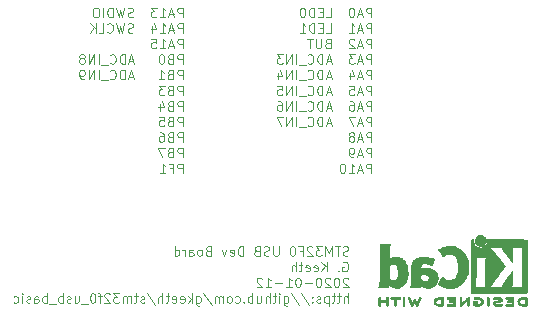
<source format=gbr>
G04 #@! TF.GenerationSoftware,KiCad,Pcbnew,5.1.5*
G04 #@! TF.CreationDate,2020-01-13T20:43:58-05:00*
G04 #@! TF.ProjectId,stm32f0_usb,73746d33-3266-4305-9f75-73622e6b6963,0*
G04 #@! TF.SameCoordinates,Original*
G04 #@! TF.FileFunction,Legend,Bot*
G04 #@! TF.FilePolarity,Positive*
%FSLAX46Y46*%
G04 Gerber Fmt 4.6, Leading zero omitted, Abs format (unit mm)*
G04 Created by KiCad (PCBNEW 5.1.5) date 2020-01-13 20:43:58*
%MOMM*%
%LPD*%
G04 APERTURE LIST*
%ADD10C,0.120000*%
%ADD11C,0.010000*%
G04 APERTURE END LIST*
D10*
X123731523Y-107761904D02*
X123731523Y-106961904D01*
X123426761Y-106961904D01*
X123350571Y-107000000D01*
X123312476Y-107038095D01*
X123274380Y-107114285D01*
X123274380Y-107228571D01*
X123312476Y-107304761D01*
X123350571Y-107342857D01*
X123426761Y-107380952D01*
X123731523Y-107380952D01*
X122969619Y-107533333D02*
X122588666Y-107533333D01*
X123045809Y-107761904D02*
X122779142Y-106961904D01*
X122512476Y-107761904D01*
X121826761Y-107761904D02*
X122283904Y-107761904D01*
X122055333Y-107761904D02*
X122055333Y-106961904D01*
X122131523Y-107076190D01*
X122207714Y-107152380D01*
X122283904Y-107190476D01*
X121560095Y-106961904D02*
X121064857Y-106961904D01*
X121331523Y-107266666D01*
X121217238Y-107266666D01*
X121141047Y-107304761D01*
X121102952Y-107342857D01*
X121064857Y-107419047D01*
X121064857Y-107609523D01*
X121102952Y-107685714D01*
X121141047Y-107723809D01*
X121217238Y-107761904D01*
X121445809Y-107761904D01*
X121522000Y-107723809D01*
X121560095Y-107685714D01*
X119541047Y-107723809D02*
X119426761Y-107761904D01*
X119236285Y-107761904D01*
X119160095Y-107723809D01*
X119122000Y-107685714D01*
X119083904Y-107609523D01*
X119083904Y-107533333D01*
X119122000Y-107457142D01*
X119160095Y-107419047D01*
X119236285Y-107380952D01*
X119388666Y-107342857D01*
X119464857Y-107304761D01*
X119502952Y-107266666D01*
X119541047Y-107190476D01*
X119541047Y-107114285D01*
X119502952Y-107038095D01*
X119464857Y-107000000D01*
X119388666Y-106961904D01*
X119198190Y-106961904D01*
X119083904Y-107000000D01*
X118817238Y-106961904D02*
X118626761Y-107761904D01*
X118474380Y-107190476D01*
X118322000Y-107761904D01*
X118131523Y-106961904D01*
X117826761Y-107761904D02*
X117826761Y-106961904D01*
X117636285Y-106961904D01*
X117522000Y-107000000D01*
X117445809Y-107076190D01*
X117407714Y-107152380D01*
X117369619Y-107304761D01*
X117369619Y-107419047D01*
X117407714Y-107571428D01*
X117445809Y-107647619D01*
X117522000Y-107723809D01*
X117636285Y-107761904D01*
X117826761Y-107761904D01*
X117026761Y-107761904D02*
X117026761Y-106961904D01*
X116493428Y-106961904D02*
X116341047Y-106961904D01*
X116264857Y-107000000D01*
X116188666Y-107076190D01*
X116150571Y-107228571D01*
X116150571Y-107495238D01*
X116188666Y-107647619D01*
X116264857Y-107723809D01*
X116341047Y-107761904D01*
X116493428Y-107761904D01*
X116569619Y-107723809D01*
X116645809Y-107647619D01*
X116683904Y-107495238D01*
X116683904Y-107228571D01*
X116645809Y-107076190D01*
X116569619Y-107000000D01*
X116493428Y-106961904D01*
X123731523Y-109081904D02*
X123731523Y-108281904D01*
X123426761Y-108281904D01*
X123350571Y-108320000D01*
X123312476Y-108358095D01*
X123274380Y-108434285D01*
X123274380Y-108548571D01*
X123312476Y-108624761D01*
X123350571Y-108662857D01*
X123426761Y-108700952D01*
X123731523Y-108700952D01*
X122969619Y-108853333D02*
X122588666Y-108853333D01*
X123045809Y-109081904D02*
X122779142Y-108281904D01*
X122512476Y-109081904D01*
X121826761Y-109081904D02*
X122283904Y-109081904D01*
X122055333Y-109081904D02*
X122055333Y-108281904D01*
X122131523Y-108396190D01*
X122207714Y-108472380D01*
X122283904Y-108510476D01*
X121141047Y-108548571D02*
X121141047Y-109081904D01*
X121331523Y-108243809D02*
X121522000Y-108815238D01*
X121026761Y-108815238D01*
X119541047Y-109043809D02*
X119426761Y-109081904D01*
X119236285Y-109081904D01*
X119160095Y-109043809D01*
X119122000Y-109005714D01*
X119083904Y-108929523D01*
X119083904Y-108853333D01*
X119122000Y-108777142D01*
X119160095Y-108739047D01*
X119236285Y-108700952D01*
X119388666Y-108662857D01*
X119464857Y-108624761D01*
X119502952Y-108586666D01*
X119541047Y-108510476D01*
X119541047Y-108434285D01*
X119502952Y-108358095D01*
X119464857Y-108320000D01*
X119388666Y-108281904D01*
X119198190Y-108281904D01*
X119083904Y-108320000D01*
X118817238Y-108281904D02*
X118626761Y-109081904D01*
X118474380Y-108510476D01*
X118322000Y-109081904D01*
X118131523Y-108281904D01*
X117369619Y-109005714D02*
X117407714Y-109043809D01*
X117522000Y-109081904D01*
X117598190Y-109081904D01*
X117712476Y-109043809D01*
X117788666Y-108967619D01*
X117826761Y-108891428D01*
X117864857Y-108739047D01*
X117864857Y-108624761D01*
X117826761Y-108472380D01*
X117788666Y-108396190D01*
X117712476Y-108320000D01*
X117598190Y-108281904D01*
X117522000Y-108281904D01*
X117407714Y-108320000D01*
X117369619Y-108358095D01*
X116645809Y-109081904D02*
X117026761Y-109081904D01*
X117026761Y-108281904D01*
X116379142Y-109081904D02*
X116379142Y-108281904D01*
X115922000Y-109081904D02*
X116264857Y-108624761D01*
X115922000Y-108281904D02*
X116379142Y-108739047D01*
X123731523Y-110401904D02*
X123731523Y-109601904D01*
X123426761Y-109601904D01*
X123350571Y-109640000D01*
X123312476Y-109678095D01*
X123274380Y-109754285D01*
X123274380Y-109868571D01*
X123312476Y-109944761D01*
X123350571Y-109982857D01*
X123426761Y-110020952D01*
X123731523Y-110020952D01*
X122969619Y-110173333D02*
X122588666Y-110173333D01*
X123045809Y-110401904D02*
X122779142Y-109601904D01*
X122512476Y-110401904D01*
X121826761Y-110401904D02*
X122283904Y-110401904D01*
X122055333Y-110401904D02*
X122055333Y-109601904D01*
X122131523Y-109716190D01*
X122207714Y-109792380D01*
X122283904Y-109830476D01*
X121102952Y-109601904D02*
X121483904Y-109601904D01*
X121522000Y-109982857D01*
X121483904Y-109944761D01*
X121407714Y-109906666D01*
X121217238Y-109906666D01*
X121141047Y-109944761D01*
X121102952Y-109982857D01*
X121064857Y-110059047D01*
X121064857Y-110249523D01*
X121102952Y-110325714D01*
X121141047Y-110363809D01*
X121217238Y-110401904D01*
X121407714Y-110401904D01*
X121483904Y-110363809D01*
X121522000Y-110325714D01*
X123731523Y-111721904D02*
X123731523Y-110921904D01*
X123426761Y-110921904D01*
X123350571Y-110960000D01*
X123312476Y-110998095D01*
X123274380Y-111074285D01*
X123274380Y-111188571D01*
X123312476Y-111264761D01*
X123350571Y-111302857D01*
X123426761Y-111340952D01*
X123731523Y-111340952D01*
X122664857Y-111302857D02*
X122550571Y-111340952D01*
X122512476Y-111379047D01*
X122474380Y-111455238D01*
X122474380Y-111569523D01*
X122512476Y-111645714D01*
X122550571Y-111683809D01*
X122626761Y-111721904D01*
X122931523Y-111721904D01*
X122931523Y-110921904D01*
X122664857Y-110921904D01*
X122588666Y-110960000D01*
X122550571Y-110998095D01*
X122512476Y-111074285D01*
X122512476Y-111150476D01*
X122550571Y-111226666D01*
X122588666Y-111264761D01*
X122664857Y-111302857D01*
X122931523Y-111302857D01*
X121979142Y-110921904D02*
X121902952Y-110921904D01*
X121826761Y-110960000D01*
X121788666Y-110998095D01*
X121750571Y-111074285D01*
X121712476Y-111226666D01*
X121712476Y-111417142D01*
X121750571Y-111569523D01*
X121788666Y-111645714D01*
X121826761Y-111683809D01*
X121902952Y-111721904D01*
X121979142Y-111721904D01*
X122055333Y-111683809D01*
X122093428Y-111645714D01*
X122131523Y-111569523D01*
X122169619Y-111417142D01*
X122169619Y-111226666D01*
X122131523Y-111074285D01*
X122093428Y-110998095D01*
X122055333Y-110960000D01*
X121979142Y-110921904D01*
X119579142Y-111493333D02*
X119198190Y-111493333D01*
X119655333Y-111721904D02*
X119388666Y-110921904D01*
X119122000Y-111721904D01*
X118855333Y-111721904D02*
X118855333Y-110921904D01*
X118664857Y-110921904D01*
X118550571Y-110960000D01*
X118474380Y-111036190D01*
X118436285Y-111112380D01*
X118398190Y-111264761D01*
X118398190Y-111379047D01*
X118436285Y-111531428D01*
X118474380Y-111607619D01*
X118550571Y-111683809D01*
X118664857Y-111721904D01*
X118855333Y-111721904D01*
X117598190Y-111645714D02*
X117636285Y-111683809D01*
X117750571Y-111721904D01*
X117826761Y-111721904D01*
X117941047Y-111683809D01*
X118017238Y-111607619D01*
X118055333Y-111531428D01*
X118093428Y-111379047D01*
X118093428Y-111264761D01*
X118055333Y-111112380D01*
X118017238Y-111036190D01*
X117941047Y-110960000D01*
X117826761Y-110921904D01*
X117750571Y-110921904D01*
X117636285Y-110960000D01*
X117598190Y-110998095D01*
X117445809Y-111798095D02*
X116836285Y-111798095D01*
X116645809Y-111721904D02*
X116645809Y-110921904D01*
X116264857Y-111721904D02*
X116264857Y-110921904D01*
X115807714Y-111721904D01*
X115807714Y-110921904D01*
X115312476Y-111264761D02*
X115388666Y-111226666D01*
X115426761Y-111188571D01*
X115464857Y-111112380D01*
X115464857Y-111074285D01*
X115426761Y-110998095D01*
X115388666Y-110960000D01*
X115312476Y-110921904D01*
X115160095Y-110921904D01*
X115083904Y-110960000D01*
X115045809Y-110998095D01*
X115007714Y-111074285D01*
X115007714Y-111112380D01*
X115045809Y-111188571D01*
X115083904Y-111226666D01*
X115160095Y-111264761D01*
X115312476Y-111264761D01*
X115388666Y-111302857D01*
X115426761Y-111340952D01*
X115464857Y-111417142D01*
X115464857Y-111569523D01*
X115426761Y-111645714D01*
X115388666Y-111683809D01*
X115312476Y-111721904D01*
X115160095Y-111721904D01*
X115083904Y-111683809D01*
X115045809Y-111645714D01*
X115007714Y-111569523D01*
X115007714Y-111417142D01*
X115045809Y-111340952D01*
X115083904Y-111302857D01*
X115160095Y-111264761D01*
X123731523Y-113041904D02*
X123731523Y-112241904D01*
X123426761Y-112241904D01*
X123350571Y-112280000D01*
X123312476Y-112318095D01*
X123274380Y-112394285D01*
X123274380Y-112508571D01*
X123312476Y-112584761D01*
X123350571Y-112622857D01*
X123426761Y-112660952D01*
X123731523Y-112660952D01*
X122664857Y-112622857D02*
X122550571Y-112660952D01*
X122512476Y-112699047D01*
X122474380Y-112775238D01*
X122474380Y-112889523D01*
X122512476Y-112965714D01*
X122550571Y-113003809D01*
X122626761Y-113041904D01*
X122931523Y-113041904D01*
X122931523Y-112241904D01*
X122664857Y-112241904D01*
X122588666Y-112280000D01*
X122550571Y-112318095D01*
X122512476Y-112394285D01*
X122512476Y-112470476D01*
X122550571Y-112546666D01*
X122588666Y-112584761D01*
X122664857Y-112622857D01*
X122931523Y-112622857D01*
X121712476Y-113041904D02*
X122169619Y-113041904D01*
X121941047Y-113041904D02*
X121941047Y-112241904D01*
X122017238Y-112356190D01*
X122093428Y-112432380D01*
X122169619Y-112470476D01*
X119579142Y-112813333D02*
X119198190Y-112813333D01*
X119655333Y-113041904D02*
X119388666Y-112241904D01*
X119122000Y-113041904D01*
X118855333Y-113041904D02*
X118855333Y-112241904D01*
X118664857Y-112241904D01*
X118550571Y-112280000D01*
X118474380Y-112356190D01*
X118436285Y-112432380D01*
X118398190Y-112584761D01*
X118398190Y-112699047D01*
X118436285Y-112851428D01*
X118474380Y-112927619D01*
X118550571Y-113003809D01*
X118664857Y-113041904D01*
X118855333Y-113041904D01*
X117598190Y-112965714D02*
X117636285Y-113003809D01*
X117750571Y-113041904D01*
X117826761Y-113041904D01*
X117941047Y-113003809D01*
X118017238Y-112927619D01*
X118055333Y-112851428D01*
X118093428Y-112699047D01*
X118093428Y-112584761D01*
X118055333Y-112432380D01*
X118017238Y-112356190D01*
X117941047Y-112280000D01*
X117826761Y-112241904D01*
X117750571Y-112241904D01*
X117636285Y-112280000D01*
X117598190Y-112318095D01*
X117445809Y-113118095D02*
X116836285Y-113118095D01*
X116645809Y-113041904D02*
X116645809Y-112241904D01*
X116264857Y-113041904D02*
X116264857Y-112241904D01*
X115807714Y-113041904D01*
X115807714Y-112241904D01*
X115388666Y-113041904D02*
X115236285Y-113041904D01*
X115160095Y-113003809D01*
X115122000Y-112965714D01*
X115045809Y-112851428D01*
X115007714Y-112699047D01*
X115007714Y-112394285D01*
X115045809Y-112318095D01*
X115083904Y-112280000D01*
X115160095Y-112241904D01*
X115312476Y-112241904D01*
X115388666Y-112280000D01*
X115426761Y-112318095D01*
X115464857Y-112394285D01*
X115464857Y-112584761D01*
X115426761Y-112660952D01*
X115388666Y-112699047D01*
X115312476Y-112737142D01*
X115160095Y-112737142D01*
X115083904Y-112699047D01*
X115045809Y-112660952D01*
X115007714Y-112584761D01*
X123731523Y-114361904D02*
X123731523Y-113561904D01*
X123426761Y-113561904D01*
X123350571Y-113600000D01*
X123312476Y-113638095D01*
X123274380Y-113714285D01*
X123274380Y-113828571D01*
X123312476Y-113904761D01*
X123350571Y-113942857D01*
X123426761Y-113980952D01*
X123731523Y-113980952D01*
X122664857Y-113942857D02*
X122550571Y-113980952D01*
X122512476Y-114019047D01*
X122474380Y-114095238D01*
X122474380Y-114209523D01*
X122512476Y-114285714D01*
X122550571Y-114323809D01*
X122626761Y-114361904D01*
X122931523Y-114361904D01*
X122931523Y-113561904D01*
X122664857Y-113561904D01*
X122588666Y-113600000D01*
X122550571Y-113638095D01*
X122512476Y-113714285D01*
X122512476Y-113790476D01*
X122550571Y-113866666D01*
X122588666Y-113904761D01*
X122664857Y-113942857D01*
X122931523Y-113942857D01*
X122207714Y-113561904D02*
X121712476Y-113561904D01*
X121979142Y-113866666D01*
X121864857Y-113866666D01*
X121788666Y-113904761D01*
X121750571Y-113942857D01*
X121712476Y-114019047D01*
X121712476Y-114209523D01*
X121750571Y-114285714D01*
X121788666Y-114323809D01*
X121864857Y-114361904D01*
X122093428Y-114361904D01*
X122169619Y-114323809D01*
X122207714Y-114285714D01*
X123731523Y-115681904D02*
X123731523Y-114881904D01*
X123426761Y-114881904D01*
X123350571Y-114920000D01*
X123312476Y-114958095D01*
X123274380Y-115034285D01*
X123274380Y-115148571D01*
X123312476Y-115224761D01*
X123350571Y-115262857D01*
X123426761Y-115300952D01*
X123731523Y-115300952D01*
X122664857Y-115262857D02*
X122550571Y-115300952D01*
X122512476Y-115339047D01*
X122474380Y-115415238D01*
X122474380Y-115529523D01*
X122512476Y-115605714D01*
X122550571Y-115643809D01*
X122626761Y-115681904D01*
X122931523Y-115681904D01*
X122931523Y-114881904D01*
X122664857Y-114881904D01*
X122588666Y-114920000D01*
X122550571Y-114958095D01*
X122512476Y-115034285D01*
X122512476Y-115110476D01*
X122550571Y-115186666D01*
X122588666Y-115224761D01*
X122664857Y-115262857D01*
X122931523Y-115262857D01*
X121788666Y-115148571D02*
X121788666Y-115681904D01*
X121979142Y-114843809D02*
X122169619Y-115415238D01*
X121674380Y-115415238D01*
X123731523Y-117001904D02*
X123731523Y-116201904D01*
X123426761Y-116201904D01*
X123350571Y-116240000D01*
X123312476Y-116278095D01*
X123274380Y-116354285D01*
X123274380Y-116468571D01*
X123312476Y-116544761D01*
X123350571Y-116582857D01*
X123426761Y-116620952D01*
X123731523Y-116620952D01*
X122664857Y-116582857D02*
X122550571Y-116620952D01*
X122512476Y-116659047D01*
X122474380Y-116735238D01*
X122474380Y-116849523D01*
X122512476Y-116925714D01*
X122550571Y-116963809D01*
X122626761Y-117001904D01*
X122931523Y-117001904D01*
X122931523Y-116201904D01*
X122664857Y-116201904D01*
X122588666Y-116240000D01*
X122550571Y-116278095D01*
X122512476Y-116354285D01*
X122512476Y-116430476D01*
X122550571Y-116506666D01*
X122588666Y-116544761D01*
X122664857Y-116582857D01*
X122931523Y-116582857D01*
X121750571Y-116201904D02*
X122131523Y-116201904D01*
X122169619Y-116582857D01*
X122131523Y-116544761D01*
X122055333Y-116506666D01*
X121864857Y-116506666D01*
X121788666Y-116544761D01*
X121750571Y-116582857D01*
X121712476Y-116659047D01*
X121712476Y-116849523D01*
X121750571Y-116925714D01*
X121788666Y-116963809D01*
X121864857Y-117001904D01*
X122055333Y-117001904D01*
X122131523Y-116963809D01*
X122169619Y-116925714D01*
X123731523Y-118321904D02*
X123731523Y-117521904D01*
X123426761Y-117521904D01*
X123350571Y-117560000D01*
X123312476Y-117598095D01*
X123274380Y-117674285D01*
X123274380Y-117788571D01*
X123312476Y-117864761D01*
X123350571Y-117902857D01*
X123426761Y-117940952D01*
X123731523Y-117940952D01*
X122664857Y-117902857D02*
X122550571Y-117940952D01*
X122512476Y-117979047D01*
X122474380Y-118055238D01*
X122474380Y-118169523D01*
X122512476Y-118245714D01*
X122550571Y-118283809D01*
X122626761Y-118321904D01*
X122931523Y-118321904D01*
X122931523Y-117521904D01*
X122664857Y-117521904D01*
X122588666Y-117560000D01*
X122550571Y-117598095D01*
X122512476Y-117674285D01*
X122512476Y-117750476D01*
X122550571Y-117826666D01*
X122588666Y-117864761D01*
X122664857Y-117902857D01*
X122931523Y-117902857D01*
X121788666Y-117521904D02*
X121941047Y-117521904D01*
X122017238Y-117560000D01*
X122055333Y-117598095D01*
X122131523Y-117712380D01*
X122169619Y-117864761D01*
X122169619Y-118169523D01*
X122131523Y-118245714D01*
X122093428Y-118283809D01*
X122017238Y-118321904D01*
X121864857Y-118321904D01*
X121788666Y-118283809D01*
X121750571Y-118245714D01*
X121712476Y-118169523D01*
X121712476Y-117979047D01*
X121750571Y-117902857D01*
X121788666Y-117864761D01*
X121864857Y-117826666D01*
X122017238Y-117826666D01*
X122093428Y-117864761D01*
X122131523Y-117902857D01*
X122169619Y-117979047D01*
X123731523Y-119641904D02*
X123731523Y-118841904D01*
X123426761Y-118841904D01*
X123350571Y-118880000D01*
X123312476Y-118918095D01*
X123274380Y-118994285D01*
X123274380Y-119108571D01*
X123312476Y-119184761D01*
X123350571Y-119222857D01*
X123426761Y-119260952D01*
X123731523Y-119260952D01*
X122664857Y-119222857D02*
X122550571Y-119260952D01*
X122512476Y-119299047D01*
X122474380Y-119375238D01*
X122474380Y-119489523D01*
X122512476Y-119565714D01*
X122550571Y-119603809D01*
X122626761Y-119641904D01*
X122931523Y-119641904D01*
X122931523Y-118841904D01*
X122664857Y-118841904D01*
X122588666Y-118880000D01*
X122550571Y-118918095D01*
X122512476Y-118994285D01*
X122512476Y-119070476D01*
X122550571Y-119146666D01*
X122588666Y-119184761D01*
X122664857Y-119222857D01*
X122931523Y-119222857D01*
X122207714Y-118841904D02*
X121674380Y-118841904D01*
X122017238Y-119641904D01*
X123731523Y-120961904D02*
X123731523Y-120161904D01*
X123426761Y-120161904D01*
X123350571Y-120200000D01*
X123312476Y-120238095D01*
X123274380Y-120314285D01*
X123274380Y-120428571D01*
X123312476Y-120504761D01*
X123350571Y-120542857D01*
X123426761Y-120580952D01*
X123731523Y-120580952D01*
X122664857Y-120542857D02*
X122931523Y-120542857D01*
X122931523Y-120961904D02*
X122931523Y-120161904D01*
X122550571Y-120161904D01*
X121826761Y-120961904D02*
X122283904Y-120961904D01*
X122055333Y-120961904D02*
X122055333Y-120161904D01*
X122131523Y-120276190D01*
X122207714Y-120352380D01*
X122283904Y-120390476D01*
X139731523Y-107761904D02*
X139731523Y-106961904D01*
X139426761Y-106961904D01*
X139350571Y-107000000D01*
X139312476Y-107038095D01*
X139274380Y-107114285D01*
X139274380Y-107228571D01*
X139312476Y-107304761D01*
X139350571Y-107342857D01*
X139426761Y-107380952D01*
X139731523Y-107380952D01*
X138969619Y-107533333D02*
X138588666Y-107533333D01*
X139045809Y-107761904D02*
X138779142Y-106961904D01*
X138512476Y-107761904D01*
X138093428Y-106961904D02*
X138017238Y-106961904D01*
X137941047Y-107000000D01*
X137902952Y-107038095D01*
X137864857Y-107114285D01*
X137826761Y-107266666D01*
X137826761Y-107457142D01*
X137864857Y-107609523D01*
X137902952Y-107685714D01*
X137941047Y-107723809D01*
X138017238Y-107761904D01*
X138093428Y-107761904D01*
X138169619Y-107723809D01*
X138207714Y-107685714D01*
X138245809Y-107609523D01*
X138283904Y-107457142D01*
X138283904Y-107266666D01*
X138245809Y-107114285D01*
X138207714Y-107038095D01*
X138169619Y-107000000D01*
X138093428Y-106961904D01*
X135883904Y-107761904D02*
X136264857Y-107761904D01*
X136264857Y-106961904D01*
X135617238Y-107342857D02*
X135350571Y-107342857D01*
X135236285Y-107761904D02*
X135617238Y-107761904D01*
X135617238Y-106961904D01*
X135236285Y-106961904D01*
X134893428Y-107761904D02*
X134893428Y-106961904D01*
X134702952Y-106961904D01*
X134588666Y-107000000D01*
X134512476Y-107076190D01*
X134474380Y-107152380D01*
X134436285Y-107304761D01*
X134436285Y-107419047D01*
X134474380Y-107571428D01*
X134512476Y-107647619D01*
X134588666Y-107723809D01*
X134702952Y-107761904D01*
X134893428Y-107761904D01*
X133941047Y-106961904D02*
X133864857Y-106961904D01*
X133788666Y-107000000D01*
X133750571Y-107038095D01*
X133712476Y-107114285D01*
X133674380Y-107266666D01*
X133674380Y-107457142D01*
X133712476Y-107609523D01*
X133750571Y-107685714D01*
X133788666Y-107723809D01*
X133864857Y-107761904D01*
X133941047Y-107761904D01*
X134017238Y-107723809D01*
X134055333Y-107685714D01*
X134093428Y-107609523D01*
X134131523Y-107457142D01*
X134131523Y-107266666D01*
X134093428Y-107114285D01*
X134055333Y-107038095D01*
X134017238Y-107000000D01*
X133941047Y-106961904D01*
X139731523Y-109081904D02*
X139731523Y-108281904D01*
X139426761Y-108281904D01*
X139350571Y-108320000D01*
X139312476Y-108358095D01*
X139274380Y-108434285D01*
X139274380Y-108548571D01*
X139312476Y-108624761D01*
X139350571Y-108662857D01*
X139426761Y-108700952D01*
X139731523Y-108700952D01*
X138969619Y-108853333D02*
X138588666Y-108853333D01*
X139045809Y-109081904D02*
X138779142Y-108281904D01*
X138512476Y-109081904D01*
X137826761Y-109081904D02*
X138283904Y-109081904D01*
X138055333Y-109081904D02*
X138055333Y-108281904D01*
X138131523Y-108396190D01*
X138207714Y-108472380D01*
X138283904Y-108510476D01*
X135883904Y-109081904D02*
X136264857Y-109081904D01*
X136264857Y-108281904D01*
X135617238Y-108662857D02*
X135350571Y-108662857D01*
X135236285Y-109081904D02*
X135617238Y-109081904D01*
X135617238Y-108281904D01*
X135236285Y-108281904D01*
X134893428Y-109081904D02*
X134893428Y-108281904D01*
X134702952Y-108281904D01*
X134588666Y-108320000D01*
X134512476Y-108396190D01*
X134474380Y-108472380D01*
X134436285Y-108624761D01*
X134436285Y-108739047D01*
X134474380Y-108891428D01*
X134512476Y-108967619D01*
X134588666Y-109043809D01*
X134702952Y-109081904D01*
X134893428Y-109081904D01*
X133674380Y-109081904D02*
X134131523Y-109081904D01*
X133902952Y-109081904D02*
X133902952Y-108281904D01*
X133979142Y-108396190D01*
X134055333Y-108472380D01*
X134131523Y-108510476D01*
X139731523Y-110401904D02*
X139731523Y-109601904D01*
X139426761Y-109601904D01*
X139350571Y-109640000D01*
X139312476Y-109678095D01*
X139274380Y-109754285D01*
X139274380Y-109868571D01*
X139312476Y-109944761D01*
X139350571Y-109982857D01*
X139426761Y-110020952D01*
X139731523Y-110020952D01*
X138969619Y-110173333D02*
X138588666Y-110173333D01*
X139045809Y-110401904D02*
X138779142Y-109601904D01*
X138512476Y-110401904D01*
X138283904Y-109678095D02*
X138245809Y-109640000D01*
X138169619Y-109601904D01*
X137979142Y-109601904D01*
X137902952Y-109640000D01*
X137864857Y-109678095D01*
X137826761Y-109754285D01*
X137826761Y-109830476D01*
X137864857Y-109944761D01*
X138322000Y-110401904D01*
X137826761Y-110401904D01*
X135998190Y-109982857D02*
X135883904Y-110020952D01*
X135845809Y-110059047D01*
X135807714Y-110135238D01*
X135807714Y-110249523D01*
X135845809Y-110325714D01*
X135883904Y-110363809D01*
X135960095Y-110401904D01*
X136264857Y-110401904D01*
X136264857Y-109601904D01*
X135998190Y-109601904D01*
X135922000Y-109640000D01*
X135883904Y-109678095D01*
X135845809Y-109754285D01*
X135845809Y-109830476D01*
X135883904Y-109906666D01*
X135922000Y-109944761D01*
X135998190Y-109982857D01*
X136264857Y-109982857D01*
X135464857Y-109601904D02*
X135464857Y-110249523D01*
X135426761Y-110325714D01*
X135388666Y-110363809D01*
X135312476Y-110401904D01*
X135160095Y-110401904D01*
X135083904Y-110363809D01*
X135045809Y-110325714D01*
X135007714Y-110249523D01*
X135007714Y-109601904D01*
X134741047Y-109601904D02*
X134283904Y-109601904D01*
X134512476Y-110401904D02*
X134512476Y-109601904D01*
X139731523Y-111721904D02*
X139731523Y-110921904D01*
X139426761Y-110921904D01*
X139350571Y-110960000D01*
X139312476Y-110998095D01*
X139274380Y-111074285D01*
X139274380Y-111188571D01*
X139312476Y-111264761D01*
X139350571Y-111302857D01*
X139426761Y-111340952D01*
X139731523Y-111340952D01*
X138969619Y-111493333D02*
X138588666Y-111493333D01*
X139045809Y-111721904D02*
X138779142Y-110921904D01*
X138512476Y-111721904D01*
X138322000Y-110921904D02*
X137826761Y-110921904D01*
X138093428Y-111226666D01*
X137979142Y-111226666D01*
X137902952Y-111264761D01*
X137864857Y-111302857D01*
X137826761Y-111379047D01*
X137826761Y-111569523D01*
X137864857Y-111645714D01*
X137902952Y-111683809D01*
X137979142Y-111721904D01*
X138207714Y-111721904D01*
X138283904Y-111683809D01*
X138322000Y-111645714D01*
X136302952Y-111493333D02*
X135922000Y-111493333D01*
X136379142Y-111721904D02*
X136112476Y-110921904D01*
X135845809Y-111721904D01*
X135579142Y-111721904D02*
X135579142Y-110921904D01*
X135388666Y-110921904D01*
X135274380Y-110960000D01*
X135198190Y-111036190D01*
X135160095Y-111112380D01*
X135122000Y-111264761D01*
X135122000Y-111379047D01*
X135160095Y-111531428D01*
X135198190Y-111607619D01*
X135274380Y-111683809D01*
X135388666Y-111721904D01*
X135579142Y-111721904D01*
X134322000Y-111645714D02*
X134360095Y-111683809D01*
X134474380Y-111721904D01*
X134550571Y-111721904D01*
X134664857Y-111683809D01*
X134741047Y-111607619D01*
X134779142Y-111531428D01*
X134817238Y-111379047D01*
X134817238Y-111264761D01*
X134779142Y-111112380D01*
X134741047Y-111036190D01*
X134664857Y-110960000D01*
X134550571Y-110921904D01*
X134474380Y-110921904D01*
X134360095Y-110960000D01*
X134322000Y-110998095D01*
X134169619Y-111798095D02*
X133560095Y-111798095D01*
X133369619Y-111721904D02*
X133369619Y-110921904D01*
X132988666Y-111721904D02*
X132988666Y-110921904D01*
X132531523Y-111721904D01*
X132531523Y-110921904D01*
X132226761Y-110921904D02*
X131731523Y-110921904D01*
X131998190Y-111226666D01*
X131883904Y-111226666D01*
X131807714Y-111264761D01*
X131769619Y-111302857D01*
X131731523Y-111379047D01*
X131731523Y-111569523D01*
X131769619Y-111645714D01*
X131807714Y-111683809D01*
X131883904Y-111721904D01*
X132112476Y-111721904D01*
X132188666Y-111683809D01*
X132226761Y-111645714D01*
X139731523Y-113041904D02*
X139731523Y-112241904D01*
X139426761Y-112241904D01*
X139350571Y-112280000D01*
X139312476Y-112318095D01*
X139274380Y-112394285D01*
X139274380Y-112508571D01*
X139312476Y-112584761D01*
X139350571Y-112622857D01*
X139426761Y-112660952D01*
X139731523Y-112660952D01*
X138969619Y-112813333D02*
X138588666Y-112813333D01*
X139045809Y-113041904D02*
X138779142Y-112241904D01*
X138512476Y-113041904D01*
X137902952Y-112508571D02*
X137902952Y-113041904D01*
X138093428Y-112203809D02*
X138283904Y-112775238D01*
X137788666Y-112775238D01*
X136302952Y-112813333D02*
X135922000Y-112813333D01*
X136379142Y-113041904D02*
X136112476Y-112241904D01*
X135845809Y-113041904D01*
X135579142Y-113041904D02*
X135579142Y-112241904D01*
X135388666Y-112241904D01*
X135274380Y-112280000D01*
X135198190Y-112356190D01*
X135160095Y-112432380D01*
X135122000Y-112584761D01*
X135122000Y-112699047D01*
X135160095Y-112851428D01*
X135198190Y-112927619D01*
X135274380Y-113003809D01*
X135388666Y-113041904D01*
X135579142Y-113041904D01*
X134322000Y-112965714D02*
X134360095Y-113003809D01*
X134474380Y-113041904D01*
X134550571Y-113041904D01*
X134664857Y-113003809D01*
X134741047Y-112927619D01*
X134779142Y-112851428D01*
X134817238Y-112699047D01*
X134817238Y-112584761D01*
X134779142Y-112432380D01*
X134741047Y-112356190D01*
X134664857Y-112280000D01*
X134550571Y-112241904D01*
X134474380Y-112241904D01*
X134360095Y-112280000D01*
X134322000Y-112318095D01*
X134169619Y-113118095D02*
X133560095Y-113118095D01*
X133369619Y-113041904D02*
X133369619Y-112241904D01*
X132988666Y-113041904D02*
X132988666Y-112241904D01*
X132531523Y-113041904D01*
X132531523Y-112241904D01*
X131807714Y-112508571D02*
X131807714Y-113041904D01*
X131998190Y-112203809D02*
X132188666Y-112775238D01*
X131693428Y-112775238D01*
X139731523Y-114361904D02*
X139731523Y-113561904D01*
X139426761Y-113561904D01*
X139350571Y-113600000D01*
X139312476Y-113638095D01*
X139274380Y-113714285D01*
X139274380Y-113828571D01*
X139312476Y-113904761D01*
X139350571Y-113942857D01*
X139426761Y-113980952D01*
X139731523Y-113980952D01*
X138969619Y-114133333D02*
X138588666Y-114133333D01*
X139045809Y-114361904D02*
X138779142Y-113561904D01*
X138512476Y-114361904D01*
X137864857Y-113561904D02*
X138245809Y-113561904D01*
X138283904Y-113942857D01*
X138245809Y-113904761D01*
X138169619Y-113866666D01*
X137979142Y-113866666D01*
X137902952Y-113904761D01*
X137864857Y-113942857D01*
X137826761Y-114019047D01*
X137826761Y-114209523D01*
X137864857Y-114285714D01*
X137902952Y-114323809D01*
X137979142Y-114361904D01*
X138169619Y-114361904D01*
X138245809Y-114323809D01*
X138283904Y-114285714D01*
X136302952Y-114133333D02*
X135922000Y-114133333D01*
X136379142Y-114361904D02*
X136112476Y-113561904D01*
X135845809Y-114361904D01*
X135579142Y-114361904D02*
X135579142Y-113561904D01*
X135388666Y-113561904D01*
X135274380Y-113600000D01*
X135198190Y-113676190D01*
X135160095Y-113752380D01*
X135122000Y-113904761D01*
X135122000Y-114019047D01*
X135160095Y-114171428D01*
X135198190Y-114247619D01*
X135274380Y-114323809D01*
X135388666Y-114361904D01*
X135579142Y-114361904D01*
X134322000Y-114285714D02*
X134360095Y-114323809D01*
X134474380Y-114361904D01*
X134550571Y-114361904D01*
X134664857Y-114323809D01*
X134741047Y-114247619D01*
X134779142Y-114171428D01*
X134817238Y-114019047D01*
X134817238Y-113904761D01*
X134779142Y-113752380D01*
X134741047Y-113676190D01*
X134664857Y-113600000D01*
X134550571Y-113561904D01*
X134474380Y-113561904D01*
X134360095Y-113600000D01*
X134322000Y-113638095D01*
X134169619Y-114438095D02*
X133560095Y-114438095D01*
X133369619Y-114361904D02*
X133369619Y-113561904D01*
X132988666Y-114361904D02*
X132988666Y-113561904D01*
X132531523Y-114361904D01*
X132531523Y-113561904D01*
X131769619Y-113561904D02*
X132150571Y-113561904D01*
X132188666Y-113942857D01*
X132150571Y-113904761D01*
X132074380Y-113866666D01*
X131883904Y-113866666D01*
X131807714Y-113904761D01*
X131769619Y-113942857D01*
X131731523Y-114019047D01*
X131731523Y-114209523D01*
X131769619Y-114285714D01*
X131807714Y-114323809D01*
X131883904Y-114361904D01*
X132074380Y-114361904D01*
X132150571Y-114323809D01*
X132188666Y-114285714D01*
X139731523Y-115681904D02*
X139731523Y-114881904D01*
X139426761Y-114881904D01*
X139350571Y-114920000D01*
X139312476Y-114958095D01*
X139274380Y-115034285D01*
X139274380Y-115148571D01*
X139312476Y-115224761D01*
X139350571Y-115262857D01*
X139426761Y-115300952D01*
X139731523Y-115300952D01*
X138969619Y-115453333D02*
X138588666Y-115453333D01*
X139045809Y-115681904D02*
X138779142Y-114881904D01*
X138512476Y-115681904D01*
X137902952Y-114881904D02*
X138055333Y-114881904D01*
X138131523Y-114920000D01*
X138169619Y-114958095D01*
X138245809Y-115072380D01*
X138283904Y-115224761D01*
X138283904Y-115529523D01*
X138245809Y-115605714D01*
X138207714Y-115643809D01*
X138131523Y-115681904D01*
X137979142Y-115681904D01*
X137902952Y-115643809D01*
X137864857Y-115605714D01*
X137826761Y-115529523D01*
X137826761Y-115339047D01*
X137864857Y-115262857D01*
X137902952Y-115224761D01*
X137979142Y-115186666D01*
X138131523Y-115186666D01*
X138207714Y-115224761D01*
X138245809Y-115262857D01*
X138283904Y-115339047D01*
X136302952Y-115453333D02*
X135922000Y-115453333D01*
X136379142Y-115681904D02*
X136112476Y-114881904D01*
X135845809Y-115681904D01*
X135579142Y-115681904D02*
X135579142Y-114881904D01*
X135388666Y-114881904D01*
X135274380Y-114920000D01*
X135198190Y-114996190D01*
X135160095Y-115072380D01*
X135122000Y-115224761D01*
X135122000Y-115339047D01*
X135160095Y-115491428D01*
X135198190Y-115567619D01*
X135274380Y-115643809D01*
X135388666Y-115681904D01*
X135579142Y-115681904D01*
X134322000Y-115605714D02*
X134360095Y-115643809D01*
X134474380Y-115681904D01*
X134550571Y-115681904D01*
X134664857Y-115643809D01*
X134741047Y-115567619D01*
X134779142Y-115491428D01*
X134817238Y-115339047D01*
X134817238Y-115224761D01*
X134779142Y-115072380D01*
X134741047Y-114996190D01*
X134664857Y-114920000D01*
X134550571Y-114881904D01*
X134474380Y-114881904D01*
X134360095Y-114920000D01*
X134322000Y-114958095D01*
X134169619Y-115758095D02*
X133560095Y-115758095D01*
X133369619Y-115681904D02*
X133369619Y-114881904D01*
X132988666Y-115681904D02*
X132988666Y-114881904D01*
X132531523Y-115681904D01*
X132531523Y-114881904D01*
X131807714Y-114881904D02*
X131960095Y-114881904D01*
X132036285Y-114920000D01*
X132074380Y-114958095D01*
X132150571Y-115072380D01*
X132188666Y-115224761D01*
X132188666Y-115529523D01*
X132150571Y-115605714D01*
X132112476Y-115643809D01*
X132036285Y-115681904D01*
X131883904Y-115681904D01*
X131807714Y-115643809D01*
X131769619Y-115605714D01*
X131731523Y-115529523D01*
X131731523Y-115339047D01*
X131769619Y-115262857D01*
X131807714Y-115224761D01*
X131883904Y-115186666D01*
X132036285Y-115186666D01*
X132112476Y-115224761D01*
X132150571Y-115262857D01*
X132188666Y-115339047D01*
X139731523Y-117001904D02*
X139731523Y-116201904D01*
X139426761Y-116201904D01*
X139350571Y-116240000D01*
X139312476Y-116278095D01*
X139274380Y-116354285D01*
X139274380Y-116468571D01*
X139312476Y-116544761D01*
X139350571Y-116582857D01*
X139426761Y-116620952D01*
X139731523Y-116620952D01*
X138969619Y-116773333D02*
X138588666Y-116773333D01*
X139045809Y-117001904D02*
X138779142Y-116201904D01*
X138512476Y-117001904D01*
X138322000Y-116201904D02*
X137788666Y-116201904D01*
X138131523Y-117001904D01*
X136302952Y-116773333D02*
X135922000Y-116773333D01*
X136379142Y-117001904D02*
X136112476Y-116201904D01*
X135845809Y-117001904D01*
X135579142Y-117001904D02*
X135579142Y-116201904D01*
X135388666Y-116201904D01*
X135274380Y-116240000D01*
X135198190Y-116316190D01*
X135160095Y-116392380D01*
X135122000Y-116544761D01*
X135122000Y-116659047D01*
X135160095Y-116811428D01*
X135198190Y-116887619D01*
X135274380Y-116963809D01*
X135388666Y-117001904D01*
X135579142Y-117001904D01*
X134322000Y-116925714D02*
X134360095Y-116963809D01*
X134474380Y-117001904D01*
X134550571Y-117001904D01*
X134664857Y-116963809D01*
X134741047Y-116887619D01*
X134779142Y-116811428D01*
X134817238Y-116659047D01*
X134817238Y-116544761D01*
X134779142Y-116392380D01*
X134741047Y-116316190D01*
X134664857Y-116240000D01*
X134550571Y-116201904D01*
X134474380Y-116201904D01*
X134360095Y-116240000D01*
X134322000Y-116278095D01*
X134169619Y-117078095D02*
X133560095Y-117078095D01*
X133369619Y-117001904D02*
X133369619Y-116201904D01*
X132988666Y-117001904D02*
X132988666Y-116201904D01*
X132531523Y-117001904D01*
X132531523Y-116201904D01*
X132226761Y-116201904D02*
X131693428Y-116201904D01*
X132036285Y-117001904D01*
X139731523Y-118321904D02*
X139731523Y-117521904D01*
X139426761Y-117521904D01*
X139350571Y-117560000D01*
X139312476Y-117598095D01*
X139274380Y-117674285D01*
X139274380Y-117788571D01*
X139312476Y-117864761D01*
X139350571Y-117902857D01*
X139426761Y-117940952D01*
X139731523Y-117940952D01*
X138969619Y-118093333D02*
X138588666Y-118093333D01*
X139045809Y-118321904D02*
X138779142Y-117521904D01*
X138512476Y-118321904D01*
X138131523Y-117864761D02*
X138207714Y-117826666D01*
X138245809Y-117788571D01*
X138283904Y-117712380D01*
X138283904Y-117674285D01*
X138245809Y-117598095D01*
X138207714Y-117560000D01*
X138131523Y-117521904D01*
X137979142Y-117521904D01*
X137902952Y-117560000D01*
X137864857Y-117598095D01*
X137826761Y-117674285D01*
X137826761Y-117712380D01*
X137864857Y-117788571D01*
X137902952Y-117826666D01*
X137979142Y-117864761D01*
X138131523Y-117864761D01*
X138207714Y-117902857D01*
X138245809Y-117940952D01*
X138283904Y-118017142D01*
X138283904Y-118169523D01*
X138245809Y-118245714D01*
X138207714Y-118283809D01*
X138131523Y-118321904D01*
X137979142Y-118321904D01*
X137902952Y-118283809D01*
X137864857Y-118245714D01*
X137826761Y-118169523D01*
X137826761Y-118017142D01*
X137864857Y-117940952D01*
X137902952Y-117902857D01*
X137979142Y-117864761D01*
X139731523Y-119641904D02*
X139731523Y-118841904D01*
X139426761Y-118841904D01*
X139350571Y-118880000D01*
X139312476Y-118918095D01*
X139274380Y-118994285D01*
X139274380Y-119108571D01*
X139312476Y-119184761D01*
X139350571Y-119222857D01*
X139426761Y-119260952D01*
X139731523Y-119260952D01*
X138969619Y-119413333D02*
X138588666Y-119413333D01*
X139045809Y-119641904D02*
X138779142Y-118841904D01*
X138512476Y-119641904D01*
X138207714Y-119641904D02*
X138055333Y-119641904D01*
X137979142Y-119603809D01*
X137941047Y-119565714D01*
X137864857Y-119451428D01*
X137826761Y-119299047D01*
X137826761Y-118994285D01*
X137864857Y-118918095D01*
X137902952Y-118880000D01*
X137979142Y-118841904D01*
X138131523Y-118841904D01*
X138207714Y-118880000D01*
X138245809Y-118918095D01*
X138283904Y-118994285D01*
X138283904Y-119184761D01*
X138245809Y-119260952D01*
X138207714Y-119299047D01*
X138131523Y-119337142D01*
X137979142Y-119337142D01*
X137902952Y-119299047D01*
X137864857Y-119260952D01*
X137826761Y-119184761D01*
X139731523Y-120961904D02*
X139731523Y-120161904D01*
X139426761Y-120161904D01*
X139350571Y-120200000D01*
X139312476Y-120238095D01*
X139274380Y-120314285D01*
X139274380Y-120428571D01*
X139312476Y-120504761D01*
X139350571Y-120542857D01*
X139426761Y-120580952D01*
X139731523Y-120580952D01*
X138969619Y-120733333D02*
X138588666Y-120733333D01*
X139045809Y-120961904D02*
X138779142Y-120161904D01*
X138512476Y-120961904D01*
X137826761Y-120961904D02*
X138283904Y-120961904D01*
X138055333Y-120961904D02*
X138055333Y-120161904D01*
X138131523Y-120276190D01*
X138207714Y-120352380D01*
X138283904Y-120390476D01*
X137331523Y-120161904D02*
X137255333Y-120161904D01*
X137179142Y-120200000D01*
X137141047Y-120238095D01*
X137102952Y-120314285D01*
X137064857Y-120466666D01*
X137064857Y-120657142D01*
X137102952Y-120809523D01*
X137141047Y-120885714D01*
X137179142Y-120923809D01*
X137255333Y-120961904D01*
X137331523Y-120961904D01*
X137407714Y-120923809D01*
X137445809Y-120885714D01*
X137483904Y-120809523D01*
X137522000Y-120657142D01*
X137522000Y-120466666D01*
X137483904Y-120314285D01*
X137445809Y-120238095D01*
X137407714Y-120200000D01*
X137331523Y-120161904D01*
X137769619Y-127943809D02*
X137655333Y-127981904D01*
X137464857Y-127981904D01*
X137388666Y-127943809D01*
X137350571Y-127905714D01*
X137312476Y-127829523D01*
X137312476Y-127753333D01*
X137350571Y-127677142D01*
X137388666Y-127639047D01*
X137464857Y-127600952D01*
X137617238Y-127562857D01*
X137693428Y-127524761D01*
X137731523Y-127486666D01*
X137769619Y-127410476D01*
X137769619Y-127334285D01*
X137731523Y-127258095D01*
X137693428Y-127220000D01*
X137617238Y-127181904D01*
X137426761Y-127181904D01*
X137312476Y-127220000D01*
X137083904Y-127181904D02*
X136626761Y-127181904D01*
X136855333Y-127981904D02*
X136855333Y-127181904D01*
X136360095Y-127981904D02*
X136360095Y-127181904D01*
X136093428Y-127753333D01*
X135826761Y-127181904D01*
X135826761Y-127981904D01*
X135522000Y-127181904D02*
X135026761Y-127181904D01*
X135293428Y-127486666D01*
X135179142Y-127486666D01*
X135102952Y-127524761D01*
X135064857Y-127562857D01*
X135026761Y-127639047D01*
X135026761Y-127829523D01*
X135064857Y-127905714D01*
X135102952Y-127943809D01*
X135179142Y-127981904D01*
X135407714Y-127981904D01*
X135483904Y-127943809D01*
X135522000Y-127905714D01*
X134722000Y-127258095D02*
X134683904Y-127220000D01*
X134607714Y-127181904D01*
X134417238Y-127181904D01*
X134341047Y-127220000D01*
X134302952Y-127258095D01*
X134264857Y-127334285D01*
X134264857Y-127410476D01*
X134302952Y-127524761D01*
X134760095Y-127981904D01*
X134264857Y-127981904D01*
X133655333Y-127562857D02*
X133922000Y-127562857D01*
X133922000Y-127981904D02*
X133922000Y-127181904D01*
X133541047Y-127181904D01*
X133083904Y-127181904D02*
X133007714Y-127181904D01*
X132931523Y-127220000D01*
X132893428Y-127258095D01*
X132855333Y-127334285D01*
X132817238Y-127486666D01*
X132817238Y-127677142D01*
X132855333Y-127829523D01*
X132893428Y-127905714D01*
X132931523Y-127943809D01*
X133007714Y-127981904D01*
X133083904Y-127981904D01*
X133160095Y-127943809D01*
X133198190Y-127905714D01*
X133236285Y-127829523D01*
X133274380Y-127677142D01*
X133274380Y-127486666D01*
X133236285Y-127334285D01*
X133198190Y-127258095D01*
X133160095Y-127220000D01*
X133083904Y-127181904D01*
X131864857Y-127181904D02*
X131864857Y-127829523D01*
X131826761Y-127905714D01*
X131788666Y-127943809D01*
X131712476Y-127981904D01*
X131560095Y-127981904D01*
X131483904Y-127943809D01*
X131445809Y-127905714D01*
X131407714Y-127829523D01*
X131407714Y-127181904D01*
X131064857Y-127943809D02*
X130950571Y-127981904D01*
X130760095Y-127981904D01*
X130683904Y-127943809D01*
X130645809Y-127905714D01*
X130607714Y-127829523D01*
X130607714Y-127753333D01*
X130645809Y-127677142D01*
X130683904Y-127639047D01*
X130760095Y-127600952D01*
X130912476Y-127562857D01*
X130988666Y-127524761D01*
X131026761Y-127486666D01*
X131064857Y-127410476D01*
X131064857Y-127334285D01*
X131026761Y-127258095D01*
X130988666Y-127220000D01*
X130912476Y-127181904D01*
X130722000Y-127181904D01*
X130607714Y-127220000D01*
X129998190Y-127562857D02*
X129883904Y-127600952D01*
X129845809Y-127639047D01*
X129807714Y-127715238D01*
X129807714Y-127829523D01*
X129845809Y-127905714D01*
X129883904Y-127943809D01*
X129960095Y-127981904D01*
X130264857Y-127981904D01*
X130264857Y-127181904D01*
X129998190Y-127181904D01*
X129922000Y-127220000D01*
X129883904Y-127258095D01*
X129845809Y-127334285D01*
X129845809Y-127410476D01*
X129883904Y-127486666D01*
X129922000Y-127524761D01*
X129998190Y-127562857D01*
X130264857Y-127562857D01*
X128855333Y-127981904D02*
X128855333Y-127181904D01*
X128664857Y-127181904D01*
X128550571Y-127220000D01*
X128474380Y-127296190D01*
X128436285Y-127372380D01*
X128398190Y-127524761D01*
X128398190Y-127639047D01*
X128436285Y-127791428D01*
X128474380Y-127867619D01*
X128550571Y-127943809D01*
X128664857Y-127981904D01*
X128855333Y-127981904D01*
X127750571Y-127943809D02*
X127826761Y-127981904D01*
X127979142Y-127981904D01*
X128055333Y-127943809D01*
X128093428Y-127867619D01*
X128093428Y-127562857D01*
X128055333Y-127486666D01*
X127979142Y-127448571D01*
X127826761Y-127448571D01*
X127750571Y-127486666D01*
X127712476Y-127562857D01*
X127712476Y-127639047D01*
X128093428Y-127715238D01*
X127445809Y-127448571D02*
X127255333Y-127981904D01*
X127064857Y-127448571D01*
X125883904Y-127562857D02*
X125769619Y-127600952D01*
X125731523Y-127639047D01*
X125693428Y-127715238D01*
X125693428Y-127829523D01*
X125731523Y-127905714D01*
X125769619Y-127943809D01*
X125845809Y-127981904D01*
X126150571Y-127981904D01*
X126150571Y-127181904D01*
X125883904Y-127181904D01*
X125807714Y-127220000D01*
X125769619Y-127258095D01*
X125731523Y-127334285D01*
X125731523Y-127410476D01*
X125769619Y-127486666D01*
X125807714Y-127524761D01*
X125883904Y-127562857D01*
X126150571Y-127562857D01*
X125236285Y-127981904D02*
X125312476Y-127943809D01*
X125350571Y-127905714D01*
X125388666Y-127829523D01*
X125388666Y-127600952D01*
X125350571Y-127524761D01*
X125312476Y-127486666D01*
X125236285Y-127448571D01*
X125122000Y-127448571D01*
X125045809Y-127486666D01*
X125007714Y-127524761D01*
X124969619Y-127600952D01*
X124969619Y-127829523D01*
X125007714Y-127905714D01*
X125045809Y-127943809D01*
X125122000Y-127981904D01*
X125236285Y-127981904D01*
X124283904Y-127981904D02*
X124283904Y-127562857D01*
X124322000Y-127486666D01*
X124398190Y-127448571D01*
X124550571Y-127448571D01*
X124626761Y-127486666D01*
X124283904Y-127943809D02*
X124360095Y-127981904D01*
X124550571Y-127981904D01*
X124626761Y-127943809D01*
X124664857Y-127867619D01*
X124664857Y-127791428D01*
X124626761Y-127715238D01*
X124550571Y-127677142D01*
X124360095Y-127677142D01*
X124283904Y-127639047D01*
X123902952Y-127981904D02*
X123902952Y-127448571D01*
X123902952Y-127600952D02*
X123864857Y-127524761D01*
X123826761Y-127486666D01*
X123750571Y-127448571D01*
X123674380Y-127448571D01*
X123064857Y-127981904D02*
X123064857Y-127181904D01*
X123064857Y-127943809D02*
X123141047Y-127981904D01*
X123293428Y-127981904D01*
X123369619Y-127943809D01*
X123407714Y-127905714D01*
X123445809Y-127829523D01*
X123445809Y-127600952D01*
X123407714Y-127524761D01*
X123369619Y-127486666D01*
X123293428Y-127448571D01*
X123141047Y-127448571D01*
X123064857Y-127486666D01*
X137312476Y-128540000D02*
X137388666Y-128501904D01*
X137502952Y-128501904D01*
X137617238Y-128540000D01*
X137693428Y-128616190D01*
X137731523Y-128692380D01*
X137769619Y-128844761D01*
X137769619Y-128959047D01*
X137731523Y-129111428D01*
X137693428Y-129187619D01*
X137617238Y-129263809D01*
X137502952Y-129301904D01*
X137426761Y-129301904D01*
X137312476Y-129263809D01*
X137274380Y-129225714D01*
X137274380Y-128959047D01*
X137426761Y-128959047D01*
X136931523Y-129225714D02*
X136893428Y-129263809D01*
X136931523Y-129301904D01*
X136969619Y-129263809D01*
X136931523Y-129225714D01*
X136931523Y-129301904D01*
X135941047Y-129301904D02*
X135941047Y-128501904D01*
X135483904Y-129301904D02*
X135826761Y-128844761D01*
X135483904Y-128501904D02*
X135941047Y-128959047D01*
X134836285Y-129263809D02*
X134912476Y-129301904D01*
X135064857Y-129301904D01*
X135141047Y-129263809D01*
X135179142Y-129187619D01*
X135179142Y-128882857D01*
X135141047Y-128806666D01*
X135064857Y-128768571D01*
X134912476Y-128768571D01*
X134836285Y-128806666D01*
X134798190Y-128882857D01*
X134798190Y-128959047D01*
X135179142Y-129035238D01*
X134150571Y-129263809D02*
X134226761Y-129301904D01*
X134379142Y-129301904D01*
X134455333Y-129263809D01*
X134493428Y-129187619D01*
X134493428Y-128882857D01*
X134455333Y-128806666D01*
X134379142Y-128768571D01*
X134226761Y-128768571D01*
X134150571Y-128806666D01*
X134112476Y-128882857D01*
X134112476Y-128959047D01*
X134493428Y-129035238D01*
X133883904Y-128768571D02*
X133579142Y-128768571D01*
X133769619Y-128501904D02*
X133769619Y-129187619D01*
X133731523Y-129263809D01*
X133655333Y-129301904D01*
X133579142Y-129301904D01*
X133312476Y-129301904D02*
X133312476Y-128501904D01*
X132969619Y-129301904D02*
X132969619Y-128882857D01*
X133007714Y-128806666D01*
X133083904Y-128768571D01*
X133198190Y-128768571D01*
X133274380Y-128806666D01*
X133312476Y-128844761D01*
X137769619Y-129898095D02*
X137731523Y-129860000D01*
X137655333Y-129821904D01*
X137464857Y-129821904D01*
X137388666Y-129860000D01*
X137350571Y-129898095D01*
X137312476Y-129974285D01*
X137312476Y-130050476D01*
X137350571Y-130164761D01*
X137807714Y-130621904D01*
X137312476Y-130621904D01*
X136817238Y-129821904D02*
X136741047Y-129821904D01*
X136664857Y-129860000D01*
X136626761Y-129898095D01*
X136588666Y-129974285D01*
X136550571Y-130126666D01*
X136550571Y-130317142D01*
X136588666Y-130469523D01*
X136626761Y-130545714D01*
X136664857Y-130583809D01*
X136741047Y-130621904D01*
X136817238Y-130621904D01*
X136893428Y-130583809D01*
X136931523Y-130545714D01*
X136969619Y-130469523D01*
X137007714Y-130317142D01*
X137007714Y-130126666D01*
X136969619Y-129974285D01*
X136931523Y-129898095D01*
X136893428Y-129860000D01*
X136817238Y-129821904D01*
X136245809Y-129898095D02*
X136207714Y-129860000D01*
X136131523Y-129821904D01*
X135941047Y-129821904D01*
X135864857Y-129860000D01*
X135826761Y-129898095D01*
X135788666Y-129974285D01*
X135788666Y-130050476D01*
X135826761Y-130164761D01*
X136283904Y-130621904D01*
X135788666Y-130621904D01*
X135293428Y-129821904D02*
X135217238Y-129821904D01*
X135141047Y-129860000D01*
X135102952Y-129898095D01*
X135064857Y-129974285D01*
X135026761Y-130126666D01*
X135026761Y-130317142D01*
X135064857Y-130469523D01*
X135102952Y-130545714D01*
X135141047Y-130583809D01*
X135217238Y-130621904D01*
X135293428Y-130621904D01*
X135369619Y-130583809D01*
X135407714Y-130545714D01*
X135445809Y-130469523D01*
X135483904Y-130317142D01*
X135483904Y-130126666D01*
X135445809Y-129974285D01*
X135407714Y-129898095D01*
X135369619Y-129860000D01*
X135293428Y-129821904D01*
X134683904Y-130317142D02*
X134074380Y-130317142D01*
X133541047Y-129821904D02*
X133464857Y-129821904D01*
X133388666Y-129860000D01*
X133350571Y-129898095D01*
X133312476Y-129974285D01*
X133274380Y-130126666D01*
X133274380Y-130317142D01*
X133312476Y-130469523D01*
X133350571Y-130545714D01*
X133388666Y-130583809D01*
X133464857Y-130621904D01*
X133541047Y-130621904D01*
X133617238Y-130583809D01*
X133655333Y-130545714D01*
X133693428Y-130469523D01*
X133731523Y-130317142D01*
X133731523Y-130126666D01*
X133693428Y-129974285D01*
X133655333Y-129898095D01*
X133617238Y-129860000D01*
X133541047Y-129821904D01*
X132512476Y-130621904D02*
X132969619Y-130621904D01*
X132741047Y-130621904D02*
X132741047Y-129821904D01*
X132817238Y-129936190D01*
X132893428Y-130012380D01*
X132969619Y-130050476D01*
X132169619Y-130317142D02*
X131560095Y-130317142D01*
X130760095Y-130621904D02*
X131217238Y-130621904D01*
X130988666Y-130621904D02*
X130988666Y-129821904D01*
X131064857Y-129936190D01*
X131141047Y-130012380D01*
X131217238Y-130050476D01*
X130455333Y-129898095D02*
X130417238Y-129860000D01*
X130341047Y-129821904D01*
X130150571Y-129821904D01*
X130074380Y-129860000D01*
X130036285Y-129898095D01*
X129998190Y-129974285D01*
X129998190Y-130050476D01*
X130036285Y-130164761D01*
X130493428Y-130621904D01*
X129998190Y-130621904D01*
X137731523Y-131941904D02*
X137731523Y-131141904D01*
X137388666Y-131941904D02*
X137388666Y-131522857D01*
X137426761Y-131446666D01*
X137502952Y-131408571D01*
X137617238Y-131408571D01*
X137693428Y-131446666D01*
X137731523Y-131484761D01*
X137122000Y-131408571D02*
X136817238Y-131408571D01*
X137007714Y-131141904D02*
X137007714Y-131827619D01*
X136969619Y-131903809D01*
X136893428Y-131941904D01*
X136817238Y-131941904D01*
X136664857Y-131408571D02*
X136360095Y-131408571D01*
X136550571Y-131141904D02*
X136550571Y-131827619D01*
X136512476Y-131903809D01*
X136436285Y-131941904D01*
X136360095Y-131941904D01*
X136093428Y-131408571D02*
X136093428Y-132208571D01*
X136093428Y-131446666D02*
X136017238Y-131408571D01*
X135864857Y-131408571D01*
X135788666Y-131446666D01*
X135750571Y-131484761D01*
X135712476Y-131560952D01*
X135712476Y-131789523D01*
X135750571Y-131865714D01*
X135788666Y-131903809D01*
X135864857Y-131941904D01*
X136017238Y-131941904D01*
X136093428Y-131903809D01*
X135407714Y-131903809D02*
X135331523Y-131941904D01*
X135179142Y-131941904D01*
X135102952Y-131903809D01*
X135064857Y-131827619D01*
X135064857Y-131789523D01*
X135102952Y-131713333D01*
X135179142Y-131675238D01*
X135293428Y-131675238D01*
X135369619Y-131637142D01*
X135407714Y-131560952D01*
X135407714Y-131522857D01*
X135369619Y-131446666D01*
X135293428Y-131408571D01*
X135179142Y-131408571D01*
X135102952Y-131446666D01*
X134722000Y-131865714D02*
X134683904Y-131903809D01*
X134722000Y-131941904D01*
X134760095Y-131903809D01*
X134722000Y-131865714D01*
X134722000Y-131941904D01*
X134722000Y-131446666D02*
X134683904Y-131484761D01*
X134722000Y-131522857D01*
X134760095Y-131484761D01*
X134722000Y-131446666D01*
X134722000Y-131522857D01*
X133769619Y-131103809D02*
X134455333Y-132132380D01*
X132931523Y-131103809D02*
X133617238Y-132132380D01*
X132322000Y-131408571D02*
X132322000Y-132056190D01*
X132360095Y-132132380D01*
X132398190Y-132170476D01*
X132474380Y-132208571D01*
X132588666Y-132208571D01*
X132664857Y-132170476D01*
X132322000Y-131903809D02*
X132398190Y-131941904D01*
X132550571Y-131941904D01*
X132626761Y-131903809D01*
X132664857Y-131865714D01*
X132702952Y-131789523D01*
X132702952Y-131560952D01*
X132664857Y-131484761D01*
X132626761Y-131446666D01*
X132550571Y-131408571D01*
X132398190Y-131408571D01*
X132322000Y-131446666D01*
X131941047Y-131941904D02*
X131941047Y-131408571D01*
X131941047Y-131141904D02*
X131979142Y-131180000D01*
X131941047Y-131218095D01*
X131902952Y-131180000D01*
X131941047Y-131141904D01*
X131941047Y-131218095D01*
X131674380Y-131408571D02*
X131369619Y-131408571D01*
X131560095Y-131141904D02*
X131560095Y-131827619D01*
X131522000Y-131903809D01*
X131445809Y-131941904D01*
X131369619Y-131941904D01*
X131102952Y-131941904D02*
X131102952Y-131141904D01*
X130760095Y-131941904D02*
X130760095Y-131522857D01*
X130798190Y-131446666D01*
X130874380Y-131408571D01*
X130988666Y-131408571D01*
X131064857Y-131446666D01*
X131102952Y-131484761D01*
X130036285Y-131408571D02*
X130036285Y-131941904D01*
X130379142Y-131408571D02*
X130379142Y-131827619D01*
X130341047Y-131903809D01*
X130264857Y-131941904D01*
X130150571Y-131941904D01*
X130074380Y-131903809D01*
X130036285Y-131865714D01*
X129655333Y-131941904D02*
X129655333Y-131141904D01*
X129655333Y-131446666D02*
X129579142Y-131408571D01*
X129426761Y-131408571D01*
X129350571Y-131446666D01*
X129312476Y-131484761D01*
X129274380Y-131560952D01*
X129274380Y-131789523D01*
X129312476Y-131865714D01*
X129350571Y-131903809D01*
X129426761Y-131941904D01*
X129579142Y-131941904D01*
X129655333Y-131903809D01*
X128931523Y-131865714D02*
X128893428Y-131903809D01*
X128931523Y-131941904D01*
X128969619Y-131903809D01*
X128931523Y-131865714D01*
X128931523Y-131941904D01*
X128207714Y-131903809D02*
X128283904Y-131941904D01*
X128436285Y-131941904D01*
X128512476Y-131903809D01*
X128550571Y-131865714D01*
X128588666Y-131789523D01*
X128588666Y-131560952D01*
X128550571Y-131484761D01*
X128512476Y-131446666D01*
X128436285Y-131408571D01*
X128283904Y-131408571D01*
X128207714Y-131446666D01*
X127750571Y-131941904D02*
X127826761Y-131903809D01*
X127864857Y-131865714D01*
X127902952Y-131789523D01*
X127902952Y-131560952D01*
X127864857Y-131484761D01*
X127826761Y-131446666D01*
X127750571Y-131408571D01*
X127636285Y-131408571D01*
X127560095Y-131446666D01*
X127522000Y-131484761D01*
X127483904Y-131560952D01*
X127483904Y-131789523D01*
X127522000Y-131865714D01*
X127560095Y-131903809D01*
X127636285Y-131941904D01*
X127750571Y-131941904D01*
X127141047Y-131941904D02*
X127141047Y-131408571D01*
X127141047Y-131484761D02*
X127102952Y-131446666D01*
X127026761Y-131408571D01*
X126912476Y-131408571D01*
X126836285Y-131446666D01*
X126798190Y-131522857D01*
X126798190Y-131941904D01*
X126798190Y-131522857D02*
X126760095Y-131446666D01*
X126683904Y-131408571D01*
X126569619Y-131408571D01*
X126493428Y-131446666D01*
X126455333Y-131522857D01*
X126455333Y-131941904D01*
X125502952Y-131103809D02*
X126188666Y-132132380D01*
X124893428Y-131408571D02*
X124893428Y-132056190D01*
X124931523Y-132132380D01*
X124969619Y-132170476D01*
X125045809Y-132208571D01*
X125160095Y-132208571D01*
X125236285Y-132170476D01*
X124893428Y-131903809D02*
X124969619Y-131941904D01*
X125122000Y-131941904D01*
X125198190Y-131903809D01*
X125236285Y-131865714D01*
X125274380Y-131789523D01*
X125274380Y-131560952D01*
X125236285Y-131484761D01*
X125198190Y-131446666D01*
X125122000Y-131408571D01*
X124969619Y-131408571D01*
X124893428Y-131446666D01*
X124512476Y-131941904D02*
X124512476Y-131141904D01*
X124436285Y-131637142D02*
X124207714Y-131941904D01*
X124207714Y-131408571D02*
X124512476Y-131713333D01*
X123560095Y-131903809D02*
X123636285Y-131941904D01*
X123788666Y-131941904D01*
X123864857Y-131903809D01*
X123902952Y-131827619D01*
X123902952Y-131522857D01*
X123864857Y-131446666D01*
X123788666Y-131408571D01*
X123636285Y-131408571D01*
X123560095Y-131446666D01*
X123522000Y-131522857D01*
X123522000Y-131599047D01*
X123902952Y-131675238D01*
X122874380Y-131903809D02*
X122950571Y-131941904D01*
X123102952Y-131941904D01*
X123179142Y-131903809D01*
X123217238Y-131827619D01*
X123217238Y-131522857D01*
X123179142Y-131446666D01*
X123102952Y-131408571D01*
X122950571Y-131408571D01*
X122874380Y-131446666D01*
X122836285Y-131522857D01*
X122836285Y-131599047D01*
X123217238Y-131675238D01*
X122607714Y-131408571D02*
X122302952Y-131408571D01*
X122493428Y-131141904D02*
X122493428Y-131827619D01*
X122455333Y-131903809D01*
X122379142Y-131941904D01*
X122302952Y-131941904D01*
X122036285Y-131941904D02*
X122036285Y-131141904D01*
X121693428Y-131941904D02*
X121693428Y-131522857D01*
X121731523Y-131446666D01*
X121807714Y-131408571D01*
X121922000Y-131408571D01*
X121998190Y-131446666D01*
X122036285Y-131484761D01*
X120741047Y-131103809D02*
X121426761Y-132132380D01*
X120512476Y-131903809D02*
X120436285Y-131941904D01*
X120283904Y-131941904D01*
X120207714Y-131903809D01*
X120169619Y-131827619D01*
X120169619Y-131789523D01*
X120207714Y-131713333D01*
X120283904Y-131675238D01*
X120398190Y-131675238D01*
X120474380Y-131637142D01*
X120512476Y-131560952D01*
X120512476Y-131522857D01*
X120474380Y-131446666D01*
X120398190Y-131408571D01*
X120283904Y-131408571D01*
X120207714Y-131446666D01*
X119941047Y-131408571D02*
X119636285Y-131408571D01*
X119826761Y-131141904D02*
X119826761Y-131827619D01*
X119788666Y-131903809D01*
X119712476Y-131941904D01*
X119636285Y-131941904D01*
X119369619Y-131941904D02*
X119369619Y-131408571D01*
X119369619Y-131484761D02*
X119331523Y-131446666D01*
X119255333Y-131408571D01*
X119141047Y-131408571D01*
X119064857Y-131446666D01*
X119026761Y-131522857D01*
X119026761Y-131941904D01*
X119026761Y-131522857D02*
X118988666Y-131446666D01*
X118912476Y-131408571D01*
X118798190Y-131408571D01*
X118722000Y-131446666D01*
X118683904Y-131522857D01*
X118683904Y-131941904D01*
X118379142Y-131141904D02*
X117883904Y-131141904D01*
X118150571Y-131446666D01*
X118036285Y-131446666D01*
X117960095Y-131484761D01*
X117922000Y-131522857D01*
X117883904Y-131599047D01*
X117883904Y-131789523D01*
X117922000Y-131865714D01*
X117960095Y-131903809D01*
X118036285Y-131941904D01*
X118264857Y-131941904D01*
X118341047Y-131903809D01*
X118379142Y-131865714D01*
X117579142Y-131218095D02*
X117541047Y-131180000D01*
X117464857Y-131141904D01*
X117274380Y-131141904D01*
X117198190Y-131180000D01*
X117160095Y-131218095D01*
X117122000Y-131294285D01*
X117122000Y-131370476D01*
X117160095Y-131484761D01*
X117617238Y-131941904D01*
X117122000Y-131941904D01*
X116893428Y-131408571D02*
X116588666Y-131408571D01*
X116779142Y-131941904D02*
X116779142Y-131256190D01*
X116741047Y-131180000D01*
X116664857Y-131141904D01*
X116588666Y-131141904D01*
X116169619Y-131141904D02*
X116093428Y-131141904D01*
X116017238Y-131180000D01*
X115979142Y-131218095D01*
X115941047Y-131294285D01*
X115902952Y-131446666D01*
X115902952Y-131637142D01*
X115941047Y-131789523D01*
X115979142Y-131865714D01*
X116017238Y-131903809D01*
X116093428Y-131941904D01*
X116169619Y-131941904D01*
X116245809Y-131903809D01*
X116283904Y-131865714D01*
X116322000Y-131789523D01*
X116360095Y-131637142D01*
X116360095Y-131446666D01*
X116322000Y-131294285D01*
X116283904Y-131218095D01*
X116245809Y-131180000D01*
X116169619Y-131141904D01*
X115750571Y-132018095D02*
X115141047Y-132018095D01*
X114607714Y-131408571D02*
X114607714Y-131941904D01*
X114950571Y-131408571D02*
X114950571Y-131827619D01*
X114912476Y-131903809D01*
X114836285Y-131941904D01*
X114722000Y-131941904D01*
X114645809Y-131903809D01*
X114607714Y-131865714D01*
X114264857Y-131903809D02*
X114188666Y-131941904D01*
X114036285Y-131941904D01*
X113960095Y-131903809D01*
X113922000Y-131827619D01*
X113922000Y-131789523D01*
X113960095Y-131713333D01*
X114036285Y-131675238D01*
X114150571Y-131675238D01*
X114226761Y-131637142D01*
X114264857Y-131560952D01*
X114264857Y-131522857D01*
X114226761Y-131446666D01*
X114150571Y-131408571D01*
X114036285Y-131408571D01*
X113960095Y-131446666D01*
X113579142Y-131941904D02*
X113579142Y-131141904D01*
X113579142Y-131446666D02*
X113502952Y-131408571D01*
X113350571Y-131408571D01*
X113274380Y-131446666D01*
X113236285Y-131484761D01*
X113198190Y-131560952D01*
X113198190Y-131789523D01*
X113236285Y-131865714D01*
X113274380Y-131903809D01*
X113350571Y-131941904D01*
X113502952Y-131941904D01*
X113579142Y-131903809D01*
X113045809Y-132018095D02*
X112436285Y-132018095D01*
X112245809Y-131941904D02*
X112245809Y-131141904D01*
X112245809Y-131446666D02*
X112169619Y-131408571D01*
X112017238Y-131408571D01*
X111941047Y-131446666D01*
X111902952Y-131484761D01*
X111864857Y-131560952D01*
X111864857Y-131789523D01*
X111902952Y-131865714D01*
X111941047Y-131903809D01*
X112017238Y-131941904D01*
X112169619Y-131941904D01*
X112245809Y-131903809D01*
X111179142Y-131941904D02*
X111179142Y-131522857D01*
X111217238Y-131446666D01*
X111293428Y-131408571D01*
X111445809Y-131408571D01*
X111522000Y-131446666D01*
X111179142Y-131903809D02*
X111255333Y-131941904D01*
X111445809Y-131941904D01*
X111522000Y-131903809D01*
X111560095Y-131827619D01*
X111560095Y-131751428D01*
X111522000Y-131675238D01*
X111445809Y-131637142D01*
X111255333Y-131637142D01*
X111179142Y-131599047D01*
X110836285Y-131903809D02*
X110760095Y-131941904D01*
X110607714Y-131941904D01*
X110531523Y-131903809D01*
X110493428Y-131827619D01*
X110493428Y-131789523D01*
X110531523Y-131713333D01*
X110607714Y-131675238D01*
X110722000Y-131675238D01*
X110798190Y-131637142D01*
X110836285Y-131560952D01*
X110836285Y-131522857D01*
X110798190Y-131446666D01*
X110722000Y-131408571D01*
X110607714Y-131408571D01*
X110531523Y-131446666D01*
X110150571Y-131941904D02*
X110150571Y-131408571D01*
X110150571Y-131141904D02*
X110188666Y-131180000D01*
X110150571Y-131218095D01*
X110112476Y-131180000D01*
X110150571Y-131141904D01*
X110150571Y-131218095D01*
X109426761Y-131903809D02*
X109502952Y-131941904D01*
X109655333Y-131941904D01*
X109731523Y-131903809D01*
X109769619Y-131865714D01*
X109807714Y-131789523D01*
X109807714Y-131560952D01*
X109769619Y-131484761D01*
X109731523Y-131446666D01*
X109655333Y-131408571D01*
X109502952Y-131408571D01*
X109426761Y-131446666D01*
D11*
G36*
X140371177Y-131474533D02*
G01*
X140339798Y-131496776D01*
X140312089Y-131524485D01*
X140312089Y-131833920D01*
X140312162Y-131925799D01*
X140312505Y-131997840D01*
X140313308Y-132052780D01*
X140314759Y-132093360D01*
X140317048Y-132122317D01*
X140320364Y-132142391D01*
X140324895Y-132156321D01*
X140330831Y-132166845D01*
X140335486Y-132173100D01*
X140366217Y-132197673D01*
X140401504Y-132200341D01*
X140433755Y-132185271D01*
X140444412Y-132176374D01*
X140451536Y-132164557D01*
X140455833Y-132145526D01*
X140458009Y-132114992D01*
X140458772Y-132068662D01*
X140458845Y-132032871D01*
X140458845Y-131898045D01*
X140955556Y-131898045D01*
X140955556Y-132020700D01*
X140956069Y-132076787D01*
X140958124Y-132115333D01*
X140962492Y-132141361D01*
X140969944Y-132159897D01*
X140978953Y-132173100D01*
X141009856Y-132197604D01*
X141044804Y-132200506D01*
X141078262Y-132183089D01*
X141087396Y-132173959D01*
X141093848Y-132161855D01*
X141098103Y-132143001D01*
X141100648Y-132113620D01*
X141101971Y-132069937D01*
X141102557Y-132008175D01*
X141102625Y-131994000D01*
X141103109Y-131877631D01*
X141103359Y-131781727D01*
X141103277Y-131704177D01*
X141102769Y-131642869D01*
X141101738Y-131595690D01*
X141100087Y-131560530D01*
X141097721Y-131535276D01*
X141094543Y-131517817D01*
X141090456Y-131506041D01*
X141085366Y-131497835D01*
X141079734Y-131491645D01*
X141047872Y-131471844D01*
X141014643Y-131474533D01*
X140983265Y-131496776D01*
X140970567Y-131511126D01*
X140962474Y-131526978D01*
X140957958Y-131549554D01*
X140955994Y-131584078D01*
X140955556Y-131635776D01*
X140955556Y-131751289D01*
X140458845Y-131751289D01*
X140458845Y-131632756D01*
X140458338Y-131578148D01*
X140456302Y-131541275D01*
X140451965Y-131517307D01*
X140444553Y-131501415D01*
X140436267Y-131491645D01*
X140404406Y-131471844D01*
X140371177Y-131474533D01*
G37*
X140371177Y-131474533D02*
X140339798Y-131496776D01*
X140312089Y-131524485D01*
X140312089Y-131833920D01*
X140312162Y-131925799D01*
X140312505Y-131997840D01*
X140313308Y-132052780D01*
X140314759Y-132093360D01*
X140317048Y-132122317D01*
X140320364Y-132142391D01*
X140324895Y-132156321D01*
X140330831Y-132166845D01*
X140335486Y-132173100D01*
X140366217Y-132197673D01*
X140401504Y-132200341D01*
X140433755Y-132185271D01*
X140444412Y-132176374D01*
X140451536Y-132164557D01*
X140455833Y-132145526D01*
X140458009Y-132114992D01*
X140458772Y-132068662D01*
X140458845Y-132032871D01*
X140458845Y-131898045D01*
X140955556Y-131898045D01*
X140955556Y-132020700D01*
X140956069Y-132076787D01*
X140958124Y-132115333D01*
X140962492Y-132141361D01*
X140969944Y-132159897D01*
X140978953Y-132173100D01*
X141009856Y-132197604D01*
X141044804Y-132200506D01*
X141078262Y-132183089D01*
X141087396Y-132173959D01*
X141093848Y-132161855D01*
X141098103Y-132143001D01*
X141100648Y-132113620D01*
X141101971Y-132069937D01*
X141102557Y-132008175D01*
X141102625Y-131994000D01*
X141103109Y-131877631D01*
X141103359Y-131781727D01*
X141103277Y-131704177D01*
X141102769Y-131642869D01*
X141101738Y-131595690D01*
X141100087Y-131560530D01*
X141097721Y-131535276D01*
X141094543Y-131517817D01*
X141090456Y-131506041D01*
X141085366Y-131497835D01*
X141079734Y-131491645D01*
X141047872Y-131471844D01*
X141014643Y-131474533D01*
X140983265Y-131496776D01*
X140970567Y-131511126D01*
X140962474Y-131526978D01*
X140957958Y-131549554D01*
X140955994Y-131584078D01*
X140955556Y-131635776D01*
X140955556Y-131751289D01*
X140458845Y-131751289D01*
X140458845Y-131632756D01*
X140458338Y-131578148D01*
X140456302Y-131541275D01*
X140451965Y-131517307D01*
X140444553Y-131501415D01*
X140436267Y-131491645D01*
X140404406Y-131471844D01*
X140371177Y-131474533D01*
G36*
X141636935Y-131469163D02*
G01*
X141558228Y-131469542D01*
X141497137Y-131470333D01*
X141451183Y-131471670D01*
X141417886Y-131473683D01*
X141394764Y-131476506D01*
X141379338Y-131480269D01*
X141369129Y-131485105D01*
X141364187Y-131488822D01*
X141338543Y-131521358D01*
X141335441Y-131555138D01*
X141351289Y-131585826D01*
X141361652Y-131598089D01*
X141372804Y-131606450D01*
X141388965Y-131611657D01*
X141414358Y-131614457D01*
X141453202Y-131615596D01*
X141509720Y-131615821D01*
X141520820Y-131615822D01*
X141666756Y-131615822D01*
X141666756Y-131886756D01*
X141666852Y-131972154D01*
X141667289Y-132037864D01*
X141668288Y-132086774D01*
X141670072Y-132121773D01*
X141672863Y-132145749D01*
X141676883Y-132161593D01*
X141682355Y-132172191D01*
X141689334Y-132180267D01*
X141722266Y-132200112D01*
X141756646Y-132198548D01*
X141787824Y-132175906D01*
X141790114Y-132173100D01*
X141797571Y-132162492D01*
X141803253Y-132150081D01*
X141807399Y-132132850D01*
X141810250Y-132107784D01*
X141812046Y-132071867D01*
X141813028Y-132022083D01*
X141813436Y-131955417D01*
X141813511Y-131879589D01*
X141813511Y-131615822D01*
X141952873Y-131615822D01*
X142012678Y-131615418D01*
X142054082Y-131613840D01*
X142081252Y-131610547D01*
X142098354Y-131604992D01*
X142109557Y-131596631D01*
X142110917Y-131595178D01*
X142127275Y-131561939D01*
X142125828Y-131524362D01*
X142107022Y-131491645D01*
X142099750Y-131485298D01*
X142090373Y-131480266D01*
X142076391Y-131476396D01*
X142055304Y-131473537D01*
X142024611Y-131471535D01*
X141981811Y-131470239D01*
X141924405Y-131469498D01*
X141849890Y-131469158D01*
X141755767Y-131469068D01*
X141735740Y-131469067D01*
X141636935Y-131469163D01*
G37*
X141636935Y-131469163D02*
X141558228Y-131469542D01*
X141497137Y-131470333D01*
X141451183Y-131471670D01*
X141417886Y-131473683D01*
X141394764Y-131476506D01*
X141379338Y-131480269D01*
X141369129Y-131485105D01*
X141364187Y-131488822D01*
X141338543Y-131521358D01*
X141335441Y-131555138D01*
X141351289Y-131585826D01*
X141361652Y-131598089D01*
X141372804Y-131606450D01*
X141388965Y-131611657D01*
X141414358Y-131614457D01*
X141453202Y-131615596D01*
X141509720Y-131615821D01*
X141520820Y-131615822D01*
X141666756Y-131615822D01*
X141666756Y-131886756D01*
X141666852Y-131972154D01*
X141667289Y-132037864D01*
X141668288Y-132086774D01*
X141670072Y-132121773D01*
X141672863Y-132145749D01*
X141676883Y-132161593D01*
X141682355Y-132172191D01*
X141689334Y-132180267D01*
X141722266Y-132200112D01*
X141756646Y-132198548D01*
X141787824Y-132175906D01*
X141790114Y-132173100D01*
X141797571Y-132162492D01*
X141803253Y-132150081D01*
X141807399Y-132132850D01*
X141810250Y-132107784D01*
X141812046Y-132071867D01*
X141813028Y-132022083D01*
X141813436Y-131955417D01*
X141813511Y-131879589D01*
X141813511Y-131615822D01*
X141952873Y-131615822D01*
X142012678Y-131615418D01*
X142054082Y-131613840D01*
X142081252Y-131610547D01*
X142098354Y-131604992D01*
X142109557Y-131596631D01*
X142110917Y-131595178D01*
X142127275Y-131561939D01*
X142125828Y-131524362D01*
X142107022Y-131491645D01*
X142099750Y-131485298D01*
X142090373Y-131480266D01*
X142076391Y-131476396D01*
X142055304Y-131473537D01*
X142024611Y-131471535D01*
X141981811Y-131470239D01*
X141924405Y-131469498D01*
X141849890Y-131469158D01*
X141755767Y-131469068D01*
X141735740Y-131469067D01*
X141636935Y-131469163D01*
G36*
X142411386Y-131475877D02*
G01*
X142387673Y-131490647D01*
X142361022Y-131512227D01*
X142361022Y-131833773D01*
X142361107Y-131927830D01*
X142361471Y-132001932D01*
X142362276Y-132058704D01*
X142363687Y-132100768D01*
X142365867Y-132130748D01*
X142368979Y-132151267D01*
X142373186Y-132164949D01*
X142378652Y-132174416D01*
X142382528Y-132179082D01*
X142413966Y-132199575D01*
X142449767Y-132198739D01*
X142481127Y-132181264D01*
X142507778Y-132159684D01*
X142507778Y-131512227D01*
X142481127Y-131490647D01*
X142455406Y-131474949D01*
X142434400Y-131469067D01*
X142411386Y-131475877D01*
G37*
X142411386Y-131475877D02*
X142387673Y-131490647D01*
X142361022Y-131512227D01*
X142361022Y-131833773D01*
X142361107Y-131927830D01*
X142361471Y-132001932D01*
X142362276Y-132058704D01*
X142363687Y-132100768D01*
X142365867Y-132130748D01*
X142368979Y-132151267D01*
X142373186Y-132164949D01*
X142378652Y-132174416D01*
X142382528Y-132179082D01*
X142413966Y-132199575D01*
X142449767Y-132198739D01*
X142481127Y-132181264D01*
X142507778Y-132159684D01*
X142507778Y-131512227D01*
X142481127Y-131490647D01*
X142455406Y-131474949D01*
X142434400Y-131469067D01*
X142411386Y-131475877D01*
G36*
X142855335Y-131471034D02*
G01*
X142835745Y-131478035D01*
X142834990Y-131478377D01*
X142808387Y-131498678D01*
X142793730Y-131519561D01*
X142790862Y-131529352D01*
X142791004Y-131542361D01*
X142795039Y-131560895D01*
X142803854Y-131587257D01*
X142818331Y-131623752D01*
X142839355Y-131672687D01*
X142867812Y-131736365D01*
X142904585Y-131817093D01*
X142924825Y-131861216D01*
X142961375Y-131939985D01*
X142995685Y-132012423D01*
X143026448Y-132075880D01*
X143052352Y-132127708D01*
X143072090Y-132165259D01*
X143084350Y-132185884D01*
X143086776Y-132188733D01*
X143117817Y-132201302D01*
X143152879Y-132199619D01*
X143181000Y-132184332D01*
X143182146Y-132183089D01*
X143193332Y-132166154D01*
X143212096Y-132133170D01*
X143236125Y-132088380D01*
X143263103Y-132036032D01*
X143272799Y-132016742D01*
X143345986Y-131870150D01*
X143425760Y-132029393D01*
X143454233Y-132084415D01*
X143480650Y-132132132D01*
X143502852Y-132168893D01*
X143518681Y-132191044D01*
X143524046Y-132195741D01*
X143565743Y-132202102D01*
X143600151Y-132188733D01*
X143610272Y-132174446D01*
X143627786Y-132142692D01*
X143651265Y-132096597D01*
X143679280Y-132039285D01*
X143710401Y-131973880D01*
X143743201Y-131903507D01*
X143776250Y-131831291D01*
X143808119Y-131760355D01*
X143837381Y-131693825D01*
X143862605Y-131634826D01*
X143882364Y-131586481D01*
X143895228Y-131551915D01*
X143899769Y-131534253D01*
X143899723Y-131533613D01*
X143888674Y-131511388D01*
X143866590Y-131488753D01*
X143865290Y-131487768D01*
X143838147Y-131472425D01*
X143813042Y-131472574D01*
X143803632Y-131475466D01*
X143792166Y-131481718D01*
X143779990Y-131494014D01*
X143765643Y-131514908D01*
X143747664Y-131546949D01*
X143724593Y-131592688D01*
X143694970Y-131654677D01*
X143668255Y-131711898D01*
X143637520Y-131778226D01*
X143609979Y-131837874D01*
X143587062Y-131887725D01*
X143570202Y-131924664D01*
X143560827Y-131945573D01*
X143559460Y-131948845D01*
X143553311Y-131943497D01*
X143539178Y-131921109D01*
X143518943Y-131884946D01*
X143494485Y-131838277D01*
X143484752Y-131819022D01*
X143451783Y-131754004D01*
X143426357Y-131706654D01*
X143406388Y-131674219D01*
X143389790Y-131653946D01*
X143374476Y-131643082D01*
X143358360Y-131638875D01*
X143347857Y-131638400D01*
X143329330Y-131640042D01*
X143313096Y-131646831D01*
X143296965Y-131661566D01*
X143278749Y-131687044D01*
X143256261Y-131726061D01*
X143227311Y-131781414D01*
X143211338Y-131812903D01*
X143185430Y-131863087D01*
X143162833Y-131904704D01*
X143145542Y-131934242D01*
X143135550Y-131948189D01*
X143134191Y-131948770D01*
X143127739Y-131937793D01*
X143113292Y-131909290D01*
X143092297Y-131866244D01*
X143066203Y-131811638D01*
X143036454Y-131748454D01*
X143021820Y-131717071D01*
X142983750Y-131636078D01*
X142953095Y-131573756D01*
X142928263Y-131528071D01*
X142907663Y-131496989D01*
X142889702Y-131478478D01*
X142872790Y-131470504D01*
X142855335Y-131471034D01*
G37*
X142855335Y-131471034D02*
X142835745Y-131478035D01*
X142834990Y-131478377D01*
X142808387Y-131498678D01*
X142793730Y-131519561D01*
X142790862Y-131529352D01*
X142791004Y-131542361D01*
X142795039Y-131560895D01*
X142803854Y-131587257D01*
X142818331Y-131623752D01*
X142839355Y-131672687D01*
X142867812Y-131736365D01*
X142904585Y-131817093D01*
X142924825Y-131861216D01*
X142961375Y-131939985D01*
X142995685Y-132012423D01*
X143026448Y-132075880D01*
X143052352Y-132127708D01*
X143072090Y-132165259D01*
X143084350Y-132185884D01*
X143086776Y-132188733D01*
X143117817Y-132201302D01*
X143152879Y-132199619D01*
X143181000Y-132184332D01*
X143182146Y-132183089D01*
X143193332Y-132166154D01*
X143212096Y-132133170D01*
X143236125Y-132088380D01*
X143263103Y-132036032D01*
X143272799Y-132016742D01*
X143345986Y-131870150D01*
X143425760Y-132029393D01*
X143454233Y-132084415D01*
X143480650Y-132132132D01*
X143502852Y-132168893D01*
X143518681Y-132191044D01*
X143524046Y-132195741D01*
X143565743Y-132202102D01*
X143600151Y-132188733D01*
X143610272Y-132174446D01*
X143627786Y-132142692D01*
X143651265Y-132096597D01*
X143679280Y-132039285D01*
X143710401Y-131973880D01*
X143743201Y-131903507D01*
X143776250Y-131831291D01*
X143808119Y-131760355D01*
X143837381Y-131693825D01*
X143862605Y-131634826D01*
X143882364Y-131586481D01*
X143895228Y-131551915D01*
X143899769Y-131534253D01*
X143899723Y-131533613D01*
X143888674Y-131511388D01*
X143866590Y-131488753D01*
X143865290Y-131487768D01*
X143838147Y-131472425D01*
X143813042Y-131472574D01*
X143803632Y-131475466D01*
X143792166Y-131481718D01*
X143779990Y-131494014D01*
X143765643Y-131514908D01*
X143747664Y-131546949D01*
X143724593Y-131592688D01*
X143694970Y-131654677D01*
X143668255Y-131711898D01*
X143637520Y-131778226D01*
X143609979Y-131837874D01*
X143587062Y-131887725D01*
X143570202Y-131924664D01*
X143560827Y-131945573D01*
X143559460Y-131948845D01*
X143553311Y-131943497D01*
X143539178Y-131921109D01*
X143518943Y-131884946D01*
X143494485Y-131838277D01*
X143484752Y-131819022D01*
X143451783Y-131754004D01*
X143426357Y-131706654D01*
X143406388Y-131674219D01*
X143389790Y-131653946D01*
X143374476Y-131643082D01*
X143358360Y-131638875D01*
X143347857Y-131638400D01*
X143329330Y-131640042D01*
X143313096Y-131646831D01*
X143296965Y-131661566D01*
X143278749Y-131687044D01*
X143256261Y-131726061D01*
X143227311Y-131781414D01*
X143211338Y-131812903D01*
X143185430Y-131863087D01*
X143162833Y-131904704D01*
X143145542Y-131934242D01*
X143135550Y-131948189D01*
X143134191Y-131948770D01*
X143127739Y-131937793D01*
X143113292Y-131909290D01*
X143092297Y-131866244D01*
X143066203Y-131811638D01*
X143036454Y-131748454D01*
X143021820Y-131717071D01*
X142983750Y-131636078D01*
X142953095Y-131573756D01*
X142928263Y-131528071D01*
X142907663Y-131496989D01*
X142889702Y-131478478D01*
X142872790Y-131470504D01*
X142855335Y-131471034D01*
G36*
X145581691Y-131469275D02*
G01*
X145452712Y-131473636D01*
X145343009Y-131486861D01*
X145250774Y-131509741D01*
X145174198Y-131543070D01*
X145111473Y-131587638D01*
X145060788Y-131644236D01*
X145020337Y-131713658D01*
X145019541Y-131715351D01*
X144995399Y-131777483D01*
X144986797Y-131832509D01*
X144993769Y-131887887D01*
X145016346Y-131951073D01*
X145020628Y-131960689D01*
X145049828Y-132016966D01*
X145082644Y-132060451D01*
X145124998Y-132097417D01*
X145182810Y-132134135D01*
X145186169Y-132136052D01*
X145236496Y-132160227D01*
X145293379Y-132178282D01*
X145360473Y-132190839D01*
X145441435Y-132198522D01*
X145539918Y-132201953D01*
X145574714Y-132202251D01*
X145740406Y-132202845D01*
X145763803Y-132173100D01*
X145770743Y-132163319D01*
X145776158Y-132151897D01*
X145780235Y-132136095D01*
X145783163Y-132113175D01*
X145785133Y-132080396D01*
X145785775Y-132056089D01*
X145629156Y-132056089D01*
X145535274Y-132056089D01*
X145480336Y-132054483D01*
X145423940Y-132050255D01*
X145377655Y-132044292D01*
X145374861Y-132043790D01*
X145292652Y-132021736D01*
X145228886Y-131988600D01*
X145181548Y-131942847D01*
X145148618Y-131882939D01*
X145142892Y-131867061D01*
X145137279Y-131842333D01*
X145139709Y-131817902D01*
X145151533Y-131785400D01*
X145158660Y-131769434D01*
X145182000Y-131727006D01*
X145210120Y-131697240D01*
X145241060Y-131676511D01*
X145303034Y-131649537D01*
X145382349Y-131629998D01*
X145474747Y-131618746D01*
X145541667Y-131616270D01*
X145629156Y-131615822D01*
X145629156Y-132056089D01*
X145785775Y-132056089D01*
X145786332Y-132035021D01*
X145786950Y-131974311D01*
X145787175Y-131895526D01*
X145787200Y-131833920D01*
X145787200Y-131524485D01*
X145759491Y-131496776D01*
X145747194Y-131485544D01*
X145733897Y-131477853D01*
X145715328Y-131473040D01*
X145687214Y-131470446D01*
X145645283Y-131469410D01*
X145585263Y-131469270D01*
X145581691Y-131469275D01*
G37*
X145581691Y-131469275D02*
X145452712Y-131473636D01*
X145343009Y-131486861D01*
X145250774Y-131509741D01*
X145174198Y-131543070D01*
X145111473Y-131587638D01*
X145060788Y-131644236D01*
X145020337Y-131713658D01*
X145019541Y-131715351D01*
X144995399Y-131777483D01*
X144986797Y-131832509D01*
X144993769Y-131887887D01*
X145016346Y-131951073D01*
X145020628Y-131960689D01*
X145049828Y-132016966D01*
X145082644Y-132060451D01*
X145124998Y-132097417D01*
X145182810Y-132134135D01*
X145186169Y-132136052D01*
X145236496Y-132160227D01*
X145293379Y-132178282D01*
X145360473Y-132190839D01*
X145441435Y-132198522D01*
X145539918Y-132201953D01*
X145574714Y-132202251D01*
X145740406Y-132202845D01*
X145763803Y-132173100D01*
X145770743Y-132163319D01*
X145776158Y-132151897D01*
X145780235Y-132136095D01*
X145783163Y-132113175D01*
X145785133Y-132080396D01*
X145785775Y-132056089D01*
X145629156Y-132056089D01*
X145535274Y-132056089D01*
X145480336Y-132054483D01*
X145423940Y-132050255D01*
X145377655Y-132044292D01*
X145374861Y-132043790D01*
X145292652Y-132021736D01*
X145228886Y-131988600D01*
X145181548Y-131942847D01*
X145148618Y-131882939D01*
X145142892Y-131867061D01*
X145137279Y-131842333D01*
X145139709Y-131817902D01*
X145151533Y-131785400D01*
X145158660Y-131769434D01*
X145182000Y-131727006D01*
X145210120Y-131697240D01*
X145241060Y-131676511D01*
X145303034Y-131649537D01*
X145382349Y-131629998D01*
X145474747Y-131618746D01*
X145541667Y-131616270D01*
X145629156Y-131615822D01*
X145629156Y-132056089D01*
X145785775Y-132056089D01*
X145786332Y-132035021D01*
X145786950Y-131974311D01*
X145787175Y-131895526D01*
X145787200Y-131833920D01*
X145787200Y-131524485D01*
X145759491Y-131496776D01*
X145747194Y-131485544D01*
X145733897Y-131477853D01*
X145715328Y-131473040D01*
X145687214Y-131470446D01*
X145645283Y-131469410D01*
X145585263Y-131469270D01*
X145581691Y-131469275D01*
G36*
X146369657Y-131469260D02*
G01*
X146293299Y-131470174D01*
X146234783Y-131472311D01*
X146191745Y-131476175D01*
X146161817Y-131482267D01*
X146142632Y-131491090D01*
X146131824Y-131503146D01*
X146127027Y-131518939D01*
X146125873Y-131538970D01*
X146125867Y-131541335D01*
X146126869Y-131563992D01*
X146131604Y-131581503D01*
X146142667Y-131594574D01*
X146162652Y-131603913D01*
X146194154Y-131610227D01*
X146239768Y-131614222D01*
X146302087Y-131616606D01*
X146383707Y-131618086D01*
X146408723Y-131618414D01*
X146650800Y-131621467D01*
X146654186Y-131686378D01*
X146657571Y-131751289D01*
X146489424Y-131751289D01*
X146423734Y-131751531D01*
X146376828Y-131752556D01*
X146344917Y-131754811D01*
X146324209Y-131758742D01*
X146310916Y-131764798D01*
X146301245Y-131773424D01*
X146301183Y-131773493D01*
X146283644Y-131807112D01*
X146284278Y-131843448D01*
X146302686Y-131874423D01*
X146306329Y-131877607D01*
X146319259Y-131885812D01*
X146336976Y-131891521D01*
X146363430Y-131895162D01*
X146402568Y-131897167D01*
X146458338Y-131897964D01*
X146494006Y-131898045D01*
X146656445Y-131898045D01*
X146656445Y-132056089D01*
X146409839Y-132056089D01*
X146328420Y-132056231D01*
X146266590Y-132056814D01*
X146221363Y-132058068D01*
X146189752Y-132060227D01*
X146168769Y-132063523D01*
X146155427Y-132068189D01*
X146146739Y-132074457D01*
X146144550Y-132076733D01*
X146128386Y-132108280D01*
X146127203Y-132144168D01*
X146140464Y-132175285D01*
X146150957Y-132185271D01*
X146161871Y-132190769D01*
X146178783Y-132195022D01*
X146204367Y-132198180D01*
X146241299Y-132200392D01*
X146292254Y-132201806D01*
X146359906Y-132202572D01*
X146446931Y-132202838D01*
X146466606Y-132202845D01*
X146555089Y-132202787D01*
X146623773Y-132202467D01*
X146675436Y-132201667D01*
X146712855Y-132200167D01*
X146738810Y-132197749D01*
X146756078Y-132194194D01*
X146767438Y-132189282D01*
X146775668Y-132182795D01*
X146780183Y-132178138D01*
X146786979Y-132169889D01*
X146792288Y-132159669D01*
X146796294Y-132144800D01*
X146799179Y-132122602D01*
X146801126Y-132090393D01*
X146802319Y-132045496D01*
X146802939Y-131985228D01*
X146803171Y-131906911D01*
X146803200Y-131840994D01*
X146803129Y-131748628D01*
X146802792Y-131676117D01*
X146802002Y-131620737D01*
X146800574Y-131579765D01*
X146798321Y-131550478D01*
X146795057Y-131530153D01*
X146790596Y-131516066D01*
X146784752Y-131505495D01*
X146779803Y-131498811D01*
X146756406Y-131469067D01*
X146466226Y-131469067D01*
X146369657Y-131469260D01*
G37*
X146369657Y-131469260D02*
X146293299Y-131470174D01*
X146234783Y-131472311D01*
X146191745Y-131476175D01*
X146161817Y-131482267D01*
X146142632Y-131491090D01*
X146131824Y-131503146D01*
X146127027Y-131518939D01*
X146125873Y-131538970D01*
X146125867Y-131541335D01*
X146126869Y-131563992D01*
X146131604Y-131581503D01*
X146142667Y-131594574D01*
X146162652Y-131603913D01*
X146194154Y-131610227D01*
X146239768Y-131614222D01*
X146302087Y-131616606D01*
X146383707Y-131618086D01*
X146408723Y-131618414D01*
X146650800Y-131621467D01*
X146654186Y-131686378D01*
X146657571Y-131751289D01*
X146489424Y-131751289D01*
X146423734Y-131751531D01*
X146376828Y-131752556D01*
X146344917Y-131754811D01*
X146324209Y-131758742D01*
X146310916Y-131764798D01*
X146301245Y-131773424D01*
X146301183Y-131773493D01*
X146283644Y-131807112D01*
X146284278Y-131843448D01*
X146302686Y-131874423D01*
X146306329Y-131877607D01*
X146319259Y-131885812D01*
X146336976Y-131891521D01*
X146363430Y-131895162D01*
X146402568Y-131897167D01*
X146458338Y-131897964D01*
X146494006Y-131898045D01*
X146656445Y-131898045D01*
X146656445Y-132056089D01*
X146409839Y-132056089D01*
X146328420Y-132056231D01*
X146266590Y-132056814D01*
X146221363Y-132058068D01*
X146189752Y-132060227D01*
X146168769Y-132063523D01*
X146155427Y-132068189D01*
X146146739Y-132074457D01*
X146144550Y-132076733D01*
X146128386Y-132108280D01*
X146127203Y-132144168D01*
X146140464Y-132175285D01*
X146150957Y-132185271D01*
X146161871Y-132190769D01*
X146178783Y-132195022D01*
X146204367Y-132198180D01*
X146241299Y-132200392D01*
X146292254Y-132201806D01*
X146359906Y-132202572D01*
X146446931Y-132202838D01*
X146466606Y-132202845D01*
X146555089Y-132202787D01*
X146623773Y-132202467D01*
X146675436Y-132201667D01*
X146712855Y-132200167D01*
X146738810Y-132197749D01*
X146756078Y-132194194D01*
X146767438Y-132189282D01*
X146775668Y-132182795D01*
X146780183Y-132178138D01*
X146786979Y-132169889D01*
X146792288Y-132159669D01*
X146796294Y-132144800D01*
X146799179Y-132122602D01*
X146801126Y-132090393D01*
X146802319Y-132045496D01*
X146802939Y-131985228D01*
X146803171Y-131906911D01*
X146803200Y-131840994D01*
X146803129Y-131748628D01*
X146802792Y-131676117D01*
X146802002Y-131620737D01*
X146800574Y-131579765D01*
X146798321Y-131550478D01*
X146795057Y-131530153D01*
X146790596Y-131516066D01*
X146784752Y-131505495D01*
X146779803Y-131498811D01*
X146756406Y-131469067D01*
X146466226Y-131469067D01*
X146369657Y-131469260D01*
G36*
X147900114Y-131473448D02*
G01*
X147876548Y-131487273D01*
X147845735Y-131509881D01*
X147806078Y-131542338D01*
X147755980Y-131585708D01*
X147693843Y-131641058D01*
X147618072Y-131709451D01*
X147531334Y-131788084D01*
X147350711Y-131951878D01*
X147345067Y-131732029D01*
X147343029Y-131656351D01*
X147341063Y-131599994D01*
X147338734Y-131559706D01*
X147335606Y-131532235D01*
X147331245Y-131514329D01*
X147325216Y-131502737D01*
X147317084Y-131494208D01*
X147312772Y-131490623D01*
X147278241Y-131471670D01*
X147245383Y-131474441D01*
X147219318Y-131490633D01*
X147192667Y-131512199D01*
X147189352Y-131827151D01*
X147188435Y-131919779D01*
X147187968Y-131992544D01*
X147188113Y-132048161D01*
X147189032Y-132089342D01*
X147190887Y-132118803D01*
X147193839Y-132139255D01*
X147198050Y-132153413D01*
X147203682Y-132163991D01*
X147209927Y-132172474D01*
X147223439Y-132188207D01*
X147236883Y-132198636D01*
X147252124Y-132202639D01*
X147271026Y-132199094D01*
X147295455Y-132186879D01*
X147327273Y-132164871D01*
X147368348Y-132131949D01*
X147420542Y-132086991D01*
X147485722Y-132028875D01*
X147559556Y-131962099D01*
X147824845Y-131721458D01*
X147830489Y-131940589D01*
X147832531Y-132016128D01*
X147834502Y-132072354D01*
X147836839Y-132112524D01*
X147839981Y-132139896D01*
X147844364Y-132157728D01*
X147850424Y-132169279D01*
X147858600Y-132177807D01*
X147862784Y-132181282D01*
X147899765Y-132200372D01*
X147934708Y-132197493D01*
X147965136Y-132173100D01*
X147972097Y-132163286D01*
X147977523Y-132151826D01*
X147981603Y-132135968D01*
X147984529Y-132112963D01*
X147986492Y-132080062D01*
X147987683Y-132034516D01*
X147988292Y-131973573D01*
X147988511Y-131894486D01*
X147988534Y-131835956D01*
X147988460Y-131744407D01*
X147988113Y-131672687D01*
X147987301Y-131618045D01*
X147985833Y-131577732D01*
X147983519Y-131548998D01*
X147980167Y-131529093D01*
X147975588Y-131515268D01*
X147969589Y-131504772D01*
X147965136Y-131498811D01*
X147953850Y-131484691D01*
X147943301Y-131474029D01*
X147931893Y-131467892D01*
X147918030Y-131467343D01*
X147900114Y-131473448D01*
G37*
X147900114Y-131473448D02*
X147876548Y-131487273D01*
X147845735Y-131509881D01*
X147806078Y-131542338D01*
X147755980Y-131585708D01*
X147693843Y-131641058D01*
X147618072Y-131709451D01*
X147531334Y-131788084D01*
X147350711Y-131951878D01*
X147345067Y-131732029D01*
X147343029Y-131656351D01*
X147341063Y-131599994D01*
X147338734Y-131559706D01*
X147335606Y-131532235D01*
X147331245Y-131514329D01*
X147325216Y-131502737D01*
X147317084Y-131494208D01*
X147312772Y-131490623D01*
X147278241Y-131471670D01*
X147245383Y-131474441D01*
X147219318Y-131490633D01*
X147192667Y-131512199D01*
X147189352Y-131827151D01*
X147188435Y-131919779D01*
X147187968Y-131992544D01*
X147188113Y-132048161D01*
X147189032Y-132089342D01*
X147190887Y-132118803D01*
X147193839Y-132139255D01*
X147198050Y-132153413D01*
X147203682Y-132163991D01*
X147209927Y-132172474D01*
X147223439Y-132188207D01*
X147236883Y-132198636D01*
X147252124Y-132202639D01*
X147271026Y-132199094D01*
X147295455Y-132186879D01*
X147327273Y-132164871D01*
X147368348Y-132131949D01*
X147420542Y-132086991D01*
X147485722Y-132028875D01*
X147559556Y-131962099D01*
X147824845Y-131721458D01*
X147830489Y-131940589D01*
X147832531Y-132016128D01*
X147834502Y-132072354D01*
X147836839Y-132112524D01*
X147839981Y-132139896D01*
X147844364Y-132157728D01*
X147850424Y-132169279D01*
X147858600Y-132177807D01*
X147862784Y-132181282D01*
X147899765Y-132200372D01*
X147934708Y-132197493D01*
X147965136Y-132173100D01*
X147972097Y-132163286D01*
X147977523Y-132151826D01*
X147981603Y-132135968D01*
X147984529Y-132112963D01*
X147986492Y-132080062D01*
X147987683Y-132034516D01*
X147988292Y-131973573D01*
X147988511Y-131894486D01*
X147988534Y-131835956D01*
X147988460Y-131744407D01*
X147988113Y-131672687D01*
X147987301Y-131618045D01*
X147985833Y-131577732D01*
X147983519Y-131548998D01*
X147980167Y-131529093D01*
X147975588Y-131515268D01*
X147969589Y-131504772D01*
X147965136Y-131498811D01*
X147953850Y-131484691D01*
X147943301Y-131474029D01*
X147931893Y-131467892D01*
X147918030Y-131467343D01*
X147900114Y-131473448D01*
G36*
X148550081Y-131474599D02*
G01*
X148481565Y-131486095D01*
X148428943Y-131503967D01*
X148394708Y-131527499D01*
X148385379Y-131540924D01*
X148375893Y-131572148D01*
X148382277Y-131600395D01*
X148402430Y-131627182D01*
X148433745Y-131639713D01*
X148479183Y-131638696D01*
X148514326Y-131631906D01*
X148592419Y-131618971D01*
X148672226Y-131617742D01*
X148761555Y-131628241D01*
X148786229Y-131632690D01*
X148869291Y-131656108D01*
X148934273Y-131690945D01*
X148980461Y-131736604D01*
X149007145Y-131792494D01*
X149012663Y-131821388D01*
X149009051Y-131880012D01*
X148985729Y-131931879D01*
X148944824Y-131975978D01*
X148888459Y-132011299D01*
X148818760Y-132036829D01*
X148737852Y-132051559D01*
X148647860Y-132054478D01*
X148550910Y-132044575D01*
X148545436Y-132043641D01*
X148506875Y-132036459D01*
X148485494Y-132029521D01*
X148476227Y-132019227D01*
X148474006Y-132001976D01*
X148473956Y-131992841D01*
X148473956Y-131954489D01*
X148542431Y-131954489D01*
X148602900Y-131950347D01*
X148644165Y-131937147D01*
X148668175Y-131913730D01*
X148676877Y-131878936D01*
X148676983Y-131874394D01*
X148671892Y-131844654D01*
X148654433Y-131823419D01*
X148621939Y-131809366D01*
X148571743Y-131801173D01*
X148523123Y-131798161D01*
X148452456Y-131796433D01*
X148401198Y-131799070D01*
X148366239Y-131808800D01*
X148344470Y-131828353D01*
X148332780Y-131860456D01*
X148328060Y-131907838D01*
X148327200Y-131970071D01*
X148328609Y-132039535D01*
X148332848Y-132086786D01*
X148339936Y-132112012D01*
X148341311Y-132113988D01*
X148380228Y-132145508D01*
X148437286Y-132170470D01*
X148508869Y-132188340D01*
X148591358Y-132198586D01*
X148681139Y-132200673D01*
X148774592Y-132194068D01*
X148829556Y-132185956D01*
X148915766Y-132161554D01*
X148995892Y-132121662D01*
X149062977Y-132069887D01*
X149073173Y-132059539D01*
X149106302Y-132016035D01*
X149136194Y-131962118D01*
X149159357Y-131905592D01*
X149172298Y-131854259D01*
X149173858Y-131834544D01*
X149167218Y-131793419D01*
X149149568Y-131742252D01*
X149124297Y-131688394D01*
X149094789Y-131639195D01*
X149068719Y-131606334D01*
X149007765Y-131557452D01*
X148928969Y-131518545D01*
X148835157Y-131490494D01*
X148729150Y-131474179D01*
X148632000Y-131470192D01*
X148550081Y-131474599D01*
G37*
X148550081Y-131474599D02*
X148481565Y-131486095D01*
X148428943Y-131503967D01*
X148394708Y-131527499D01*
X148385379Y-131540924D01*
X148375893Y-131572148D01*
X148382277Y-131600395D01*
X148402430Y-131627182D01*
X148433745Y-131639713D01*
X148479183Y-131638696D01*
X148514326Y-131631906D01*
X148592419Y-131618971D01*
X148672226Y-131617742D01*
X148761555Y-131628241D01*
X148786229Y-131632690D01*
X148869291Y-131656108D01*
X148934273Y-131690945D01*
X148980461Y-131736604D01*
X149007145Y-131792494D01*
X149012663Y-131821388D01*
X149009051Y-131880012D01*
X148985729Y-131931879D01*
X148944824Y-131975978D01*
X148888459Y-132011299D01*
X148818760Y-132036829D01*
X148737852Y-132051559D01*
X148647860Y-132054478D01*
X148550910Y-132044575D01*
X148545436Y-132043641D01*
X148506875Y-132036459D01*
X148485494Y-132029521D01*
X148476227Y-132019227D01*
X148474006Y-132001976D01*
X148473956Y-131992841D01*
X148473956Y-131954489D01*
X148542431Y-131954489D01*
X148602900Y-131950347D01*
X148644165Y-131937147D01*
X148668175Y-131913730D01*
X148676877Y-131878936D01*
X148676983Y-131874394D01*
X148671892Y-131844654D01*
X148654433Y-131823419D01*
X148621939Y-131809366D01*
X148571743Y-131801173D01*
X148523123Y-131798161D01*
X148452456Y-131796433D01*
X148401198Y-131799070D01*
X148366239Y-131808800D01*
X148344470Y-131828353D01*
X148332780Y-131860456D01*
X148328060Y-131907838D01*
X148327200Y-131970071D01*
X148328609Y-132039535D01*
X148332848Y-132086786D01*
X148339936Y-132112012D01*
X148341311Y-132113988D01*
X148380228Y-132145508D01*
X148437286Y-132170470D01*
X148508869Y-132188340D01*
X148591358Y-132198586D01*
X148681139Y-132200673D01*
X148774592Y-132194068D01*
X148829556Y-132185956D01*
X148915766Y-132161554D01*
X148995892Y-132121662D01*
X149062977Y-132069887D01*
X149073173Y-132059539D01*
X149106302Y-132016035D01*
X149136194Y-131962118D01*
X149159357Y-131905592D01*
X149172298Y-131854259D01*
X149173858Y-131834544D01*
X149167218Y-131793419D01*
X149149568Y-131742252D01*
X149124297Y-131688394D01*
X149094789Y-131639195D01*
X149068719Y-131606334D01*
X149007765Y-131557452D01*
X148928969Y-131518545D01*
X148835157Y-131490494D01*
X148729150Y-131474179D01*
X148632000Y-131470192D01*
X148550081Y-131474599D01*
G36*
X149523822Y-131491645D02*
G01*
X149517242Y-131499218D01*
X149512079Y-131508987D01*
X149508164Y-131523571D01*
X149505324Y-131545585D01*
X149503387Y-131577648D01*
X149502183Y-131622375D01*
X149501539Y-131682385D01*
X149501284Y-131760294D01*
X149501245Y-131835956D01*
X149501314Y-131929802D01*
X149501638Y-132003689D01*
X149502386Y-132060232D01*
X149503732Y-132102049D01*
X149505846Y-132131757D01*
X149508900Y-132151973D01*
X149513066Y-132165314D01*
X149518516Y-132174398D01*
X149523822Y-132180267D01*
X149556826Y-132199947D01*
X149591991Y-132198181D01*
X149623455Y-132176717D01*
X149630684Y-132168337D01*
X149636334Y-132158614D01*
X149640599Y-132144861D01*
X149643673Y-132124389D01*
X149645752Y-132094512D01*
X149647030Y-132052541D01*
X149647701Y-131995789D01*
X149647959Y-131921567D01*
X149648000Y-131837537D01*
X149648000Y-131524485D01*
X149620291Y-131496776D01*
X149586137Y-131473463D01*
X149553006Y-131472623D01*
X149523822Y-131491645D01*
G37*
X149523822Y-131491645D02*
X149517242Y-131499218D01*
X149512079Y-131508987D01*
X149508164Y-131523571D01*
X149505324Y-131545585D01*
X149503387Y-131577648D01*
X149502183Y-131622375D01*
X149501539Y-131682385D01*
X149501284Y-131760294D01*
X149501245Y-131835956D01*
X149501314Y-131929802D01*
X149501638Y-132003689D01*
X149502386Y-132060232D01*
X149503732Y-132102049D01*
X149505846Y-132131757D01*
X149508900Y-132151973D01*
X149513066Y-132165314D01*
X149518516Y-132174398D01*
X149523822Y-132180267D01*
X149556826Y-132199947D01*
X149591991Y-132198181D01*
X149623455Y-132176717D01*
X149630684Y-132168337D01*
X149636334Y-132158614D01*
X149640599Y-132144861D01*
X149643673Y-132124389D01*
X149645752Y-132094512D01*
X149647030Y-132052541D01*
X149647701Y-131995789D01*
X149647959Y-131921567D01*
X149648000Y-131837537D01*
X149648000Y-131524485D01*
X149620291Y-131496776D01*
X149586137Y-131473463D01*
X149553006Y-131472623D01*
X149523822Y-131491645D01*
G36*
X150291703Y-131470351D02*
G01*
X150216888Y-131475581D01*
X150147306Y-131483750D01*
X150087002Y-131494550D01*
X150040020Y-131507673D01*
X150010406Y-131522813D01*
X150005860Y-131527269D01*
X149990054Y-131561850D01*
X149994847Y-131597351D01*
X150019364Y-131627725D01*
X150020534Y-131628596D01*
X150034954Y-131637954D01*
X150050008Y-131642876D01*
X150071005Y-131643473D01*
X150103257Y-131639861D01*
X150152073Y-131632154D01*
X150156000Y-131631505D01*
X150228739Y-131622569D01*
X150307217Y-131618161D01*
X150385927Y-131618119D01*
X150459361Y-131622279D01*
X150522011Y-131630479D01*
X150568370Y-131642557D01*
X150571416Y-131643771D01*
X150605048Y-131662615D01*
X150616864Y-131681685D01*
X150607614Y-131700439D01*
X150578047Y-131718337D01*
X150528911Y-131734837D01*
X150460957Y-131749396D01*
X150415645Y-131756406D01*
X150321456Y-131769889D01*
X150246544Y-131782214D01*
X150187717Y-131794449D01*
X150141785Y-131807661D01*
X150105555Y-131822917D01*
X150075838Y-131841285D01*
X150049442Y-131863831D01*
X150028230Y-131885971D01*
X150003065Y-131916819D01*
X149990681Y-131943345D01*
X149986808Y-131976026D01*
X149986667Y-131987995D01*
X149989576Y-132027712D01*
X150001202Y-132057259D01*
X150021323Y-132083486D01*
X150062216Y-132123576D01*
X150107817Y-132154149D01*
X150161513Y-132176203D01*
X150226692Y-132190735D01*
X150306744Y-132198741D01*
X150405057Y-132201218D01*
X150421289Y-132201177D01*
X150486849Y-132199818D01*
X150551866Y-132196730D01*
X150609252Y-132192356D01*
X150651922Y-132187140D01*
X150655372Y-132186541D01*
X150697796Y-132176491D01*
X150733780Y-132163796D01*
X150754150Y-132152190D01*
X150773107Y-132121572D01*
X150774427Y-132085918D01*
X150758085Y-132054144D01*
X150754429Y-132050551D01*
X150739315Y-132039876D01*
X150720415Y-132035276D01*
X150691162Y-132036059D01*
X150655651Y-132040127D01*
X150615970Y-132043762D01*
X150560345Y-132046828D01*
X150495406Y-132049053D01*
X150427785Y-132050164D01*
X150410000Y-132050237D01*
X150342128Y-132049964D01*
X150292454Y-132048646D01*
X150256610Y-132045827D01*
X150230224Y-132041050D01*
X150208926Y-132033857D01*
X150196126Y-132027867D01*
X150168000Y-132011233D01*
X150150068Y-131996168D01*
X150147447Y-131991897D01*
X150152976Y-131974263D01*
X150179260Y-131957192D01*
X150224478Y-131941458D01*
X150286808Y-131927838D01*
X150305171Y-131924804D01*
X150401090Y-131909738D01*
X150477641Y-131897146D01*
X150537780Y-131886111D01*
X150584460Y-131875720D01*
X150620637Y-131865056D01*
X150649265Y-131853205D01*
X150673298Y-131839251D01*
X150695692Y-131822281D01*
X150719402Y-131801378D01*
X150727380Y-131794049D01*
X150755353Y-131766699D01*
X150770160Y-131745029D01*
X150775952Y-131720232D01*
X150776889Y-131688983D01*
X150766575Y-131627705D01*
X150735752Y-131575640D01*
X150684595Y-131532958D01*
X150613283Y-131499825D01*
X150562400Y-131484964D01*
X150507100Y-131475366D01*
X150440853Y-131469936D01*
X150367706Y-131468367D01*
X150291703Y-131470351D01*
G37*
X150291703Y-131470351D02*
X150216888Y-131475581D01*
X150147306Y-131483750D01*
X150087002Y-131494550D01*
X150040020Y-131507673D01*
X150010406Y-131522813D01*
X150005860Y-131527269D01*
X149990054Y-131561850D01*
X149994847Y-131597351D01*
X150019364Y-131627725D01*
X150020534Y-131628596D01*
X150034954Y-131637954D01*
X150050008Y-131642876D01*
X150071005Y-131643473D01*
X150103257Y-131639861D01*
X150152073Y-131632154D01*
X150156000Y-131631505D01*
X150228739Y-131622569D01*
X150307217Y-131618161D01*
X150385927Y-131618119D01*
X150459361Y-131622279D01*
X150522011Y-131630479D01*
X150568370Y-131642557D01*
X150571416Y-131643771D01*
X150605048Y-131662615D01*
X150616864Y-131681685D01*
X150607614Y-131700439D01*
X150578047Y-131718337D01*
X150528911Y-131734837D01*
X150460957Y-131749396D01*
X150415645Y-131756406D01*
X150321456Y-131769889D01*
X150246544Y-131782214D01*
X150187717Y-131794449D01*
X150141785Y-131807661D01*
X150105555Y-131822917D01*
X150075838Y-131841285D01*
X150049442Y-131863831D01*
X150028230Y-131885971D01*
X150003065Y-131916819D01*
X149990681Y-131943345D01*
X149986808Y-131976026D01*
X149986667Y-131987995D01*
X149989576Y-132027712D01*
X150001202Y-132057259D01*
X150021323Y-132083486D01*
X150062216Y-132123576D01*
X150107817Y-132154149D01*
X150161513Y-132176203D01*
X150226692Y-132190735D01*
X150306744Y-132198741D01*
X150405057Y-132201218D01*
X150421289Y-132201177D01*
X150486849Y-132199818D01*
X150551866Y-132196730D01*
X150609252Y-132192356D01*
X150651922Y-132187140D01*
X150655372Y-132186541D01*
X150697796Y-132176491D01*
X150733780Y-132163796D01*
X150754150Y-132152190D01*
X150773107Y-132121572D01*
X150774427Y-132085918D01*
X150758085Y-132054144D01*
X150754429Y-132050551D01*
X150739315Y-132039876D01*
X150720415Y-132035276D01*
X150691162Y-132036059D01*
X150655651Y-132040127D01*
X150615970Y-132043762D01*
X150560345Y-132046828D01*
X150495406Y-132049053D01*
X150427785Y-132050164D01*
X150410000Y-132050237D01*
X150342128Y-132049964D01*
X150292454Y-132048646D01*
X150256610Y-132045827D01*
X150230224Y-132041050D01*
X150208926Y-132033857D01*
X150196126Y-132027867D01*
X150168000Y-132011233D01*
X150150068Y-131996168D01*
X150147447Y-131991897D01*
X150152976Y-131974263D01*
X150179260Y-131957192D01*
X150224478Y-131941458D01*
X150286808Y-131927838D01*
X150305171Y-131924804D01*
X150401090Y-131909738D01*
X150477641Y-131897146D01*
X150537780Y-131886111D01*
X150584460Y-131875720D01*
X150620637Y-131865056D01*
X150649265Y-131853205D01*
X150673298Y-131839251D01*
X150695692Y-131822281D01*
X150719402Y-131801378D01*
X150727380Y-131794049D01*
X150755353Y-131766699D01*
X150770160Y-131745029D01*
X150775952Y-131720232D01*
X150776889Y-131688983D01*
X150766575Y-131627705D01*
X150735752Y-131575640D01*
X150684595Y-131532958D01*
X150613283Y-131499825D01*
X150562400Y-131484964D01*
X150507100Y-131475366D01*
X150440853Y-131469936D01*
X150367706Y-131468367D01*
X150291703Y-131470351D01*
G36*
X151312794Y-131469146D02*
G01*
X151243386Y-131469518D01*
X151190997Y-131470385D01*
X151152847Y-131471946D01*
X151126159Y-131474403D01*
X151108153Y-131477957D01*
X151096049Y-131482810D01*
X151087069Y-131489161D01*
X151083818Y-131492084D01*
X151064043Y-131523142D01*
X151060482Y-131558828D01*
X151073491Y-131590510D01*
X151079506Y-131596913D01*
X151089235Y-131603121D01*
X151104901Y-131607910D01*
X151129408Y-131611514D01*
X151165661Y-131614164D01*
X151216565Y-131616095D01*
X151285026Y-131617539D01*
X151347617Y-131618418D01*
X151595334Y-131621467D01*
X151598719Y-131686378D01*
X151602105Y-131751289D01*
X151433958Y-131751289D01*
X151360959Y-131751919D01*
X151307517Y-131754553D01*
X151270628Y-131760309D01*
X151247288Y-131770304D01*
X151234494Y-131785656D01*
X151229242Y-131807482D01*
X151228445Y-131827738D01*
X151230923Y-131852592D01*
X151240277Y-131870906D01*
X151259383Y-131883637D01*
X151291118Y-131891741D01*
X151338359Y-131896176D01*
X151403983Y-131897899D01*
X151439801Y-131898045D01*
X151600978Y-131898045D01*
X151600978Y-132056089D01*
X151352622Y-132056089D01*
X151271213Y-132056202D01*
X151209342Y-132056712D01*
X151163968Y-132057870D01*
X151132054Y-132059930D01*
X151110559Y-132063146D01*
X151096443Y-132067772D01*
X151086668Y-132074059D01*
X151081689Y-132078667D01*
X151064610Y-132105560D01*
X151059111Y-132129467D01*
X151066963Y-132158667D01*
X151081689Y-132180267D01*
X151089546Y-132187066D01*
X151099688Y-132192346D01*
X151114844Y-132196298D01*
X151137741Y-132199113D01*
X151171109Y-132200982D01*
X151217675Y-132202098D01*
X151280167Y-132202651D01*
X151361314Y-132202833D01*
X151403422Y-132202845D01*
X151493598Y-132202765D01*
X151563924Y-132202398D01*
X151617129Y-132201552D01*
X151655940Y-132200036D01*
X151683087Y-132197659D01*
X151701298Y-132194229D01*
X151713300Y-132189554D01*
X151721822Y-132183444D01*
X151725156Y-132180267D01*
X151731755Y-132172670D01*
X151736927Y-132162870D01*
X151740846Y-132148239D01*
X151743684Y-132126152D01*
X151745615Y-132093982D01*
X151746812Y-132049103D01*
X151747448Y-131988889D01*
X151747697Y-131910713D01*
X151747734Y-131837923D01*
X151747700Y-131744707D01*
X151747465Y-131671431D01*
X151746830Y-131615458D01*
X151745594Y-131574151D01*
X151743556Y-131544872D01*
X151740517Y-131524984D01*
X151736277Y-131511850D01*
X151730635Y-131502832D01*
X151723391Y-131495293D01*
X151721606Y-131493612D01*
X151712945Y-131486172D01*
X151702882Y-131480409D01*
X151688625Y-131476112D01*
X151667383Y-131473064D01*
X151636364Y-131471051D01*
X151592777Y-131469860D01*
X151533831Y-131469275D01*
X151456734Y-131469083D01*
X151402001Y-131469067D01*
X151312794Y-131469146D01*
G37*
X151312794Y-131469146D02*
X151243386Y-131469518D01*
X151190997Y-131470385D01*
X151152847Y-131471946D01*
X151126159Y-131474403D01*
X151108153Y-131477957D01*
X151096049Y-131482810D01*
X151087069Y-131489161D01*
X151083818Y-131492084D01*
X151064043Y-131523142D01*
X151060482Y-131558828D01*
X151073491Y-131590510D01*
X151079506Y-131596913D01*
X151089235Y-131603121D01*
X151104901Y-131607910D01*
X151129408Y-131611514D01*
X151165661Y-131614164D01*
X151216565Y-131616095D01*
X151285026Y-131617539D01*
X151347617Y-131618418D01*
X151595334Y-131621467D01*
X151598719Y-131686378D01*
X151602105Y-131751289D01*
X151433958Y-131751289D01*
X151360959Y-131751919D01*
X151307517Y-131754553D01*
X151270628Y-131760309D01*
X151247288Y-131770304D01*
X151234494Y-131785656D01*
X151229242Y-131807482D01*
X151228445Y-131827738D01*
X151230923Y-131852592D01*
X151240277Y-131870906D01*
X151259383Y-131883637D01*
X151291118Y-131891741D01*
X151338359Y-131896176D01*
X151403983Y-131897899D01*
X151439801Y-131898045D01*
X151600978Y-131898045D01*
X151600978Y-132056089D01*
X151352622Y-132056089D01*
X151271213Y-132056202D01*
X151209342Y-132056712D01*
X151163968Y-132057870D01*
X151132054Y-132059930D01*
X151110559Y-132063146D01*
X151096443Y-132067772D01*
X151086668Y-132074059D01*
X151081689Y-132078667D01*
X151064610Y-132105560D01*
X151059111Y-132129467D01*
X151066963Y-132158667D01*
X151081689Y-132180267D01*
X151089546Y-132187066D01*
X151099688Y-132192346D01*
X151114844Y-132196298D01*
X151137741Y-132199113D01*
X151171109Y-132200982D01*
X151217675Y-132202098D01*
X151280167Y-132202651D01*
X151361314Y-132202833D01*
X151403422Y-132202845D01*
X151493598Y-132202765D01*
X151563924Y-132202398D01*
X151617129Y-132201552D01*
X151655940Y-132200036D01*
X151683087Y-132197659D01*
X151701298Y-132194229D01*
X151713300Y-132189554D01*
X151721822Y-132183444D01*
X151725156Y-132180267D01*
X151731755Y-132172670D01*
X151736927Y-132162870D01*
X151740846Y-132148239D01*
X151743684Y-132126152D01*
X151745615Y-132093982D01*
X151746812Y-132049103D01*
X151747448Y-131988889D01*
X151747697Y-131910713D01*
X151747734Y-131837923D01*
X151747700Y-131744707D01*
X151747465Y-131671431D01*
X151746830Y-131615458D01*
X151745594Y-131574151D01*
X151743556Y-131544872D01*
X151740517Y-131524984D01*
X151736277Y-131511850D01*
X151730635Y-131502832D01*
X151723391Y-131495293D01*
X151721606Y-131493612D01*
X151712945Y-131486172D01*
X151702882Y-131480409D01*
X151688625Y-131476112D01*
X151667383Y-131473064D01*
X151636364Y-131471051D01*
X151592777Y-131469860D01*
X151533831Y-131469275D01*
X151456734Y-131469083D01*
X151402001Y-131469067D01*
X151312794Y-131469146D01*
G36*
X152721371Y-131469066D02*
G01*
X152681889Y-131469467D01*
X152566200Y-131472259D01*
X152469311Y-131480550D01*
X152387919Y-131495232D01*
X152318723Y-131517193D01*
X152258420Y-131547322D01*
X152203708Y-131586510D01*
X152184167Y-131603532D01*
X152151750Y-131643363D01*
X152122520Y-131697413D01*
X152099991Y-131757323D01*
X152087679Y-131814739D01*
X152086400Y-131835956D01*
X152094417Y-131894769D01*
X152115899Y-131959013D01*
X152146999Y-132019821D01*
X152183866Y-132068330D01*
X152189854Y-132074182D01*
X152240579Y-132115321D01*
X152296125Y-132147435D01*
X152359696Y-132171365D01*
X152434494Y-132187953D01*
X152523722Y-132198041D01*
X152630582Y-132202469D01*
X152679528Y-132202845D01*
X152741762Y-132202545D01*
X152785528Y-132201292D01*
X152814931Y-132198554D01*
X152834079Y-132193801D01*
X152847077Y-132186501D01*
X152854045Y-132180267D01*
X152860626Y-132172694D01*
X152865788Y-132162924D01*
X152869703Y-132148340D01*
X152872543Y-132126326D01*
X152874480Y-132094264D01*
X152875684Y-132049536D01*
X152876328Y-131989526D01*
X152876583Y-131911617D01*
X152876622Y-131835956D01*
X152876870Y-131735041D01*
X152876817Y-131654427D01*
X152875857Y-131615822D01*
X152729867Y-131615822D01*
X152729867Y-132056089D01*
X152636734Y-132056004D01*
X152580693Y-132054396D01*
X152521999Y-132050256D01*
X152473028Y-132044464D01*
X152471538Y-132044226D01*
X152392392Y-132025090D01*
X152331002Y-131995287D01*
X152284305Y-131952878D01*
X152254635Y-131906961D01*
X152236353Y-131856026D01*
X152237771Y-131808200D01*
X152258988Y-131756933D01*
X152300489Y-131703899D01*
X152357998Y-131664600D01*
X152432750Y-131638331D01*
X152482708Y-131629035D01*
X152539416Y-131622507D01*
X152599519Y-131617782D01*
X152650639Y-131615817D01*
X152653667Y-131615808D01*
X152729867Y-131615822D01*
X152875857Y-131615822D01*
X152875260Y-131591851D01*
X152870998Y-131545055D01*
X152862830Y-131511778D01*
X152849556Y-131489759D01*
X152829974Y-131476739D01*
X152802883Y-131470457D01*
X152767082Y-131468653D01*
X152721371Y-131469066D01*
G37*
X152721371Y-131469066D02*
X152681889Y-131469467D01*
X152566200Y-131472259D01*
X152469311Y-131480550D01*
X152387919Y-131495232D01*
X152318723Y-131517193D01*
X152258420Y-131547322D01*
X152203708Y-131586510D01*
X152184167Y-131603532D01*
X152151750Y-131643363D01*
X152122520Y-131697413D01*
X152099991Y-131757323D01*
X152087679Y-131814739D01*
X152086400Y-131835956D01*
X152094417Y-131894769D01*
X152115899Y-131959013D01*
X152146999Y-132019821D01*
X152183866Y-132068330D01*
X152189854Y-132074182D01*
X152240579Y-132115321D01*
X152296125Y-132147435D01*
X152359696Y-132171365D01*
X152434494Y-132187953D01*
X152523722Y-132198041D01*
X152630582Y-132202469D01*
X152679528Y-132202845D01*
X152741762Y-132202545D01*
X152785528Y-132201292D01*
X152814931Y-132198554D01*
X152834079Y-132193801D01*
X152847077Y-132186501D01*
X152854045Y-132180267D01*
X152860626Y-132172694D01*
X152865788Y-132162924D01*
X152869703Y-132148340D01*
X152872543Y-132126326D01*
X152874480Y-132094264D01*
X152875684Y-132049536D01*
X152876328Y-131989526D01*
X152876583Y-131911617D01*
X152876622Y-131835956D01*
X152876870Y-131735041D01*
X152876817Y-131654427D01*
X152875857Y-131615822D01*
X152729867Y-131615822D01*
X152729867Y-132056089D01*
X152636734Y-132056004D01*
X152580693Y-132054396D01*
X152521999Y-132050256D01*
X152473028Y-132044464D01*
X152471538Y-132044226D01*
X152392392Y-132025090D01*
X152331002Y-131995287D01*
X152284305Y-131952878D01*
X152254635Y-131906961D01*
X152236353Y-131856026D01*
X152237771Y-131808200D01*
X152258988Y-131756933D01*
X152300489Y-131703899D01*
X152357998Y-131664600D01*
X152432750Y-131638331D01*
X152482708Y-131629035D01*
X152539416Y-131622507D01*
X152599519Y-131617782D01*
X152650639Y-131615817D01*
X152653667Y-131615808D01*
X152729867Y-131615822D01*
X152875857Y-131615822D01*
X152875260Y-131591851D01*
X152870998Y-131545055D01*
X152862830Y-131511778D01*
X152849556Y-131489759D01*
X152829974Y-131476739D01*
X152802883Y-131470457D01*
X152767082Y-131468653D01*
X152721371Y-131469066D01*
G36*
X148873043Y-126226571D02*
G01*
X148776768Y-126250809D01*
X148690184Y-126293641D01*
X148615373Y-126353419D01*
X148554418Y-126428494D01*
X148509399Y-126517220D01*
X148483136Y-126613530D01*
X148477286Y-126710795D01*
X148492140Y-126804654D01*
X148525840Y-126892511D01*
X148576528Y-126971770D01*
X148642345Y-127039836D01*
X148721434Y-127094112D01*
X148811934Y-127132002D01*
X148863200Y-127144426D01*
X148907698Y-127151947D01*
X148941999Y-127154919D01*
X148974960Y-127153094D01*
X149015434Y-127146225D01*
X149048531Y-127139250D01*
X149141947Y-127107741D01*
X149225619Y-127056617D01*
X149297665Y-126987429D01*
X149356200Y-126901728D01*
X149370148Y-126874489D01*
X149386586Y-126838122D01*
X149396894Y-126807582D01*
X149402460Y-126775450D01*
X149404669Y-126734307D01*
X149404948Y-126688222D01*
X149400861Y-126603865D01*
X149387446Y-126534586D01*
X149362256Y-126473961D01*
X149322846Y-126415567D01*
X149284298Y-126371302D01*
X149212406Y-126305484D01*
X149137313Y-126260053D01*
X149054562Y-126232850D01*
X148976928Y-126222576D01*
X148873043Y-126226571D01*
G37*
X148873043Y-126226571D02*
X148776768Y-126250809D01*
X148690184Y-126293641D01*
X148615373Y-126353419D01*
X148554418Y-126428494D01*
X148509399Y-126517220D01*
X148483136Y-126613530D01*
X148477286Y-126710795D01*
X148492140Y-126804654D01*
X148525840Y-126892511D01*
X148576528Y-126971770D01*
X148642345Y-127039836D01*
X148721434Y-127094112D01*
X148811934Y-127132002D01*
X148863200Y-127144426D01*
X148907698Y-127151947D01*
X148941999Y-127154919D01*
X148974960Y-127153094D01*
X149015434Y-127146225D01*
X149048531Y-127139250D01*
X149141947Y-127107741D01*
X149225619Y-127056617D01*
X149297665Y-126987429D01*
X149356200Y-126901728D01*
X149370148Y-126874489D01*
X149386586Y-126838122D01*
X149396894Y-126807582D01*
X149402460Y-126775450D01*
X149404669Y-126734307D01*
X149404948Y-126688222D01*
X149400861Y-126603865D01*
X149387446Y-126534586D01*
X149362256Y-126473961D01*
X149322846Y-126415567D01*
X149284298Y-126371302D01*
X149212406Y-126305484D01*
X149137313Y-126260053D01*
X149054562Y-126232850D01*
X148976928Y-126222576D01*
X148873043Y-126226571D01*
G36*
X140413493Y-128672245D02*
G01*
X140413474Y-128906662D01*
X140413448Y-129119603D01*
X140413375Y-129312168D01*
X140413218Y-129485459D01*
X140412936Y-129640576D01*
X140412491Y-129778620D01*
X140411844Y-129900692D01*
X140410955Y-130007894D01*
X140409787Y-130101326D01*
X140408299Y-130182090D01*
X140406454Y-130251286D01*
X140404211Y-130310015D01*
X140401531Y-130359379D01*
X140398377Y-130400478D01*
X140394708Y-130434413D01*
X140390487Y-130462286D01*
X140385673Y-130485198D01*
X140380227Y-130504249D01*
X140374112Y-130520540D01*
X140367288Y-130535173D01*
X140359715Y-130549249D01*
X140351355Y-130563868D01*
X140346161Y-130572974D01*
X140311896Y-130633689D01*
X141170045Y-130633689D01*
X141170045Y-130537733D01*
X141170776Y-130494370D01*
X141172728Y-130461205D01*
X141175537Y-130443424D01*
X141176779Y-130441778D01*
X141188201Y-130448662D01*
X141210916Y-130466505D01*
X141233615Y-130485879D01*
X141288200Y-130526614D01*
X141357679Y-130567617D01*
X141434730Y-130605123D01*
X141512035Y-130635364D01*
X141542887Y-130645012D01*
X141611384Y-130659578D01*
X141694236Y-130669539D01*
X141783629Y-130674583D01*
X141871752Y-130674396D01*
X141950793Y-130668666D01*
X141988489Y-130662858D01*
X142126586Y-130624797D01*
X142253887Y-130567073D01*
X142369708Y-130490211D01*
X142473363Y-130394739D01*
X142564167Y-130281179D01*
X142630969Y-130170381D01*
X142685836Y-130053625D01*
X142727837Y-129934276D01*
X142757833Y-129808283D01*
X142776689Y-129671594D01*
X142785268Y-129520158D01*
X142785994Y-129442711D01*
X142783900Y-129385934D01*
X141954783Y-129385934D01*
X141954576Y-129479002D01*
X141951663Y-129566692D01*
X141946000Y-129643772D01*
X141937545Y-129705009D01*
X141934962Y-129717350D01*
X141903160Y-129824633D01*
X141861502Y-129911658D01*
X141809637Y-129978642D01*
X141747219Y-130025805D01*
X141673900Y-130053365D01*
X141589331Y-130061541D01*
X141493165Y-130050551D01*
X141429689Y-130034829D01*
X141380546Y-130016639D01*
X141326417Y-129990791D01*
X141285756Y-129967089D01*
X141215200Y-129920721D01*
X141215200Y-128770530D01*
X141282608Y-128726962D01*
X141361133Y-128686040D01*
X141445319Y-128659389D01*
X141530443Y-128647465D01*
X141611784Y-128650722D01*
X141684620Y-128669615D01*
X141716574Y-128685184D01*
X141774499Y-128728181D01*
X141823456Y-128784953D01*
X141864610Y-128857575D01*
X141899126Y-128948121D01*
X141928167Y-129058666D01*
X141929448Y-129064533D01*
X141939619Y-129126788D01*
X141947261Y-129204594D01*
X141952330Y-129292720D01*
X141954783Y-129385934D01*
X142783900Y-129385934D01*
X142778143Y-129229895D01*
X142756198Y-129034059D01*
X142720214Y-128855332D01*
X142670241Y-128693845D01*
X142606332Y-128549726D01*
X142528538Y-128423106D01*
X142436911Y-128314115D01*
X142331503Y-128222883D01*
X142286338Y-128191932D01*
X142185389Y-128135785D01*
X142082099Y-128096174D01*
X141972011Y-128072014D01*
X141850670Y-128062219D01*
X141758164Y-128063265D01*
X141628510Y-128074231D01*
X141515916Y-128096046D01*
X141417125Y-128129714D01*
X141328879Y-128176236D01*
X141280014Y-128210448D01*
X141250647Y-128232362D01*
X141228957Y-128247333D01*
X141220747Y-128251733D01*
X141219132Y-128240904D01*
X141217841Y-128210251D01*
X141216862Y-128162526D01*
X141216183Y-128100479D01*
X141215790Y-128026862D01*
X141215670Y-127944427D01*
X141215812Y-127855925D01*
X141216203Y-127764107D01*
X141216829Y-127671724D01*
X141217680Y-127581528D01*
X141218740Y-127496271D01*
X141219999Y-127418703D01*
X141221444Y-127351576D01*
X141223062Y-127297641D01*
X141224839Y-127259650D01*
X141225331Y-127252667D01*
X141232908Y-127182251D01*
X141244469Y-127127102D01*
X141262208Y-127079981D01*
X141288318Y-127033647D01*
X141294585Y-127024067D01*
X141319017Y-126987378D01*
X140413689Y-126987378D01*
X140413493Y-128672245D01*
G37*
X140413493Y-128672245D02*
X140413474Y-128906662D01*
X140413448Y-129119603D01*
X140413375Y-129312168D01*
X140413218Y-129485459D01*
X140412936Y-129640576D01*
X140412491Y-129778620D01*
X140411844Y-129900692D01*
X140410955Y-130007894D01*
X140409787Y-130101326D01*
X140408299Y-130182090D01*
X140406454Y-130251286D01*
X140404211Y-130310015D01*
X140401531Y-130359379D01*
X140398377Y-130400478D01*
X140394708Y-130434413D01*
X140390487Y-130462286D01*
X140385673Y-130485198D01*
X140380227Y-130504249D01*
X140374112Y-130520540D01*
X140367288Y-130535173D01*
X140359715Y-130549249D01*
X140351355Y-130563868D01*
X140346161Y-130572974D01*
X140311896Y-130633689D01*
X141170045Y-130633689D01*
X141170045Y-130537733D01*
X141170776Y-130494370D01*
X141172728Y-130461205D01*
X141175537Y-130443424D01*
X141176779Y-130441778D01*
X141188201Y-130448662D01*
X141210916Y-130466505D01*
X141233615Y-130485879D01*
X141288200Y-130526614D01*
X141357679Y-130567617D01*
X141434730Y-130605123D01*
X141512035Y-130635364D01*
X141542887Y-130645012D01*
X141611384Y-130659578D01*
X141694236Y-130669539D01*
X141783629Y-130674583D01*
X141871752Y-130674396D01*
X141950793Y-130668666D01*
X141988489Y-130662858D01*
X142126586Y-130624797D01*
X142253887Y-130567073D01*
X142369708Y-130490211D01*
X142473363Y-130394739D01*
X142564167Y-130281179D01*
X142630969Y-130170381D01*
X142685836Y-130053625D01*
X142727837Y-129934276D01*
X142757833Y-129808283D01*
X142776689Y-129671594D01*
X142785268Y-129520158D01*
X142785994Y-129442711D01*
X142783900Y-129385934D01*
X141954783Y-129385934D01*
X141954576Y-129479002D01*
X141951663Y-129566692D01*
X141946000Y-129643772D01*
X141937545Y-129705009D01*
X141934962Y-129717350D01*
X141903160Y-129824633D01*
X141861502Y-129911658D01*
X141809637Y-129978642D01*
X141747219Y-130025805D01*
X141673900Y-130053365D01*
X141589331Y-130061541D01*
X141493165Y-130050551D01*
X141429689Y-130034829D01*
X141380546Y-130016639D01*
X141326417Y-129990791D01*
X141285756Y-129967089D01*
X141215200Y-129920721D01*
X141215200Y-128770530D01*
X141282608Y-128726962D01*
X141361133Y-128686040D01*
X141445319Y-128659389D01*
X141530443Y-128647465D01*
X141611784Y-128650722D01*
X141684620Y-128669615D01*
X141716574Y-128685184D01*
X141774499Y-128728181D01*
X141823456Y-128784953D01*
X141864610Y-128857575D01*
X141899126Y-128948121D01*
X141928167Y-129058666D01*
X141929448Y-129064533D01*
X141939619Y-129126788D01*
X141947261Y-129204594D01*
X141952330Y-129292720D01*
X141954783Y-129385934D01*
X142783900Y-129385934D01*
X142778143Y-129229895D01*
X142756198Y-129034059D01*
X142720214Y-128855332D01*
X142670241Y-128693845D01*
X142606332Y-128549726D01*
X142528538Y-128423106D01*
X142436911Y-128314115D01*
X142331503Y-128222883D01*
X142286338Y-128191932D01*
X142185389Y-128135785D01*
X142082099Y-128096174D01*
X141972011Y-128072014D01*
X141850670Y-128062219D01*
X141758164Y-128063265D01*
X141628510Y-128074231D01*
X141515916Y-128096046D01*
X141417125Y-128129714D01*
X141328879Y-128176236D01*
X141280014Y-128210448D01*
X141250647Y-128232362D01*
X141228957Y-128247333D01*
X141220747Y-128251733D01*
X141219132Y-128240904D01*
X141217841Y-128210251D01*
X141216862Y-128162526D01*
X141216183Y-128100479D01*
X141215790Y-128026862D01*
X141215670Y-127944427D01*
X141215812Y-127855925D01*
X141216203Y-127764107D01*
X141216829Y-127671724D01*
X141217680Y-127581528D01*
X141218740Y-127496271D01*
X141219999Y-127418703D01*
X141221444Y-127351576D01*
X141223062Y-127297641D01*
X141224839Y-127259650D01*
X141225331Y-127252667D01*
X141232908Y-127182251D01*
X141244469Y-127127102D01*
X141262208Y-127079981D01*
X141288318Y-127033647D01*
X141294585Y-127024067D01*
X141319017Y-126987378D01*
X140413689Y-126987378D01*
X140413493Y-128672245D01*
G36*
X143926426Y-128066552D02*
G01*
X143774508Y-128086567D01*
X143639244Y-128120202D01*
X143519761Y-128167725D01*
X143415185Y-128229405D01*
X143337576Y-128292965D01*
X143268735Y-128367099D01*
X143214994Y-128446871D01*
X143172090Y-128539091D01*
X143156616Y-128582161D01*
X143143756Y-128621142D01*
X143132554Y-128657289D01*
X143122880Y-128692434D01*
X143114604Y-128728410D01*
X143107597Y-128767050D01*
X143101728Y-128810185D01*
X143096869Y-128859649D01*
X143092890Y-128917273D01*
X143089660Y-128984891D01*
X143087051Y-129064334D01*
X143084933Y-129157436D01*
X143083176Y-129266027D01*
X143081651Y-129391942D01*
X143080228Y-129537012D01*
X143078975Y-129679778D01*
X143077649Y-129835968D01*
X143076444Y-129971239D01*
X143075234Y-130087246D01*
X143073894Y-130185645D01*
X143072300Y-130268093D01*
X143070325Y-130336246D01*
X143067844Y-130391760D01*
X143064731Y-130436292D01*
X143060862Y-130471498D01*
X143056111Y-130499034D01*
X143050352Y-130520556D01*
X143043461Y-130537722D01*
X143035311Y-130552186D01*
X143025777Y-130565606D01*
X143014734Y-130579638D01*
X143010434Y-130585071D01*
X142994614Y-130607910D01*
X142987578Y-130623463D01*
X142987556Y-130623922D01*
X142998433Y-130626121D01*
X143029418Y-130628147D01*
X143078043Y-130629942D01*
X143141837Y-130631451D01*
X143218331Y-130632616D01*
X143305056Y-130633380D01*
X143399543Y-130633686D01*
X143410450Y-130633689D01*
X143833343Y-130633689D01*
X143836605Y-130537622D01*
X143839867Y-130441556D01*
X143901956Y-130492543D01*
X143999286Y-130560057D01*
X144109187Y-130614749D01*
X144195651Y-130644978D01*
X144264722Y-130659666D01*
X144348075Y-130669659D01*
X144437841Y-130674646D01*
X144526155Y-130674313D01*
X144605149Y-130668351D01*
X144641378Y-130662638D01*
X144781397Y-130624776D01*
X144907822Y-130569932D01*
X145019740Y-130498924D01*
X145116238Y-130412568D01*
X145196400Y-130311679D01*
X145259313Y-130197076D01*
X145303688Y-130070984D01*
X145316022Y-130014401D01*
X145323632Y-129952202D01*
X145327261Y-129877363D01*
X145327755Y-129843467D01*
X145327690Y-129840282D01*
X144567752Y-129840282D01*
X144558459Y-129915333D01*
X144530272Y-129979160D01*
X144481803Y-130034798D01*
X144476746Y-130039211D01*
X144428452Y-130074037D01*
X144376743Y-130096620D01*
X144316011Y-130108540D01*
X144240648Y-130111383D01*
X144222541Y-130110978D01*
X144168722Y-130108325D01*
X144128692Y-130102909D01*
X144093676Y-130092745D01*
X144054897Y-130075850D01*
X144044255Y-130070672D01*
X143983604Y-130034844D01*
X143936785Y-129992212D01*
X143924048Y-129976973D01*
X143879378Y-129920462D01*
X143879378Y-129724586D01*
X143879914Y-129645939D01*
X143881604Y-129587988D01*
X143884572Y-129548875D01*
X143888943Y-129526741D01*
X143893028Y-129520274D01*
X143908953Y-129517111D01*
X143942736Y-129514488D01*
X143989660Y-129512655D01*
X144045007Y-129511857D01*
X144053894Y-129511842D01*
X144174670Y-129517096D01*
X144277340Y-129533263D01*
X144363894Y-129560961D01*
X144436319Y-129600808D01*
X144491249Y-129647758D01*
X144535796Y-129705645D01*
X144560520Y-129768693D01*
X144567752Y-129840282D01*
X145327690Y-129840282D01*
X145325822Y-129749712D01*
X145317478Y-129670812D01*
X145301232Y-129599590D01*
X145275595Y-129528864D01*
X145251599Y-129476493D01*
X145192980Y-129381196D01*
X145114883Y-129293170D01*
X145019685Y-129214017D01*
X144909762Y-129145340D01*
X144787490Y-129088741D01*
X144655245Y-129045821D01*
X144590578Y-129030882D01*
X144454396Y-129008777D01*
X144305951Y-128994194D01*
X144154495Y-128987813D01*
X144027936Y-128989445D01*
X143866050Y-128996224D01*
X143873470Y-128937245D01*
X143892762Y-128838092D01*
X143923896Y-128757372D01*
X143967731Y-128694466D01*
X144025129Y-128648756D01*
X144096952Y-128619622D01*
X144184059Y-128606447D01*
X144287314Y-128608611D01*
X144325289Y-128612612D01*
X144466480Y-128637780D01*
X144603293Y-128678814D01*
X144697822Y-128716815D01*
X144742982Y-128736190D01*
X144781415Y-128751760D01*
X144807766Y-128761405D01*
X144815454Y-128763452D01*
X144825198Y-128754374D01*
X144841917Y-128725405D01*
X144865768Y-128676217D01*
X144896907Y-128606484D01*
X144935493Y-128515879D01*
X144942090Y-128500089D01*
X144972147Y-128427772D01*
X144999126Y-128362425D01*
X145021864Y-128306906D01*
X145039194Y-128264072D01*
X145049952Y-128236781D01*
X145053059Y-128227942D01*
X145043060Y-128223187D01*
X145016783Y-128217910D01*
X144988511Y-128214231D01*
X144958354Y-128209474D01*
X144910567Y-128200028D01*
X144849388Y-128186820D01*
X144779054Y-128170776D01*
X144703806Y-128152820D01*
X144675245Y-128145797D01*
X144570184Y-128120209D01*
X144482520Y-128100147D01*
X144407932Y-128084969D01*
X144342097Y-128074035D01*
X144280693Y-128066704D01*
X144219398Y-128062335D01*
X144153890Y-128060287D01*
X144095872Y-128059889D01*
X143926426Y-128066552D01*
G37*
X143926426Y-128066552D02*
X143774508Y-128086567D01*
X143639244Y-128120202D01*
X143519761Y-128167725D01*
X143415185Y-128229405D01*
X143337576Y-128292965D01*
X143268735Y-128367099D01*
X143214994Y-128446871D01*
X143172090Y-128539091D01*
X143156616Y-128582161D01*
X143143756Y-128621142D01*
X143132554Y-128657289D01*
X143122880Y-128692434D01*
X143114604Y-128728410D01*
X143107597Y-128767050D01*
X143101728Y-128810185D01*
X143096869Y-128859649D01*
X143092890Y-128917273D01*
X143089660Y-128984891D01*
X143087051Y-129064334D01*
X143084933Y-129157436D01*
X143083176Y-129266027D01*
X143081651Y-129391942D01*
X143080228Y-129537012D01*
X143078975Y-129679778D01*
X143077649Y-129835968D01*
X143076444Y-129971239D01*
X143075234Y-130087246D01*
X143073894Y-130185645D01*
X143072300Y-130268093D01*
X143070325Y-130336246D01*
X143067844Y-130391760D01*
X143064731Y-130436292D01*
X143060862Y-130471498D01*
X143056111Y-130499034D01*
X143050352Y-130520556D01*
X143043461Y-130537722D01*
X143035311Y-130552186D01*
X143025777Y-130565606D01*
X143014734Y-130579638D01*
X143010434Y-130585071D01*
X142994614Y-130607910D01*
X142987578Y-130623463D01*
X142987556Y-130623922D01*
X142998433Y-130626121D01*
X143029418Y-130628147D01*
X143078043Y-130629942D01*
X143141837Y-130631451D01*
X143218331Y-130632616D01*
X143305056Y-130633380D01*
X143399543Y-130633686D01*
X143410450Y-130633689D01*
X143833343Y-130633689D01*
X143836605Y-130537622D01*
X143839867Y-130441556D01*
X143901956Y-130492543D01*
X143999286Y-130560057D01*
X144109187Y-130614749D01*
X144195651Y-130644978D01*
X144264722Y-130659666D01*
X144348075Y-130669659D01*
X144437841Y-130674646D01*
X144526155Y-130674313D01*
X144605149Y-130668351D01*
X144641378Y-130662638D01*
X144781397Y-130624776D01*
X144907822Y-130569932D01*
X145019740Y-130498924D01*
X145116238Y-130412568D01*
X145196400Y-130311679D01*
X145259313Y-130197076D01*
X145303688Y-130070984D01*
X145316022Y-130014401D01*
X145323632Y-129952202D01*
X145327261Y-129877363D01*
X145327755Y-129843467D01*
X145327690Y-129840282D01*
X144567752Y-129840282D01*
X144558459Y-129915333D01*
X144530272Y-129979160D01*
X144481803Y-130034798D01*
X144476746Y-130039211D01*
X144428452Y-130074037D01*
X144376743Y-130096620D01*
X144316011Y-130108540D01*
X144240648Y-130111383D01*
X144222541Y-130110978D01*
X144168722Y-130108325D01*
X144128692Y-130102909D01*
X144093676Y-130092745D01*
X144054897Y-130075850D01*
X144044255Y-130070672D01*
X143983604Y-130034844D01*
X143936785Y-129992212D01*
X143924048Y-129976973D01*
X143879378Y-129920462D01*
X143879378Y-129724586D01*
X143879914Y-129645939D01*
X143881604Y-129587988D01*
X143884572Y-129548875D01*
X143888943Y-129526741D01*
X143893028Y-129520274D01*
X143908953Y-129517111D01*
X143942736Y-129514488D01*
X143989660Y-129512655D01*
X144045007Y-129511857D01*
X144053894Y-129511842D01*
X144174670Y-129517096D01*
X144277340Y-129533263D01*
X144363894Y-129560961D01*
X144436319Y-129600808D01*
X144491249Y-129647758D01*
X144535796Y-129705645D01*
X144560520Y-129768693D01*
X144567752Y-129840282D01*
X145327690Y-129840282D01*
X145325822Y-129749712D01*
X145317478Y-129670812D01*
X145301232Y-129599590D01*
X145275595Y-129528864D01*
X145251599Y-129476493D01*
X145192980Y-129381196D01*
X145114883Y-129293170D01*
X145019685Y-129214017D01*
X144909762Y-129145340D01*
X144787490Y-129088741D01*
X144655245Y-129045821D01*
X144590578Y-129030882D01*
X144454396Y-129008777D01*
X144305951Y-128994194D01*
X144154495Y-128987813D01*
X144027936Y-128989445D01*
X143866050Y-128996224D01*
X143873470Y-128937245D01*
X143892762Y-128838092D01*
X143923896Y-128757372D01*
X143967731Y-128694466D01*
X144025129Y-128648756D01*
X144096952Y-128619622D01*
X144184059Y-128606447D01*
X144287314Y-128608611D01*
X144325289Y-128612612D01*
X144466480Y-128637780D01*
X144603293Y-128678814D01*
X144697822Y-128716815D01*
X144742982Y-128736190D01*
X144781415Y-128751760D01*
X144807766Y-128761405D01*
X144815454Y-128763452D01*
X144825198Y-128754374D01*
X144841917Y-128725405D01*
X144865768Y-128676217D01*
X144896907Y-128606484D01*
X144935493Y-128515879D01*
X144942090Y-128500089D01*
X144972147Y-128427772D01*
X144999126Y-128362425D01*
X145021864Y-128306906D01*
X145039194Y-128264072D01*
X145049952Y-128236781D01*
X145053059Y-128227942D01*
X145043060Y-128223187D01*
X145016783Y-128217910D01*
X144988511Y-128214231D01*
X144958354Y-128209474D01*
X144910567Y-128200028D01*
X144849388Y-128186820D01*
X144779054Y-128170776D01*
X144703806Y-128152820D01*
X144675245Y-128145797D01*
X144570184Y-128120209D01*
X144482520Y-128100147D01*
X144407932Y-128084969D01*
X144342097Y-128074035D01*
X144280693Y-128066704D01*
X144219398Y-128062335D01*
X144153890Y-128060287D01*
X144095872Y-128059889D01*
X143926426Y-128066552D01*
G36*
X146271571Y-127149071D02*
G01*
X146111430Y-127170245D01*
X145947490Y-127210385D01*
X145777687Y-127269889D01*
X145599957Y-127349154D01*
X145588690Y-127354699D01*
X145530995Y-127382725D01*
X145479448Y-127406802D01*
X145437809Y-127425249D01*
X145409838Y-127436386D01*
X145400267Y-127438933D01*
X145381050Y-127443941D01*
X145376439Y-127448147D01*
X145381542Y-127458580D01*
X145397582Y-127484868D01*
X145422712Y-127524257D01*
X145455086Y-127573991D01*
X145492857Y-127631315D01*
X145534178Y-127693476D01*
X145577202Y-127757718D01*
X145620083Y-127821285D01*
X145660974Y-127881425D01*
X145698029Y-127935380D01*
X145729400Y-127980397D01*
X145753241Y-128013721D01*
X145767706Y-128032597D01*
X145769691Y-128034787D01*
X145779809Y-128030138D01*
X145802150Y-128012962D01*
X145832720Y-127986440D01*
X145848464Y-127971964D01*
X145944953Y-127896682D01*
X146051664Y-127841241D01*
X146167168Y-127806141D01*
X146290038Y-127791880D01*
X146359439Y-127793051D01*
X146480577Y-127810212D01*
X146589795Y-127846094D01*
X146687418Y-127900959D01*
X146773772Y-127975070D01*
X146849185Y-128068688D01*
X146913982Y-128182076D01*
X146951399Y-128268667D01*
X146995252Y-128404366D01*
X147027572Y-128551850D01*
X147048443Y-128707314D01*
X147057949Y-128866956D01*
X147056173Y-129026973D01*
X147043197Y-129183561D01*
X147019106Y-129332918D01*
X146983982Y-129471240D01*
X146937908Y-129594724D01*
X146921627Y-129628978D01*
X146853380Y-129743064D01*
X146772921Y-129839557D01*
X146681430Y-129917670D01*
X146580089Y-129976617D01*
X146470080Y-130015612D01*
X146352585Y-130033868D01*
X146311117Y-130035211D01*
X146189559Y-130024290D01*
X146069122Y-129991474D01*
X145951334Y-129937439D01*
X145837723Y-129862865D01*
X145746315Y-129784539D01*
X145699785Y-129740008D01*
X145518517Y-130037271D01*
X145473420Y-130111433D01*
X145432181Y-130179646D01*
X145396265Y-130239459D01*
X145367134Y-130288420D01*
X145346250Y-130324079D01*
X145335076Y-130343984D01*
X145333625Y-130347079D01*
X145341854Y-130356718D01*
X145367433Y-130373999D01*
X145407127Y-130397283D01*
X145457703Y-130424934D01*
X145515926Y-130455315D01*
X145578563Y-130486790D01*
X145642379Y-130517722D01*
X145704140Y-130546473D01*
X145760612Y-130571408D01*
X145808562Y-130590889D01*
X145832014Y-130599318D01*
X145965779Y-130637133D01*
X146103673Y-130662136D01*
X146251378Y-130675140D01*
X146378167Y-130677468D01*
X146446122Y-130676373D01*
X146511723Y-130674275D01*
X146569153Y-130671434D01*
X146612597Y-130668106D01*
X146626702Y-130666422D01*
X146765716Y-130637587D01*
X146907243Y-130592468D01*
X147044725Y-130533750D01*
X147171606Y-130464120D01*
X147249111Y-130411441D01*
X147376519Y-130303239D01*
X147494822Y-130176671D01*
X147601828Y-130034866D01*
X147695348Y-129880951D01*
X147773190Y-129718053D01*
X147817044Y-129600756D01*
X147867292Y-129417128D01*
X147900791Y-129222581D01*
X147917551Y-129021325D01*
X147917584Y-128817568D01*
X147900899Y-128615521D01*
X147867507Y-128419392D01*
X147817420Y-128233391D01*
X147813603Y-128221803D01*
X147750719Y-128059750D01*
X147673972Y-127911832D01*
X147580758Y-127773865D01*
X147468473Y-127641661D01*
X147424608Y-127596399D01*
X147288466Y-127472457D01*
X147148509Y-127369915D01*
X147002589Y-127287656D01*
X146848558Y-127224564D01*
X146684268Y-127179523D01*
X146588711Y-127162033D01*
X146429977Y-127146466D01*
X146271571Y-127149071D01*
G37*
X146271571Y-127149071D02*
X146111430Y-127170245D01*
X145947490Y-127210385D01*
X145777687Y-127269889D01*
X145599957Y-127349154D01*
X145588690Y-127354699D01*
X145530995Y-127382725D01*
X145479448Y-127406802D01*
X145437809Y-127425249D01*
X145409838Y-127436386D01*
X145400267Y-127438933D01*
X145381050Y-127443941D01*
X145376439Y-127448147D01*
X145381542Y-127458580D01*
X145397582Y-127484868D01*
X145422712Y-127524257D01*
X145455086Y-127573991D01*
X145492857Y-127631315D01*
X145534178Y-127693476D01*
X145577202Y-127757718D01*
X145620083Y-127821285D01*
X145660974Y-127881425D01*
X145698029Y-127935380D01*
X145729400Y-127980397D01*
X145753241Y-128013721D01*
X145767706Y-128032597D01*
X145769691Y-128034787D01*
X145779809Y-128030138D01*
X145802150Y-128012962D01*
X145832720Y-127986440D01*
X145848464Y-127971964D01*
X145944953Y-127896682D01*
X146051664Y-127841241D01*
X146167168Y-127806141D01*
X146290038Y-127791880D01*
X146359439Y-127793051D01*
X146480577Y-127810212D01*
X146589795Y-127846094D01*
X146687418Y-127900959D01*
X146773772Y-127975070D01*
X146849185Y-128068688D01*
X146913982Y-128182076D01*
X146951399Y-128268667D01*
X146995252Y-128404366D01*
X147027572Y-128551850D01*
X147048443Y-128707314D01*
X147057949Y-128866956D01*
X147056173Y-129026973D01*
X147043197Y-129183561D01*
X147019106Y-129332918D01*
X146983982Y-129471240D01*
X146937908Y-129594724D01*
X146921627Y-129628978D01*
X146853380Y-129743064D01*
X146772921Y-129839557D01*
X146681430Y-129917670D01*
X146580089Y-129976617D01*
X146470080Y-130015612D01*
X146352585Y-130033868D01*
X146311117Y-130035211D01*
X146189559Y-130024290D01*
X146069122Y-129991474D01*
X145951334Y-129937439D01*
X145837723Y-129862865D01*
X145746315Y-129784539D01*
X145699785Y-129740008D01*
X145518517Y-130037271D01*
X145473420Y-130111433D01*
X145432181Y-130179646D01*
X145396265Y-130239459D01*
X145367134Y-130288420D01*
X145346250Y-130324079D01*
X145335076Y-130343984D01*
X145333625Y-130347079D01*
X145341854Y-130356718D01*
X145367433Y-130373999D01*
X145407127Y-130397283D01*
X145457703Y-130424934D01*
X145515926Y-130455315D01*
X145578563Y-130486790D01*
X145642379Y-130517722D01*
X145704140Y-130546473D01*
X145760612Y-130571408D01*
X145808562Y-130590889D01*
X145832014Y-130599318D01*
X145965779Y-130637133D01*
X146103673Y-130662136D01*
X146251378Y-130675140D01*
X146378167Y-130677468D01*
X146446122Y-130676373D01*
X146511723Y-130674275D01*
X146569153Y-130671434D01*
X146612597Y-130668106D01*
X146626702Y-130666422D01*
X146765716Y-130637587D01*
X146907243Y-130592468D01*
X147044725Y-130533750D01*
X147171606Y-130464120D01*
X147249111Y-130411441D01*
X147376519Y-130303239D01*
X147494822Y-130176671D01*
X147601828Y-130034866D01*
X147695348Y-129880951D01*
X147773190Y-129718053D01*
X147817044Y-129600756D01*
X147867292Y-129417128D01*
X147900791Y-129222581D01*
X147917551Y-129021325D01*
X147917584Y-128817568D01*
X147900899Y-128615521D01*
X147867507Y-128419392D01*
X147817420Y-128233391D01*
X147813603Y-128221803D01*
X147750719Y-128059750D01*
X147673972Y-127911832D01*
X147580758Y-127773865D01*
X147468473Y-127641661D01*
X147424608Y-127596399D01*
X147288466Y-127472457D01*
X147148509Y-127369915D01*
X147002589Y-127287656D01*
X146848558Y-127224564D01*
X146684268Y-127179523D01*
X146588711Y-127162033D01*
X146429977Y-127146466D01*
X146271571Y-127149071D01*
G36*
X149546400Y-126689054D02*
G01*
X149535535Y-126802993D01*
X149503918Y-126910616D01*
X149453015Y-127009615D01*
X149384293Y-127097684D01*
X149299219Y-127172516D01*
X149202232Y-127230384D01*
X149095964Y-127270005D01*
X148988950Y-127288573D01*
X148883300Y-127287434D01*
X148781125Y-127267930D01*
X148684534Y-127231406D01*
X148595638Y-127179205D01*
X148516546Y-127112673D01*
X148449369Y-127033152D01*
X148396217Y-126941987D01*
X148359199Y-126840523D01*
X148340427Y-126730102D01*
X148338489Y-126680206D01*
X148338489Y-126592267D01*
X148286560Y-126592267D01*
X148250253Y-126595111D01*
X148223355Y-126606911D01*
X148196249Y-126630649D01*
X148157867Y-126669031D01*
X148157867Y-128860602D01*
X148157876Y-129122739D01*
X148157908Y-129363241D01*
X148157972Y-129583048D01*
X148158076Y-129783101D01*
X148158227Y-129964344D01*
X148158434Y-130127716D01*
X148158706Y-130274160D01*
X148159050Y-130404617D01*
X148159474Y-130520029D01*
X148159987Y-130621338D01*
X148160597Y-130709484D01*
X148161312Y-130785410D01*
X148162140Y-130850057D01*
X148163089Y-130904367D01*
X148164167Y-130949280D01*
X148165383Y-130985740D01*
X148166745Y-131014687D01*
X148168261Y-131037063D01*
X148169938Y-131053809D01*
X148171786Y-131065868D01*
X148173813Y-131074180D01*
X148176025Y-131079687D01*
X148177108Y-131081537D01*
X148181271Y-131088549D01*
X148184805Y-131094996D01*
X148188635Y-131100900D01*
X148193682Y-131106286D01*
X148200871Y-131111178D01*
X148211123Y-131115598D01*
X148225364Y-131119572D01*
X148244514Y-131123121D01*
X148269499Y-131126270D01*
X148301240Y-131129042D01*
X148340662Y-131131461D01*
X148388686Y-131133551D01*
X148446237Y-131135335D01*
X148514237Y-131136837D01*
X148593610Y-131138080D01*
X148685279Y-131139089D01*
X148790166Y-131139885D01*
X148909196Y-131140494D01*
X149043290Y-131140939D01*
X149193373Y-131141243D01*
X149360367Y-131141430D01*
X149545196Y-131141524D01*
X149748783Y-131141548D01*
X149972050Y-131141525D01*
X150215922Y-131141480D01*
X150481321Y-131141437D01*
X150519704Y-131141432D01*
X150786682Y-131141389D01*
X151032002Y-131141318D01*
X151256583Y-131141213D01*
X151461345Y-131141066D01*
X151647206Y-131140869D01*
X151815088Y-131140616D01*
X151965908Y-131140300D01*
X152100587Y-131139913D01*
X152220044Y-131139447D01*
X152325199Y-131138897D01*
X152416971Y-131138253D01*
X152496279Y-131137511D01*
X152564043Y-131136661D01*
X152621182Y-131135697D01*
X152668617Y-131134611D01*
X152707266Y-131133397D01*
X152738049Y-131132047D01*
X152761885Y-131130555D01*
X152779694Y-131128911D01*
X152792395Y-131127111D01*
X152800908Y-131125145D01*
X152805266Y-131123477D01*
X152813728Y-131119906D01*
X152821497Y-131117270D01*
X152828602Y-131114634D01*
X152835073Y-131111062D01*
X152840939Y-131105621D01*
X152846229Y-131097375D01*
X152850974Y-131085390D01*
X152855202Y-131068731D01*
X152858943Y-131046463D01*
X152862227Y-131017652D01*
X152865083Y-130981363D01*
X152867540Y-130936661D01*
X152869629Y-130882611D01*
X152871378Y-130818279D01*
X152872817Y-130742730D01*
X152873976Y-130655030D01*
X152874883Y-130554243D01*
X152875569Y-130439434D01*
X152876063Y-130309670D01*
X152876395Y-130164015D01*
X152876593Y-130001535D01*
X152876687Y-129821295D01*
X152876708Y-129622360D01*
X152876685Y-129403796D01*
X152876646Y-129164668D01*
X152876622Y-128904040D01*
X152876622Y-128861889D01*
X152876636Y-128598992D01*
X152876661Y-128357732D01*
X152876671Y-128137165D01*
X152876642Y-127936352D01*
X152876548Y-127754349D01*
X152876362Y-127590216D01*
X152876059Y-127443011D01*
X152875614Y-127311792D01*
X152875034Y-127201867D01*
X152572197Y-127201867D01*
X152532407Y-127259711D01*
X152521236Y-127275479D01*
X152511166Y-127289441D01*
X152502138Y-127302784D01*
X152494097Y-127316693D01*
X152486986Y-127332356D01*
X152480747Y-127350958D01*
X152475325Y-127373686D01*
X152470662Y-127401727D01*
X152466701Y-127436267D01*
X152463385Y-127478492D01*
X152460659Y-127529589D01*
X152458464Y-127590744D01*
X152456745Y-127663144D01*
X152455444Y-127747975D01*
X152454505Y-127846422D01*
X152453870Y-127959674D01*
X152453484Y-128088916D01*
X152453288Y-128235334D01*
X152453227Y-128400116D01*
X152453243Y-128584447D01*
X152453280Y-128789513D01*
X152453289Y-128912133D01*
X152453265Y-129129082D01*
X152453231Y-129324642D01*
X152453243Y-129499999D01*
X152453358Y-129656341D01*
X152453630Y-129794857D01*
X152454118Y-129916734D01*
X152454876Y-130023160D01*
X152455962Y-130115322D01*
X152457431Y-130194409D01*
X152459340Y-130261608D01*
X152461744Y-130318107D01*
X152464701Y-130365093D01*
X152468266Y-130403755D01*
X152472495Y-130435280D01*
X152477446Y-130460855D01*
X152483173Y-130481670D01*
X152489733Y-130498911D01*
X152497183Y-130513765D01*
X152505579Y-130527422D01*
X152514976Y-130541069D01*
X152525432Y-130555893D01*
X152531523Y-130564783D01*
X152570296Y-130622400D01*
X152038732Y-130622400D01*
X151915483Y-130622365D01*
X151812987Y-130622215D01*
X151729420Y-130621878D01*
X151662956Y-130621286D01*
X151611771Y-130620367D01*
X151574041Y-130619051D01*
X151547940Y-130617269D01*
X151531644Y-130614951D01*
X151523328Y-130612026D01*
X151521168Y-130608424D01*
X151523339Y-130604075D01*
X151524535Y-130602645D01*
X151549685Y-130565573D01*
X151575583Y-130512772D01*
X151599192Y-130450770D01*
X151607461Y-130424357D01*
X151612078Y-130406416D01*
X151615979Y-130385355D01*
X151619248Y-130359089D01*
X151621966Y-130325532D01*
X151624215Y-130282599D01*
X151626077Y-130228204D01*
X151627636Y-130160262D01*
X151628972Y-130076688D01*
X151630169Y-129975395D01*
X151631308Y-129854300D01*
X151631685Y-129809600D01*
X151632702Y-129684449D01*
X151633460Y-129580082D01*
X151633903Y-129494707D01*
X151633970Y-129426533D01*
X151633605Y-129373765D01*
X151632748Y-129334614D01*
X151631341Y-129307285D01*
X151629325Y-129289986D01*
X151626643Y-129280926D01*
X151623236Y-129278312D01*
X151619044Y-129280351D01*
X151614571Y-129284667D01*
X151604216Y-129297602D01*
X151582158Y-129326676D01*
X151549957Y-129369759D01*
X151509174Y-129424718D01*
X151461370Y-129489423D01*
X151408105Y-129561742D01*
X151350940Y-129639544D01*
X151291437Y-129720698D01*
X151231155Y-129803072D01*
X151171655Y-129884536D01*
X151114498Y-129962957D01*
X151061245Y-130036204D01*
X151013457Y-130102147D01*
X150972693Y-130158654D01*
X150940516Y-130203593D01*
X150918485Y-130234834D01*
X150913917Y-130241466D01*
X150890996Y-130278369D01*
X150864188Y-130326359D01*
X150838789Y-130375897D01*
X150835568Y-130382577D01*
X150813890Y-130430772D01*
X150801304Y-130468334D01*
X150795574Y-130504160D01*
X150794456Y-130546200D01*
X150795090Y-130622400D01*
X149640651Y-130622400D01*
X149731815Y-130528669D01*
X149778612Y-130478775D01*
X149828899Y-130422295D01*
X149874944Y-130368026D01*
X149895369Y-130342673D01*
X149925807Y-130303128D01*
X149965862Y-130249916D01*
X150014361Y-130184667D01*
X150070135Y-130109011D01*
X150132011Y-130024577D01*
X150198819Y-129932994D01*
X150269387Y-129835892D01*
X150342545Y-129734901D01*
X150417121Y-129631650D01*
X150491944Y-129527768D01*
X150565843Y-129424885D01*
X150637646Y-129324631D01*
X150706184Y-129228636D01*
X150770284Y-129138527D01*
X150828775Y-129055936D01*
X150880486Y-128982492D01*
X150924247Y-128919824D01*
X150958885Y-128869561D01*
X150983230Y-128833334D01*
X150996111Y-128812771D01*
X150997869Y-128808668D01*
X150989910Y-128797342D01*
X150969115Y-128770162D01*
X150936847Y-128728829D01*
X150894470Y-128675044D01*
X150843347Y-128610506D01*
X150784841Y-128536918D01*
X150720314Y-128455978D01*
X150651131Y-128369388D01*
X150578653Y-128278848D01*
X150504246Y-128186060D01*
X150444517Y-128111702D01*
X149433511Y-128111702D01*
X149427602Y-128124659D01*
X149413272Y-128146908D01*
X149412225Y-128148391D01*
X149393438Y-128178544D01*
X149373791Y-128215375D01*
X149369892Y-128223511D01*
X149366356Y-128231940D01*
X149363230Y-128242059D01*
X149360486Y-128255260D01*
X149358092Y-128272938D01*
X149356019Y-128296484D01*
X149354235Y-128327293D01*
X149352712Y-128366757D01*
X149351419Y-128416269D01*
X149350326Y-128477223D01*
X149349403Y-128551011D01*
X149348619Y-128639028D01*
X149347945Y-128742665D01*
X149347350Y-128863316D01*
X149346805Y-129002374D01*
X149346279Y-129161232D01*
X149345745Y-129340089D01*
X149345206Y-129525207D01*
X149344772Y-129689145D01*
X149344509Y-129833303D01*
X149344484Y-129959079D01*
X149344765Y-130067871D01*
X149345419Y-130161077D01*
X149346514Y-130240097D01*
X149348118Y-130306328D01*
X149350297Y-130361170D01*
X149353119Y-130406021D01*
X149356651Y-130442278D01*
X149360961Y-130471341D01*
X149366117Y-130494609D01*
X149372185Y-130513479D01*
X149379233Y-130529351D01*
X149387329Y-130543622D01*
X149396540Y-130557691D01*
X149405040Y-130570158D01*
X149422176Y-130596452D01*
X149432322Y-130614037D01*
X149433511Y-130617257D01*
X149422604Y-130618334D01*
X149391411Y-130619335D01*
X149342223Y-130620235D01*
X149277333Y-130621010D01*
X149199030Y-130621637D01*
X149109607Y-130622091D01*
X149011356Y-130622349D01*
X148942445Y-130622400D01*
X148837452Y-130622180D01*
X148740610Y-130621548D01*
X148654107Y-130620549D01*
X148580132Y-130619227D01*
X148520874Y-130617626D01*
X148478520Y-130615791D01*
X148455260Y-130613765D01*
X148451378Y-130612493D01*
X148459076Y-130597591D01*
X148467074Y-130589560D01*
X148480246Y-130572434D01*
X148497485Y-130542183D01*
X148509407Y-130517622D01*
X148536045Y-130458711D01*
X148539120Y-129281845D01*
X148542195Y-128104978D01*
X148987853Y-128104978D01*
X149085670Y-128105142D01*
X149176064Y-128105611D01*
X149256630Y-128106347D01*
X149324962Y-128107316D01*
X149378656Y-128108480D01*
X149415305Y-128109803D01*
X149432504Y-128111249D01*
X149433511Y-128111702D01*
X150444517Y-128111702D01*
X150429270Y-128092722D01*
X150355090Y-128000537D01*
X150283069Y-127911204D01*
X150214569Y-127826424D01*
X150150955Y-127747898D01*
X150093588Y-127677326D01*
X150043833Y-127616409D01*
X150003052Y-127566847D01*
X149985888Y-127546178D01*
X149899596Y-127445516D01*
X149822997Y-127362259D01*
X149754183Y-127294438D01*
X149691248Y-127240089D01*
X149681867Y-127232722D01*
X149642356Y-127202117D01*
X150774116Y-127201867D01*
X150768827Y-127249844D01*
X150772130Y-127307188D01*
X150793661Y-127375463D01*
X150833635Y-127455212D01*
X150878943Y-127527495D01*
X150895161Y-127550140D01*
X150923214Y-127587696D01*
X150961430Y-127638021D01*
X151008137Y-127698973D01*
X151061661Y-127768411D01*
X151120331Y-127844194D01*
X151182475Y-127924180D01*
X151246421Y-128006228D01*
X151310495Y-128088196D01*
X151373027Y-128167943D01*
X151432343Y-128243327D01*
X151486771Y-128312207D01*
X151534639Y-128372442D01*
X151574275Y-128421889D01*
X151604006Y-128458408D01*
X151622161Y-128479858D01*
X151625220Y-128483156D01*
X151628079Y-128475149D01*
X151630293Y-128444855D01*
X151631857Y-128392556D01*
X151632767Y-128318531D01*
X151633020Y-128223063D01*
X151632613Y-128106434D01*
X151631704Y-127986445D01*
X151630382Y-127854333D01*
X151628857Y-127742594D01*
X151626881Y-127649025D01*
X151624206Y-127571419D01*
X151620582Y-127507574D01*
X151615761Y-127455283D01*
X151609494Y-127412344D01*
X151601532Y-127376551D01*
X151591627Y-127345700D01*
X151579531Y-127317586D01*
X151564993Y-127290005D01*
X151550311Y-127264966D01*
X151512314Y-127201867D01*
X152572197Y-127201867D01*
X152875034Y-127201867D01*
X152875001Y-127195617D01*
X152874195Y-127093544D01*
X152873170Y-127004633D01*
X152871900Y-126927941D01*
X152870360Y-126862527D01*
X152868524Y-126807449D01*
X152866367Y-126761765D01*
X152863863Y-126724534D01*
X152860987Y-126694813D01*
X152857713Y-126671662D01*
X152854015Y-126654139D01*
X152849869Y-126641301D01*
X152845247Y-126632208D01*
X152840126Y-126625918D01*
X152834478Y-126621488D01*
X152828279Y-126617978D01*
X152821504Y-126614445D01*
X152815508Y-126610876D01*
X152810275Y-126608300D01*
X152802099Y-126605972D01*
X152789886Y-126603878D01*
X152772541Y-126602007D01*
X152748969Y-126600347D01*
X152718077Y-126598884D01*
X152678768Y-126597608D01*
X152629950Y-126596504D01*
X152570527Y-126595561D01*
X152499404Y-126594767D01*
X152415488Y-126594109D01*
X152317683Y-126593575D01*
X152204894Y-126593153D01*
X152076029Y-126592829D01*
X151929991Y-126592592D01*
X151765686Y-126592430D01*
X151582020Y-126592330D01*
X151377897Y-126592280D01*
X151166753Y-126592267D01*
X149546400Y-126592267D01*
X149546400Y-126689054D01*
G37*
X149546400Y-126689054D02*
X149535535Y-126802993D01*
X149503918Y-126910616D01*
X149453015Y-127009615D01*
X149384293Y-127097684D01*
X149299219Y-127172516D01*
X149202232Y-127230384D01*
X149095964Y-127270005D01*
X148988950Y-127288573D01*
X148883300Y-127287434D01*
X148781125Y-127267930D01*
X148684534Y-127231406D01*
X148595638Y-127179205D01*
X148516546Y-127112673D01*
X148449369Y-127033152D01*
X148396217Y-126941987D01*
X148359199Y-126840523D01*
X148340427Y-126730102D01*
X148338489Y-126680206D01*
X148338489Y-126592267D01*
X148286560Y-126592267D01*
X148250253Y-126595111D01*
X148223355Y-126606911D01*
X148196249Y-126630649D01*
X148157867Y-126669031D01*
X148157867Y-128860602D01*
X148157876Y-129122739D01*
X148157908Y-129363241D01*
X148157972Y-129583048D01*
X148158076Y-129783101D01*
X148158227Y-129964344D01*
X148158434Y-130127716D01*
X148158706Y-130274160D01*
X148159050Y-130404617D01*
X148159474Y-130520029D01*
X148159987Y-130621338D01*
X148160597Y-130709484D01*
X148161312Y-130785410D01*
X148162140Y-130850057D01*
X148163089Y-130904367D01*
X148164167Y-130949280D01*
X148165383Y-130985740D01*
X148166745Y-131014687D01*
X148168261Y-131037063D01*
X148169938Y-131053809D01*
X148171786Y-131065868D01*
X148173813Y-131074180D01*
X148176025Y-131079687D01*
X148177108Y-131081537D01*
X148181271Y-131088549D01*
X148184805Y-131094996D01*
X148188635Y-131100900D01*
X148193682Y-131106286D01*
X148200871Y-131111178D01*
X148211123Y-131115598D01*
X148225364Y-131119572D01*
X148244514Y-131123121D01*
X148269499Y-131126270D01*
X148301240Y-131129042D01*
X148340662Y-131131461D01*
X148388686Y-131133551D01*
X148446237Y-131135335D01*
X148514237Y-131136837D01*
X148593610Y-131138080D01*
X148685279Y-131139089D01*
X148790166Y-131139885D01*
X148909196Y-131140494D01*
X149043290Y-131140939D01*
X149193373Y-131141243D01*
X149360367Y-131141430D01*
X149545196Y-131141524D01*
X149748783Y-131141548D01*
X149972050Y-131141525D01*
X150215922Y-131141480D01*
X150481321Y-131141437D01*
X150519704Y-131141432D01*
X150786682Y-131141389D01*
X151032002Y-131141318D01*
X151256583Y-131141213D01*
X151461345Y-131141066D01*
X151647206Y-131140869D01*
X151815088Y-131140616D01*
X151965908Y-131140300D01*
X152100587Y-131139913D01*
X152220044Y-131139447D01*
X152325199Y-131138897D01*
X152416971Y-131138253D01*
X152496279Y-131137511D01*
X152564043Y-131136661D01*
X152621182Y-131135697D01*
X152668617Y-131134611D01*
X152707266Y-131133397D01*
X152738049Y-131132047D01*
X152761885Y-131130555D01*
X152779694Y-131128911D01*
X152792395Y-131127111D01*
X152800908Y-131125145D01*
X152805266Y-131123477D01*
X152813728Y-131119906D01*
X152821497Y-131117270D01*
X152828602Y-131114634D01*
X152835073Y-131111062D01*
X152840939Y-131105621D01*
X152846229Y-131097375D01*
X152850974Y-131085390D01*
X152855202Y-131068731D01*
X152858943Y-131046463D01*
X152862227Y-131017652D01*
X152865083Y-130981363D01*
X152867540Y-130936661D01*
X152869629Y-130882611D01*
X152871378Y-130818279D01*
X152872817Y-130742730D01*
X152873976Y-130655030D01*
X152874883Y-130554243D01*
X152875569Y-130439434D01*
X152876063Y-130309670D01*
X152876395Y-130164015D01*
X152876593Y-130001535D01*
X152876687Y-129821295D01*
X152876708Y-129622360D01*
X152876685Y-129403796D01*
X152876646Y-129164668D01*
X152876622Y-128904040D01*
X152876622Y-128861889D01*
X152876636Y-128598992D01*
X152876661Y-128357732D01*
X152876671Y-128137165D01*
X152876642Y-127936352D01*
X152876548Y-127754349D01*
X152876362Y-127590216D01*
X152876059Y-127443011D01*
X152875614Y-127311792D01*
X152875034Y-127201867D01*
X152572197Y-127201867D01*
X152532407Y-127259711D01*
X152521236Y-127275479D01*
X152511166Y-127289441D01*
X152502138Y-127302784D01*
X152494097Y-127316693D01*
X152486986Y-127332356D01*
X152480747Y-127350958D01*
X152475325Y-127373686D01*
X152470662Y-127401727D01*
X152466701Y-127436267D01*
X152463385Y-127478492D01*
X152460659Y-127529589D01*
X152458464Y-127590744D01*
X152456745Y-127663144D01*
X152455444Y-127747975D01*
X152454505Y-127846422D01*
X152453870Y-127959674D01*
X152453484Y-128088916D01*
X152453288Y-128235334D01*
X152453227Y-128400116D01*
X152453243Y-128584447D01*
X152453280Y-128789513D01*
X152453289Y-128912133D01*
X152453265Y-129129082D01*
X152453231Y-129324642D01*
X152453243Y-129499999D01*
X152453358Y-129656341D01*
X152453630Y-129794857D01*
X152454118Y-129916734D01*
X152454876Y-130023160D01*
X152455962Y-130115322D01*
X152457431Y-130194409D01*
X152459340Y-130261608D01*
X152461744Y-130318107D01*
X152464701Y-130365093D01*
X152468266Y-130403755D01*
X152472495Y-130435280D01*
X152477446Y-130460855D01*
X152483173Y-130481670D01*
X152489733Y-130498911D01*
X152497183Y-130513765D01*
X152505579Y-130527422D01*
X152514976Y-130541069D01*
X152525432Y-130555893D01*
X152531523Y-130564783D01*
X152570296Y-130622400D01*
X152038732Y-130622400D01*
X151915483Y-130622365D01*
X151812987Y-130622215D01*
X151729420Y-130621878D01*
X151662956Y-130621286D01*
X151611771Y-130620367D01*
X151574041Y-130619051D01*
X151547940Y-130617269D01*
X151531644Y-130614951D01*
X151523328Y-130612026D01*
X151521168Y-130608424D01*
X151523339Y-130604075D01*
X151524535Y-130602645D01*
X151549685Y-130565573D01*
X151575583Y-130512772D01*
X151599192Y-130450770D01*
X151607461Y-130424357D01*
X151612078Y-130406416D01*
X151615979Y-130385355D01*
X151619248Y-130359089D01*
X151621966Y-130325532D01*
X151624215Y-130282599D01*
X151626077Y-130228204D01*
X151627636Y-130160262D01*
X151628972Y-130076688D01*
X151630169Y-129975395D01*
X151631308Y-129854300D01*
X151631685Y-129809600D01*
X151632702Y-129684449D01*
X151633460Y-129580082D01*
X151633903Y-129494707D01*
X151633970Y-129426533D01*
X151633605Y-129373765D01*
X151632748Y-129334614D01*
X151631341Y-129307285D01*
X151629325Y-129289986D01*
X151626643Y-129280926D01*
X151623236Y-129278312D01*
X151619044Y-129280351D01*
X151614571Y-129284667D01*
X151604216Y-129297602D01*
X151582158Y-129326676D01*
X151549957Y-129369759D01*
X151509174Y-129424718D01*
X151461370Y-129489423D01*
X151408105Y-129561742D01*
X151350940Y-129639544D01*
X151291437Y-129720698D01*
X151231155Y-129803072D01*
X151171655Y-129884536D01*
X151114498Y-129962957D01*
X151061245Y-130036204D01*
X151013457Y-130102147D01*
X150972693Y-130158654D01*
X150940516Y-130203593D01*
X150918485Y-130234834D01*
X150913917Y-130241466D01*
X150890996Y-130278369D01*
X150864188Y-130326359D01*
X150838789Y-130375897D01*
X150835568Y-130382577D01*
X150813890Y-130430772D01*
X150801304Y-130468334D01*
X150795574Y-130504160D01*
X150794456Y-130546200D01*
X150795090Y-130622400D01*
X149640651Y-130622400D01*
X149731815Y-130528669D01*
X149778612Y-130478775D01*
X149828899Y-130422295D01*
X149874944Y-130368026D01*
X149895369Y-130342673D01*
X149925807Y-130303128D01*
X149965862Y-130249916D01*
X150014361Y-130184667D01*
X150070135Y-130109011D01*
X150132011Y-130024577D01*
X150198819Y-129932994D01*
X150269387Y-129835892D01*
X150342545Y-129734901D01*
X150417121Y-129631650D01*
X150491944Y-129527768D01*
X150565843Y-129424885D01*
X150637646Y-129324631D01*
X150706184Y-129228636D01*
X150770284Y-129138527D01*
X150828775Y-129055936D01*
X150880486Y-128982492D01*
X150924247Y-128919824D01*
X150958885Y-128869561D01*
X150983230Y-128833334D01*
X150996111Y-128812771D01*
X150997869Y-128808668D01*
X150989910Y-128797342D01*
X150969115Y-128770162D01*
X150936847Y-128728829D01*
X150894470Y-128675044D01*
X150843347Y-128610506D01*
X150784841Y-128536918D01*
X150720314Y-128455978D01*
X150651131Y-128369388D01*
X150578653Y-128278848D01*
X150504246Y-128186060D01*
X150444517Y-128111702D01*
X149433511Y-128111702D01*
X149427602Y-128124659D01*
X149413272Y-128146908D01*
X149412225Y-128148391D01*
X149393438Y-128178544D01*
X149373791Y-128215375D01*
X149369892Y-128223511D01*
X149366356Y-128231940D01*
X149363230Y-128242059D01*
X149360486Y-128255260D01*
X149358092Y-128272938D01*
X149356019Y-128296484D01*
X149354235Y-128327293D01*
X149352712Y-128366757D01*
X149351419Y-128416269D01*
X149350326Y-128477223D01*
X149349403Y-128551011D01*
X149348619Y-128639028D01*
X149347945Y-128742665D01*
X149347350Y-128863316D01*
X149346805Y-129002374D01*
X149346279Y-129161232D01*
X149345745Y-129340089D01*
X149345206Y-129525207D01*
X149344772Y-129689145D01*
X149344509Y-129833303D01*
X149344484Y-129959079D01*
X149344765Y-130067871D01*
X149345419Y-130161077D01*
X149346514Y-130240097D01*
X149348118Y-130306328D01*
X149350297Y-130361170D01*
X149353119Y-130406021D01*
X149356651Y-130442278D01*
X149360961Y-130471341D01*
X149366117Y-130494609D01*
X149372185Y-130513479D01*
X149379233Y-130529351D01*
X149387329Y-130543622D01*
X149396540Y-130557691D01*
X149405040Y-130570158D01*
X149422176Y-130596452D01*
X149432322Y-130614037D01*
X149433511Y-130617257D01*
X149422604Y-130618334D01*
X149391411Y-130619335D01*
X149342223Y-130620235D01*
X149277333Y-130621010D01*
X149199030Y-130621637D01*
X149109607Y-130622091D01*
X149011356Y-130622349D01*
X148942445Y-130622400D01*
X148837452Y-130622180D01*
X148740610Y-130621548D01*
X148654107Y-130620549D01*
X148580132Y-130619227D01*
X148520874Y-130617626D01*
X148478520Y-130615791D01*
X148455260Y-130613765D01*
X148451378Y-130612493D01*
X148459076Y-130597591D01*
X148467074Y-130589560D01*
X148480246Y-130572434D01*
X148497485Y-130542183D01*
X148509407Y-130517622D01*
X148536045Y-130458711D01*
X148539120Y-129281845D01*
X148542195Y-128104978D01*
X148987853Y-128104978D01*
X149085670Y-128105142D01*
X149176064Y-128105611D01*
X149256630Y-128106347D01*
X149324962Y-128107316D01*
X149378656Y-128108480D01*
X149415305Y-128109803D01*
X149432504Y-128111249D01*
X149433511Y-128111702D01*
X150444517Y-128111702D01*
X150429270Y-128092722D01*
X150355090Y-128000537D01*
X150283069Y-127911204D01*
X150214569Y-127826424D01*
X150150955Y-127747898D01*
X150093588Y-127677326D01*
X150043833Y-127616409D01*
X150003052Y-127566847D01*
X149985888Y-127546178D01*
X149899596Y-127445516D01*
X149822997Y-127362259D01*
X149754183Y-127294438D01*
X149691248Y-127240089D01*
X149681867Y-127232722D01*
X149642356Y-127202117D01*
X150774116Y-127201867D01*
X150768827Y-127249844D01*
X150772130Y-127307188D01*
X150793661Y-127375463D01*
X150833635Y-127455212D01*
X150878943Y-127527495D01*
X150895161Y-127550140D01*
X150923214Y-127587696D01*
X150961430Y-127638021D01*
X151008137Y-127698973D01*
X151061661Y-127768411D01*
X151120331Y-127844194D01*
X151182475Y-127924180D01*
X151246421Y-128006228D01*
X151310495Y-128088196D01*
X151373027Y-128167943D01*
X151432343Y-128243327D01*
X151486771Y-128312207D01*
X151534639Y-128372442D01*
X151574275Y-128421889D01*
X151604006Y-128458408D01*
X151622161Y-128479858D01*
X151625220Y-128483156D01*
X151628079Y-128475149D01*
X151630293Y-128444855D01*
X151631857Y-128392556D01*
X151632767Y-128318531D01*
X151633020Y-128223063D01*
X151632613Y-128106434D01*
X151631704Y-127986445D01*
X151630382Y-127854333D01*
X151628857Y-127742594D01*
X151626881Y-127649025D01*
X151624206Y-127571419D01*
X151620582Y-127507574D01*
X151615761Y-127455283D01*
X151609494Y-127412344D01*
X151601532Y-127376551D01*
X151591627Y-127345700D01*
X151579531Y-127317586D01*
X151564993Y-127290005D01*
X151550311Y-127264966D01*
X151512314Y-127201867D01*
X152572197Y-127201867D01*
X152875034Y-127201867D01*
X152875001Y-127195617D01*
X152874195Y-127093544D01*
X152873170Y-127004633D01*
X152871900Y-126927941D01*
X152870360Y-126862527D01*
X152868524Y-126807449D01*
X152866367Y-126761765D01*
X152863863Y-126724534D01*
X152860987Y-126694813D01*
X152857713Y-126671662D01*
X152854015Y-126654139D01*
X152849869Y-126641301D01*
X152845247Y-126632208D01*
X152840126Y-126625918D01*
X152834478Y-126621488D01*
X152828279Y-126617978D01*
X152821504Y-126614445D01*
X152815508Y-126610876D01*
X152810275Y-126608300D01*
X152802099Y-126605972D01*
X152789886Y-126603878D01*
X152772541Y-126602007D01*
X152748969Y-126600347D01*
X152718077Y-126598884D01*
X152678768Y-126597608D01*
X152629950Y-126596504D01*
X152570527Y-126595561D01*
X152499404Y-126594767D01*
X152415488Y-126594109D01*
X152317683Y-126593575D01*
X152204894Y-126593153D01*
X152076029Y-126592829D01*
X151929991Y-126592592D01*
X151765686Y-126592430D01*
X151582020Y-126592330D01*
X151377897Y-126592280D01*
X151166753Y-126592267D01*
X149546400Y-126592267D01*
X149546400Y-126689054D01*
M02*

</source>
